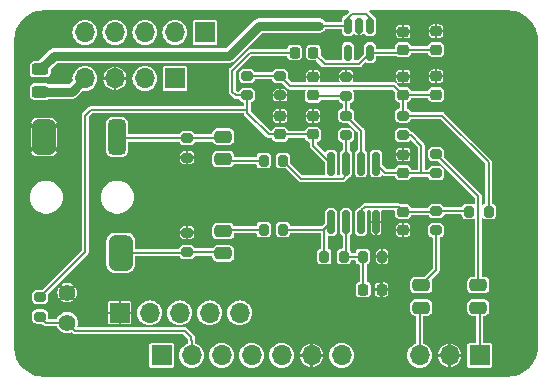
<source format=gtl>
G04 #@! TF.GenerationSoftware,KiCad,Pcbnew,8.0.4*
G04 #@! TF.CreationDate,2024-08-01T22:41:17+02:00*
G04 #@! TF.ProjectId,Headless TEF Audio board,48656164-6c65-4737-9320-544546204175,1*
G04 #@! TF.SameCoordinates,Original*
G04 #@! TF.FileFunction,Copper,L1,Top*
G04 #@! TF.FilePolarity,Positive*
%FSLAX46Y46*%
G04 Gerber Fmt 4.6, Leading zero omitted, Abs format (unit mm)*
G04 Created by KiCad (PCBNEW 8.0.4) date 2024-08-01 22:41:17*
%MOMM*%
%LPD*%
G01*
G04 APERTURE LIST*
G04 Aperture macros list*
%AMRoundRect*
0 Rectangle with rounded corners*
0 $1 Rounding radius*
0 $2 $3 $4 $5 $6 $7 $8 $9 X,Y pos of 4 corners*
0 Add a 4 corners polygon primitive as box body*
4,1,4,$2,$3,$4,$5,$6,$7,$8,$9,$2,$3,0*
0 Add four circle primitives for the rounded corners*
1,1,$1+$1,$2,$3*
1,1,$1+$1,$4,$5*
1,1,$1+$1,$6,$7*
1,1,$1+$1,$8,$9*
0 Add four rect primitives between the rounded corners*
20,1,$1+$1,$2,$3,$4,$5,0*
20,1,$1+$1,$4,$5,$6,$7,0*
20,1,$1+$1,$6,$7,$8,$9,0*
20,1,$1+$1,$8,$9,$2,$3,0*%
G04 Aperture macros list end*
G04 #@! TA.AperFunction,SMDPad,CuDef*
%ADD10RoundRect,0.225000X0.250000X-0.225000X0.250000X0.225000X-0.250000X0.225000X-0.250000X-0.225000X0*%
G04 #@! TD*
G04 #@! TA.AperFunction,SMDPad,CuDef*
%ADD11RoundRect,0.150000X-0.150000X0.512500X-0.150000X-0.512500X0.150000X-0.512500X0.150000X0.512500X0*%
G04 #@! TD*
G04 #@! TA.AperFunction,ComponentPad*
%ADD12C,1.400000*%
G04 #@! TD*
G04 #@! TA.AperFunction,SMDPad,CuDef*
%ADD13RoundRect,0.200000X-0.275000X0.200000X-0.275000X-0.200000X0.275000X-0.200000X0.275000X0.200000X0*%
G04 #@! TD*
G04 #@! TA.AperFunction,SMDPad,CuDef*
%ADD14RoundRect,0.218750X-0.218750X-0.256250X0.218750X-0.256250X0.218750X0.256250X-0.218750X0.256250X0*%
G04 #@! TD*
G04 #@! TA.AperFunction,SMDPad,CuDef*
%ADD15RoundRect,0.200000X0.275000X-0.200000X0.275000X0.200000X-0.275000X0.200000X-0.275000X-0.200000X0*%
G04 #@! TD*
G04 #@! TA.AperFunction,SMDPad,CuDef*
%ADD16RoundRect,0.500000X0.500000X-1.000000X0.500000X1.000000X-0.500000X1.000000X-0.500000X-1.000000X0*%
G04 #@! TD*
G04 #@! TA.AperFunction,SMDPad,CuDef*
%ADD17RoundRect,0.375000X0.375000X-1.125000X0.375000X1.125000X-0.375000X1.125000X-0.375000X-1.125000X0*%
G04 #@! TD*
G04 #@! TA.AperFunction,SMDPad,CuDef*
%ADD18RoundRect,0.200000X0.200000X0.275000X-0.200000X0.275000X-0.200000X-0.275000X0.200000X-0.275000X0*%
G04 #@! TD*
G04 #@! TA.AperFunction,SMDPad,CuDef*
%ADD19RoundRect,0.250000X0.475000X-0.250000X0.475000X0.250000X-0.475000X0.250000X-0.475000X-0.250000X0*%
G04 #@! TD*
G04 #@! TA.AperFunction,SMDPad,CuDef*
%ADD20RoundRect,0.150000X0.150000X-0.825000X0.150000X0.825000X-0.150000X0.825000X-0.150000X-0.825000X0*%
G04 #@! TD*
G04 #@! TA.AperFunction,SMDPad,CuDef*
%ADD21RoundRect,0.243750X-0.456250X0.243750X-0.456250X-0.243750X0.456250X-0.243750X0.456250X0.243750X0*%
G04 #@! TD*
G04 #@! TA.AperFunction,SMDPad,CuDef*
%ADD22RoundRect,0.225000X-0.250000X0.225000X-0.250000X-0.225000X0.250000X-0.225000X0.250000X0.225000X0*%
G04 #@! TD*
G04 #@! TA.AperFunction,SMDPad,CuDef*
%ADD23RoundRect,0.250000X-0.475000X0.250000X-0.475000X-0.250000X0.475000X-0.250000X0.475000X0.250000X0*%
G04 #@! TD*
G04 #@! TA.AperFunction,SMDPad,CuDef*
%ADD24RoundRect,0.225000X-0.225000X-0.250000X0.225000X-0.250000X0.225000X0.250000X-0.225000X0.250000X0*%
G04 #@! TD*
G04 #@! TA.AperFunction,SMDPad,CuDef*
%ADD25RoundRect,0.200000X-0.200000X-0.275000X0.200000X-0.275000X0.200000X0.275000X-0.200000X0.275000X0*%
G04 #@! TD*
G04 #@! TA.AperFunction,ComponentPad*
%ADD26R,1.700000X1.700000*%
G04 #@! TD*
G04 #@! TA.AperFunction,ComponentPad*
%ADD27O,1.700000X1.700000*%
G04 #@! TD*
G04 #@! TA.AperFunction,ViaPad*
%ADD28C,0.600000*%
G04 #@! TD*
G04 #@! TA.AperFunction,Conductor*
%ADD29C,0.200000*%
G04 #@! TD*
G04 #@! TA.AperFunction,Conductor*
%ADD30C,0.800000*%
G04 #@! TD*
G04 APERTURE END LIST*
D10*
G04 #@! TO.P,C5,1*
G04 #@! TO.N,Net-(U1B-+)*
X169312000Y-95024000D03*
G04 #@! TO.P,C5,2*
G04 #@! TO.N,GND*
X169312000Y-93474000D03*
G04 #@! TD*
G04 #@! TO.P,C13,1*
G04 #@! TO.N,Net-(U2-OUT)*
X169312000Y-84610000D03*
G04 #@! TO.P,C13,2*
G04 #@! TO.N,GND*
X169312000Y-83060000D03*
G04 #@! TD*
G04 #@! TO.P,C10,1*
G04 #@! TO.N,Net-(U1C-V+)*
X158898000Y-91772000D03*
G04 #@! TO.P,C10,2*
G04 #@! TO.N,GND*
X158898000Y-90222000D03*
G04 #@! TD*
G04 #@! TO.P,C14,1*
G04 #@! TO.N,Net-(U2-OUT)*
X172106000Y-84584000D03*
G04 #@! TO.P,C14,2*
G04 #@! TO.N,GND*
X172106000Y-83034000D03*
G04 #@! TD*
D11*
G04 #@! TO.P,U2,1,IN*
G04 #@! TO.N,Net-(U2-EN)*
X166518000Y-82563000D03*
G04 #@! TO.P,U2,2,GND*
G04 #@! TO.N,GND*
X165568000Y-82563000D03*
G04 #@! TO.P,U2,3,EN*
G04 #@! TO.N,Net-(U2-EN)*
X164618000Y-82563000D03*
G04 #@! TO.P,U2,4,NC*
G04 #@! TO.N,unconnected-(U2-NC-Pad4)*
X164618000Y-84838000D03*
G04 #@! TO.P,U2,5,OUT*
G04 #@! TO.N,Net-(U2-OUT)*
X166518000Y-84838000D03*
G04 #@! TD*
D10*
G04 #@! TO.P,C6,1*
G04 #@! TO.N,Net-(U1B--)*
X161692000Y-88470000D03*
G04 #@! TO.P,C6,2*
G04 #@! TO.N,GND*
X161692000Y-86920000D03*
G04 #@! TD*
D12*
G04 #@! TO.P,JP1,1,A*
G04 #@! TO.N,GND*
X140864000Y-105158000D03*
G04 #@! TO.P,JP1,2,B*
G04 #@! TO.N,Net-(J5-Pin_2)*
X140864000Y-107698000D03*
G04 #@! TD*
D13*
G04 #@! TO.P,R5,1*
G04 #@! TO.N,Net-(C1-Pad1)*
X169312000Y-90172000D03*
G04 #@! TO.P,R5,2*
G04 #@! TO.N,Net-(U1B-+)*
X169312000Y-91822000D03*
G04 #@! TD*
D14*
G04 #@! TO.P,FB1,1*
G04 #@! TO.N,Net-(U1C-V+)*
X160117000Y-84838000D03*
G04 #@! TO.P,FB1,2*
G04 #@! TO.N,Net-(U2-OUT)*
X161692000Y-84838000D03*
G04 #@! TD*
D15*
G04 #@! TO.P,R4,1*
G04 #@! TO.N,Net-(C4-Pad2)*
X172106000Y-99900000D03*
G04 #@! TO.P,R4,2*
G04 #@! TO.N,Net-(U1A-+)*
X172106000Y-98250000D03*
G04 #@! TD*
D13*
G04 #@! TO.P,R3,1*
G04 #@! TO.N,Net-(C3-Pad2)*
X172106000Y-93424000D03*
G04 #@! TO.P,R3,2*
G04 #@! TO.N,Net-(U1B-+)*
X172106000Y-95074000D03*
G04 #@! TD*
D16*
G04 #@! TO.P,J2,1*
G04 #@! TO.N,GND*
X138892000Y-92005000D03*
G04 #@! TO.P,J2,2*
G04 #@! TO.N,Net-(C12-Pad2)*
X145392000Y-101784000D03*
D17*
G04 #@! TO.P,J2,3*
G04 #@! TO.N,Net-(C11-Pad2)*
X145092000Y-92005000D03*
G04 #@! TD*
D18*
G04 #@! TO.P,R6,1*
G04 #@! TO.N,Net-(C1-Pad1)*
X176550000Y-98300000D03*
G04 #@! TO.P,R6,2*
G04 #@! TO.N,Net-(U1A-+)*
X174900000Y-98300000D03*
G04 #@! TD*
D19*
G04 #@! TO.P,C3,1*
G04 #@! TO.N,Net-(J1-Pin_1)*
X175662000Y-106428000D03*
G04 #@! TO.P,C3,2*
G04 #@! TO.N,Net-(C3-Pad2)*
X175662000Y-104528000D03*
G04 #@! TD*
D15*
G04 #@! TO.P,R1,1*
G04 #@! TO.N,Net-(U1C-V+)*
X156104000Y-88457000D03*
G04 #@! TO.P,R1,2*
G04 #@! TO.N,Net-(C1-Pad1)*
X156104000Y-86807000D03*
G04 #@! TD*
D20*
G04 #@! TO.P,U1,1*
G04 #@! TO.N,Net-(R10-Pad2)*
X163216000Y-99186000D03*
G04 #@! TO.P,U1,2,-*
G04 #@! TO.N,Net-(U1A--)*
X164486000Y-99186000D03*
G04 #@! TO.P,U1,3,+*
G04 #@! TO.N,Net-(U1A-+)*
X165756000Y-99186000D03*
G04 #@! TO.P,U1,4,V-*
G04 #@! TO.N,GND*
X167026000Y-99186000D03*
G04 #@! TO.P,U1,5,+*
G04 #@! TO.N,Net-(U1B-+)*
X167026000Y-94236000D03*
G04 #@! TO.P,U1,6,-*
G04 #@! TO.N,Net-(U1B--)*
X165756000Y-94236000D03*
G04 #@! TO.P,U1,7*
G04 #@! TO.N,Net-(R11-Pad1)*
X164486000Y-94236000D03*
G04 #@! TO.P,U1,8,V+*
G04 #@! TO.N,Net-(U1C-V+)*
X163216000Y-94236000D03*
G04 #@! TD*
D10*
G04 #@! TO.P,C1,1*
G04 #@! TO.N,Net-(C1-Pad1)*
X172106000Y-88394000D03*
G04 #@! TO.P,C1,2*
G04 #@! TO.N,GND*
X172106000Y-86844000D03*
G04 #@! TD*
D21*
G04 #@! TO.P,F1,1*
G04 #@! TO.N,Net-(U2-EN)*
X138578000Y-86265000D03*
G04 #@! TO.P,F1,2*
G04 #@! TO.N,Net-(J6-Pin_4)*
X138578000Y-88140000D03*
G04 #@! TD*
D13*
G04 #@! TO.P,R13,1*
G04 #@! TO.N,Net-(C11-Pad2)*
X151024000Y-92078000D03*
G04 #@! TO.P,R13,2*
G04 #@! TO.N,GND*
X151024000Y-93728000D03*
G04 #@! TD*
D18*
G04 #@! TO.P,R11,1*
G04 #@! TO.N,Net-(R11-Pad1)*
X159152000Y-93982000D03*
G04 #@! TO.P,R11,2*
G04 #@! TO.N,Net-(C11-Pad1)*
X157502000Y-93982000D03*
G04 #@! TD*
D22*
G04 #@! TO.P,C7,1*
G04 #@! TO.N,Net-(U1A-+)*
X169312000Y-98300000D03*
G04 #@! TO.P,C7,2*
G04 #@! TO.N,GND*
X169312000Y-99850000D03*
G04 #@! TD*
D18*
G04 #@! TO.P,R12,1*
G04 #@! TO.N,Net-(R10-Pad2)*
X159152000Y-99824000D03*
G04 #@! TO.P,R12,2*
G04 #@! TO.N,Net-(C12-Pad1)*
X157502000Y-99824000D03*
G04 #@! TD*
D13*
G04 #@! TO.P,R2,1*
G04 #@! TO.N,Net-(C1-Pad1)*
X158898000Y-86807000D03*
G04 #@! TO.P,R2,2*
G04 #@! TO.N,GND*
X158898000Y-88457000D03*
G04 #@! TD*
D10*
G04 #@! TO.P,C9,1*
G04 #@! TO.N,Net-(U1C-V+)*
X161692000Y-91772000D03*
G04 #@! TO.P,C9,2*
G04 #@! TO.N,GND*
X161692000Y-90222000D03*
G04 #@! TD*
D13*
G04 #@! TO.P,R9,1*
G04 #@! TO.N,Net-(U1B--)*
X164486000Y-90172000D03*
G04 #@! TO.P,R9,2*
G04 #@! TO.N,Net-(R11-Pad1)*
X164486000Y-91822000D03*
G04 #@! TD*
G04 #@! TO.P,R15,1*
G04 #@! TO.N,Net-(U1C-V+)*
X138578000Y-105540000D03*
G04 #@! TO.P,R15,2*
G04 #@! TO.N,Net-(J5-Pin_2)*
X138578000Y-107190000D03*
G04 #@! TD*
D23*
G04 #@! TO.P,C12,1*
G04 #@! TO.N,Net-(C12-Pad1)*
X154072000Y-99953000D03*
G04 #@! TO.P,C12,2*
G04 #@! TO.N,Net-(C12-Pad2)*
X154072000Y-101853000D03*
G04 #@! TD*
D24*
G04 #@! TO.P,C8,1*
G04 #@! TO.N,Net-(U1A--)*
X165934000Y-104904000D03*
G04 #@! TO.P,C8,2*
G04 #@! TO.N,GND*
X167484000Y-104904000D03*
G04 #@! TD*
D15*
G04 #@! TO.P,R14,1*
G04 #@! TO.N,Net-(C12-Pad2)*
X151024000Y-101728000D03*
G04 #@! TO.P,R14,2*
G04 #@! TO.N,GND*
X151024000Y-100078000D03*
G04 #@! TD*
D19*
G04 #@! TO.P,C11,1*
G04 #@! TO.N,Net-(C11-Pad1)*
X154072000Y-93853000D03*
G04 #@! TO.P,C11,2*
G04 #@! TO.N,Net-(C11-Pad2)*
X154072000Y-91953000D03*
G04 #@! TD*
D18*
G04 #@! TO.P,R10,1*
G04 #@! TO.N,Net-(U1A--)*
X164295000Y-102110000D03*
G04 #@! TO.P,R10,2*
G04 #@! TO.N,Net-(R10-Pad2)*
X162645000Y-102110000D03*
G04 #@! TD*
D15*
G04 #@! TO.P,R7,1*
G04 #@! TO.N,Net-(U1B--)*
X164486000Y-88520000D03*
G04 #@! TO.P,R7,2*
G04 #@! TO.N,GND*
X164486000Y-86870000D03*
G04 #@! TD*
D10*
G04 #@! TO.P,C2,1*
G04 #@! TO.N,Net-(C1-Pad1)*
X169312000Y-88420000D03*
G04 #@! TO.P,C2,2*
G04 #@! TO.N,GND*
X169312000Y-86870000D03*
G04 #@! TD*
D19*
G04 #@! TO.P,C4,1*
G04 #@! TO.N,Net-(J1-Pin_3)*
X170836000Y-106428000D03*
G04 #@! TO.P,C4,2*
G04 #@! TO.N,Net-(C4-Pad2)*
X170836000Y-104528000D03*
G04 #@! TD*
D25*
G04 #@! TO.P,R8,1*
G04 #@! TO.N,Net-(U1A--)*
X165884000Y-102110000D03*
G04 #@! TO.P,R8,2*
G04 #@! TO.N,GND*
X167534000Y-102110000D03*
G04 #@! TD*
D26*
G04 #@! TO.P,J4,1,Pin_1*
G04 #@! TO.N,unconnected-(J4-Pin_1-Pad1)*
X152532000Y-83134000D03*
D27*
G04 #@! TO.P,J4,2,Pin_2*
G04 #@! TO.N,unconnected-(J4-Pin_2-Pad2)*
X149992000Y-83134000D03*
G04 #@! TO.P,J4,3,Pin_3*
G04 #@! TO.N,unconnected-(J4-Pin_3-Pad3)*
X147452000Y-83134000D03*
G04 #@! TO.P,J4,4,Pin_4*
G04 #@! TO.N,unconnected-(J4-Pin_4-Pad4)*
X144912000Y-83134000D03*
G04 #@! TO.P,J4,5,Pin_5*
G04 #@! TO.N,unconnected-(J4-Pin_5-Pad5)*
X142372000Y-83134000D03*
G04 #@! TD*
D26*
G04 #@! TO.P,J3,1,Pin_1*
G04 #@! TO.N,GND*
X145312000Y-106884000D03*
D27*
G04 #@! TO.P,J3,2,Pin_2*
G04 #@! TO.N,unconnected-(J3-Pin_2-Pad2)*
X147852000Y-106884000D03*
G04 #@! TO.P,J3,3,Pin_3*
G04 #@! TO.N,unconnected-(J3-Pin_3-Pad3)*
X150392000Y-106884000D03*
G04 #@! TO.P,J3,4,Pin_4*
G04 #@! TO.N,unconnected-(J3-Pin_4-Pad4)*
X152932000Y-106884000D03*
G04 #@! TO.P,J3,5,Pin_5*
G04 #@! TO.N,unconnected-(J3-Pin_5-Pad5)*
X155472000Y-106884000D03*
G04 #@! TD*
D26*
G04 #@! TO.P,J6,1,Pin_1*
G04 #@! TO.N,unconnected-(J6-Pin_1-Pad1)*
X149992000Y-87034000D03*
D27*
G04 #@! TO.P,J6,2,Pin_2*
G04 #@! TO.N,unconnected-(J6-Pin_2-Pad2)*
X147452000Y-87034000D03*
G04 #@! TO.P,J6,3,Pin_3*
G04 #@! TO.N,GND*
X144912000Y-87034000D03*
G04 #@! TO.P,J6,4,Pin_4*
G04 #@! TO.N,Net-(J6-Pin_4)*
X142372000Y-87034000D03*
G04 #@! TD*
D26*
G04 #@! TO.P,J1,1,Pin_1*
G04 #@! TO.N,Net-(J1-Pin_1)*
X175789000Y-110484000D03*
D27*
G04 #@! TO.P,J1,2,Pin_2*
G04 #@! TO.N,GND*
X173249000Y-110484000D03*
G04 #@! TO.P,J1,3,Pin_3*
G04 #@! TO.N,Net-(J1-Pin_3)*
X170709000Y-110484000D03*
G04 #@! TD*
D26*
G04 #@! TO.P,J5,1,Pin_1*
G04 #@! TO.N,unconnected-(J5-Pin_1-Pad1)*
X148865000Y-110484000D03*
D27*
G04 #@! TO.P,J5,2,Pin_2*
G04 #@! TO.N,Net-(J5-Pin_2)*
X151405000Y-110484000D03*
G04 #@! TO.P,J5,3,Pin_3*
G04 #@! TO.N,unconnected-(J5-Pin_3-Pad3)*
X153945000Y-110484000D03*
G04 #@! TO.P,J5,4,Pin_4*
G04 #@! TO.N,unconnected-(J5-Pin_4-Pad4)*
X156485000Y-110484000D03*
G04 #@! TO.P,J5,5,Pin_5*
G04 #@! TO.N,unconnected-(J5-Pin_5-Pad5)*
X159025000Y-110484000D03*
G04 #@! TO.P,J5,6,Pin_6*
G04 #@! TO.N,GND*
X161565000Y-110484000D03*
G04 #@! TO.P,J5,7,Pin_7*
G04 #@! TO.N,unconnected-(J5-Pin_7-Pad7)*
X164105000Y-110484000D03*
G04 #@! TD*
D28*
G04 #@! TO.N,GND*
X141319938Y-90969965D03*
X168843974Y-104908598D03*
X169312000Y-81790000D03*
X143275407Y-90969965D03*
X169166722Y-101714731D03*
X165502000Y-83822000D03*
X163082724Y-86458275D03*
X141307925Y-92987358D03*
X157807514Y-89294359D03*
X170675786Y-86283465D03*
X151024864Y-98862086D03*
X172106000Y-81790000D03*
X151031783Y-94861624D03*
X166983430Y-100841414D03*
X163066608Y-89726419D03*
G04 #@! TD*
D29*
G04 #@! TO.N,Net-(J1-Pin_1)*
X175789000Y-110484000D02*
X175789000Y-106555000D01*
X175789000Y-106555000D02*
X175662000Y-106428000D01*
G04 #@! TO.N,Net-(J1-Pin_3)*
X170709000Y-106555000D02*
X170836000Y-106428000D01*
X170709000Y-110484000D02*
X170709000Y-106555000D01*
G04 #@! TO.N,Net-(C4-Pad2)*
X170836000Y-104528000D02*
X172106000Y-103258000D01*
X172106000Y-103258000D02*
X172106000Y-99900000D01*
G04 #@! TO.N,Net-(U1A-+)*
X172106000Y-98250000D02*
X174850000Y-98250000D01*
X169312000Y-98300000D02*
X168923000Y-97911000D01*
X168923000Y-97911000D02*
X166056001Y-97911000D01*
X166056001Y-97911000D02*
X165756000Y-98211001D01*
X165756000Y-98211001D02*
X165756000Y-99186000D01*
X174850000Y-98250000D02*
X174900000Y-98300000D01*
X172056000Y-98300000D02*
X172106000Y-98250000D01*
X169312000Y-98300000D02*
X172056000Y-98300000D01*
G04 #@! TO.N,Net-(U1A--)*
X164295000Y-102110000D02*
X165884000Y-102110000D01*
X164486000Y-99186000D02*
X164486000Y-101919000D01*
X164486000Y-101919000D02*
X164295000Y-102110000D01*
X165884000Y-102492000D02*
X165934000Y-102542000D01*
X165934000Y-102542000D02*
X165934000Y-104904000D01*
X165884000Y-104804000D02*
X165984000Y-104904000D01*
X165884000Y-102110000D02*
X165884000Y-102492000D01*
G04 #@! TO.N,Net-(U1C-V+)*
X160117000Y-84838000D02*
X156358000Y-84838000D01*
X157958000Y-91772000D02*
X158898000Y-91772000D01*
X161692000Y-91772000D02*
X158898000Y-91772000D01*
X138578000Y-105540000D02*
X142388000Y-101730000D01*
X156104000Y-89918000D02*
X157958000Y-91772000D01*
X156104000Y-88457000D02*
X156104000Y-89664000D01*
X155151000Y-88457000D02*
X156104000Y-88457000D01*
X154834000Y-88140000D02*
X155151000Y-88457000D01*
X156104000Y-89664000D02*
X156104000Y-89918000D01*
X142388000Y-101730000D02*
X142388000Y-90172000D01*
X154834000Y-86362000D02*
X154834000Y-88140000D01*
X142896000Y-89664000D02*
X156104000Y-89664000D01*
X161692000Y-91772000D02*
X161692000Y-92712000D01*
X142388000Y-90172000D02*
X142896000Y-89664000D01*
X161692000Y-92712000D02*
X163216000Y-94236000D01*
X156358000Y-84838000D02*
X154834000Y-86362000D01*
G04 #@! TO.N,Net-(C11-Pad1)*
X154203000Y-93982000D02*
X154072000Y-94113000D01*
X157502000Y-93982000D02*
X154201000Y-93982000D01*
X154201000Y-93982000D02*
X154072000Y-93853000D01*
G04 #@! TO.N,Net-(C11-Pad2)*
X153937000Y-92078000D02*
X154072000Y-92213000D01*
X153947000Y-92078000D02*
X154072000Y-91953000D01*
X145165000Y-92078000D02*
X145092000Y-92005000D01*
X151024000Y-92078000D02*
X145165000Y-92078000D01*
X151024000Y-92078000D02*
X153947000Y-92078000D01*
G04 #@! TO.N,Net-(C12-Pad2)*
X153947000Y-101728000D02*
X154072000Y-101853000D01*
X151024000Y-101728000D02*
X150644000Y-101728000D01*
X150588000Y-101784000D02*
X145392000Y-101784000D01*
X151024000Y-101728000D02*
X153947000Y-101728000D01*
X153814000Y-101728000D02*
X154072000Y-101470000D01*
X150644000Y-101728000D02*
X150588000Y-101784000D01*
G04 #@! TO.N,Net-(C12-Pad1)*
X157502000Y-99824000D02*
X154201000Y-99824000D01*
X154326000Y-99824000D02*
X154072000Y-99570000D01*
X154201000Y-99824000D02*
X154072000Y-99953000D01*
G04 #@! TO.N,Net-(U2-OUT)*
X169084000Y-84838000D02*
X169312000Y-84610000D01*
X162654500Y-85800500D02*
X161692000Y-84838000D01*
X165555500Y-85800500D02*
X162654500Y-85800500D01*
X166518000Y-84838000D02*
X165555500Y-85800500D01*
X169618000Y-84584000D02*
X172106000Y-84584000D01*
X169312000Y-84610000D02*
X169592000Y-84610000D01*
X169592000Y-84610000D02*
X169618000Y-84584000D01*
X166518000Y-84838000D02*
X169084000Y-84838000D01*
G04 #@! TO.N,Net-(U2-EN)*
X164618000Y-81900501D02*
X164618000Y-82563000D01*
X166518000Y-82563000D02*
X166518000Y-81900501D01*
X162211000Y-82563000D02*
X164618000Y-82563000D01*
X162200000Y-82552000D02*
X162211000Y-82563000D01*
D30*
X138578000Y-86265000D02*
X139751000Y-85092000D01*
X140102000Y-85092000D02*
X154326000Y-85092000D01*
X139751000Y-85092000D02*
X140102000Y-85092000D01*
X157120000Y-82552000D02*
X162200000Y-82552000D01*
D29*
X166518000Y-81900501D02*
X166153499Y-81536000D01*
D30*
X154580000Y-85092000D02*
X157120000Y-82552000D01*
D29*
X166153499Y-81536000D02*
X164982501Y-81536000D01*
D30*
X154326000Y-85092000D02*
X154580000Y-85092000D01*
D29*
X164982501Y-81536000D02*
X164618000Y-81900501D01*
G04 #@! TO.N,Net-(R11-Pad1)*
X159152000Y-93982000D02*
X160681000Y-95511000D01*
X164185999Y-95511000D02*
X164486000Y-95210999D01*
X164486000Y-95210999D02*
X164486000Y-94236000D01*
X160681000Y-95511000D02*
X164185999Y-95511000D01*
X164486000Y-91822000D02*
X164486000Y-94236000D01*
G04 #@! TO.N,Net-(R10-Pad2)*
X162578000Y-99824000D02*
X163216000Y-99186000D01*
X162645000Y-99757000D02*
X163216000Y-99186000D01*
X159152000Y-99824000D02*
X162578000Y-99824000D01*
X162645000Y-102110000D02*
X162645000Y-99757000D01*
G04 #@! TO.N,Net-(C1-Pad1)*
X169312000Y-88420000D02*
X169312000Y-90172000D01*
X172106000Y-88394000D02*
X169338000Y-88394000D01*
X172614000Y-90172000D02*
X169312000Y-90172000D01*
X158898000Y-86807000D02*
X156104000Y-86807000D01*
X176550000Y-98300000D02*
X176550000Y-94108000D01*
X169338000Y-88394000D02*
X169312000Y-88420000D01*
X176550000Y-94108000D02*
X172614000Y-90172000D01*
X168562000Y-87670000D02*
X169312000Y-88420000D01*
X159761000Y-87670000D02*
X168562000Y-87670000D01*
X158898000Y-86807000D02*
X159761000Y-87670000D01*
G04 #@! TO.N,Net-(C3-Pad2)*
X175662000Y-96980000D02*
X172106000Y-93424000D01*
X175662000Y-104528000D02*
X175662000Y-96980000D01*
G04 #@! TO.N,Net-(U1B-+)*
X169590000Y-95074000D02*
X170836000Y-95074000D01*
X167814000Y-95024000D02*
X167026000Y-94236000D01*
X169312000Y-91822000D02*
X169946000Y-91822000D01*
X169540000Y-95024000D02*
X169590000Y-95074000D01*
X169946000Y-91822000D02*
X170836000Y-92712000D01*
X170836000Y-92712000D02*
X170836000Y-95074000D01*
X170836000Y-95074000D02*
X172106000Y-95074000D01*
X169312000Y-95024000D02*
X169540000Y-95024000D01*
X169312000Y-95024000D02*
X167814000Y-95024000D01*
G04 #@! TO.N,Net-(U1B--)*
X165756000Y-94236000D02*
X165756000Y-91442000D01*
X165756000Y-91442000D02*
X164486000Y-90172000D01*
X161742000Y-88520000D02*
X161692000Y-88470000D01*
X164486000Y-90172000D02*
X164486000Y-88520000D01*
X164486000Y-88520000D02*
X161742000Y-88520000D01*
D30*
G04 #@! TO.N,Net-(J6-Pin_4)*
X138578000Y-88140000D02*
X141266000Y-88140000D01*
X141266000Y-88140000D02*
X142372000Y-87034000D01*
D29*
G04 #@! TO.N,Net-(J5-Pin_2)*
X150816000Y-108398000D02*
X151384000Y-108966000D01*
X140864000Y-107698000D02*
X141564000Y-108398000D01*
X139086000Y-107698000D02*
X138578000Y-107190000D01*
X140864000Y-107698000D02*
X139086000Y-107698000D01*
X151384000Y-109220000D02*
X151405000Y-109241000D01*
X141564000Y-108398000D02*
X150816000Y-108398000D01*
X151405000Y-109241000D02*
X151405000Y-110484000D01*
X151384000Y-108966000D02*
X151384000Y-109220000D01*
G04 #@! TD*
G04 #@! TA.AperFunction,Conductor*
G04 #@! TO.N,GND*
G36*
X164712336Y-81292806D02*
G01*
X164730642Y-81337000D01*
X164712336Y-81381194D01*
X164433489Y-81660040D01*
X164433488Y-81660041D01*
X164401162Y-81692366D01*
X164370947Y-81707527D01*
X164371246Y-81708494D01*
X164366608Y-81709926D01*
X164366607Y-81709927D01*
X164261517Y-81761302D01*
X164261515Y-81761303D01*
X164178803Y-81844015D01*
X164127426Y-81949109D01*
X164117500Y-82017240D01*
X164117500Y-82200000D01*
X164099194Y-82244194D01*
X164055000Y-82262500D01*
X162762340Y-82262500D01*
X162718146Y-82244194D01*
X162708214Y-82231250D01*
X162680521Y-82183285D01*
X162568720Y-82071484D01*
X162568716Y-82071480D01*
X162472464Y-82015909D01*
X162431783Y-81992422D01*
X162431780Y-81992421D01*
X162279063Y-81951501D01*
X162279058Y-81951500D01*
X162279057Y-81951500D01*
X157199057Y-81951500D01*
X157040942Y-81951500D01*
X157040937Y-81951500D01*
X157006839Y-81960637D01*
X157000019Y-81962465D01*
X156888219Y-81992421D01*
X156888216Y-81992422D01*
X156791964Y-82047993D01*
X156751284Y-82071480D01*
X156751283Y-82071481D01*
X156751279Y-82071484D01*
X156639478Y-82183286D01*
X154349571Y-84473194D01*
X154305377Y-84491500D01*
X139833899Y-84491500D01*
X139833883Y-84491499D01*
X139830058Y-84491499D01*
X139671943Y-84491499D01*
X139671937Y-84491499D01*
X139519218Y-84532422D01*
X139519216Y-84532422D01*
X139474951Y-84557979D01*
X139382284Y-84611480D01*
X139382282Y-84611481D01*
X139382280Y-84611483D01*
X139382277Y-84611485D01*
X138435071Y-85558694D01*
X138390877Y-85577000D01*
X138068236Y-85577000D01*
X138060520Y-85577723D01*
X138038228Y-85579813D01*
X138038226Y-85579814D01*
X137911819Y-85624045D01*
X137804070Y-85703570D01*
X137724545Y-85811319D01*
X137680314Y-85937726D01*
X137680313Y-85937728D01*
X137677500Y-85967739D01*
X137677500Y-86562260D01*
X137680313Y-86592271D01*
X137680313Y-86592272D01*
X137680314Y-86592274D01*
X137694100Y-86631672D01*
X137724545Y-86718680D01*
X137743233Y-86744000D01*
X137804070Y-86826430D01*
X137877066Y-86880304D01*
X137911819Y-86905954D01*
X137911820Y-86905954D01*
X137911821Y-86905955D01*
X138038226Y-86950186D01*
X138068236Y-86953000D01*
X138068239Y-86953000D01*
X139087761Y-86953000D01*
X139087764Y-86953000D01*
X139117774Y-86950186D01*
X139244179Y-86905955D01*
X139351930Y-86826430D01*
X139431455Y-86718679D01*
X139475686Y-86592274D01*
X139478500Y-86562264D01*
X139478500Y-86239623D01*
X139496806Y-86195429D01*
X139981430Y-85710806D01*
X140025624Y-85692500D01*
X154246943Y-85692500D01*
X154497102Y-85692500D01*
X154497118Y-85692501D01*
X154500943Y-85692501D01*
X154659055Y-85692501D01*
X154659057Y-85692501D01*
X154811785Y-85651577D01*
X154873425Y-85615989D01*
X154948716Y-85572520D01*
X155060520Y-85460716D01*
X155060520Y-85460714D01*
X155065661Y-85455574D01*
X155065664Y-85455569D01*
X157350429Y-83170806D01*
X157394623Y-83152500D01*
X162279056Y-83152500D01*
X162279057Y-83152500D01*
X162431784Y-83111577D01*
X162568716Y-83032520D01*
X162680520Y-82920716D01*
X162695511Y-82894749D01*
X162733461Y-82865630D01*
X162749638Y-82863500D01*
X164055000Y-82863500D01*
X164099194Y-82881806D01*
X164117500Y-82926000D01*
X164117500Y-83108760D01*
X164117911Y-83111578D01*
X164127426Y-83176890D01*
X164127426Y-83176891D01*
X164127427Y-83176893D01*
X164178802Y-83281983D01*
X164261517Y-83364698D01*
X164366607Y-83416073D01*
X164434740Y-83426000D01*
X164434741Y-83426000D01*
X164801259Y-83426000D01*
X164801260Y-83426000D01*
X164869393Y-83416073D01*
X164974483Y-83364698D01*
X165057198Y-83281983D01*
X165077008Y-83241459D01*
X165112863Y-83209797D01*
X165160606Y-83212760D01*
X165181378Y-83230702D01*
X165181422Y-83230659D01*
X165182018Y-83231255D01*
X165184720Y-83233589D01*
X165185520Y-83234757D01*
X165258744Y-83307981D01*
X165353483Y-83349812D01*
X165376644Y-83352499D01*
X165467999Y-83352499D01*
X165468000Y-83352498D01*
X165468000Y-82525500D01*
X165486306Y-82481306D01*
X165530500Y-82463000D01*
X165605500Y-82463000D01*
X165649694Y-82481306D01*
X165668000Y-82525500D01*
X165668000Y-83352499D01*
X165759355Y-83352499D01*
X165782521Y-83349812D01*
X165782522Y-83349811D01*
X165877252Y-83307983D01*
X165877254Y-83307983D01*
X165950477Y-83234759D01*
X165951275Y-83233595D01*
X165952328Y-83232908D01*
X165954578Y-83230659D01*
X165955052Y-83231133D01*
X165991350Y-83207476D01*
X166038157Y-83217343D01*
X166058991Y-83241460D01*
X166078800Y-83281980D01*
X166078802Y-83281983D01*
X166161517Y-83364698D01*
X166266607Y-83416073D01*
X166334740Y-83426000D01*
X166334741Y-83426000D01*
X166701259Y-83426000D01*
X166701260Y-83426000D01*
X166769393Y-83416073D01*
X166874483Y-83364698D01*
X166920778Y-83318403D01*
X168710001Y-83318403D01*
X168719968Y-83386824D01*
X168719969Y-83386825D01*
X168771565Y-83492368D01*
X168854631Y-83575434D01*
X168960175Y-83627031D01*
X169028588Y-83636998D01*
X169028602Y-83636999D01*
X169211999Y-83636999D01*
X169412000Y-83636999D01*
X169595404Y-83636999D01*
X169663824Y-83627031D01*
X169663825Y-83627030D01*
X169769368Y-83575434D01*
X169852434Y-83492368D01*
X169904031Y-83386824D01*
X169914000Y-83318404D01*
X169914000Y-83292403D01*
X171504001Y-83292403D01*
X171513968Y-83360824D01*
X171513969Y-83360825D01*
X171565565Y-83466368D01*
X171648631Y-83549434D01*
X171754175Y-83601031D01*
X171822588Y-83610998D01*
X171822602Y-83610999D01*
X172005999Y-83610999D01*
X172206000Y-83610999D01*
X172389404Y-83610999D01*
X172457824Y-83601031D01*
X172457825Y-83601030D01*
X172563368Y-83549434D01*
X172646434Y-83466368D01*
X172698031Y-83360824D01*
X172708000Y-83292404D01*
X172708000Y-83134000D01*
X172206000Y-83134000D01*
X172206000Y-83610999D01*
X172005999Y-83610999D01*
X172006000Y-83610998D01*
X172006000Y-83134000D01*
X171504001Y-83134000D01*
X171504001Y-83292403D01*
X169914000Y-83292403D01*
X169914000Y-83160000D01*
X169412000Y-83160000D01*
X169412000Y-83636999D01*
X169211999Y-83636999D01*
X169212000Y-83636998D01*
X169212000Y-83160000D01*
X168710001Y-83160000D01*
X168710001Y-83318403D01*
X166920778Y-83318403D01*
X166957198Y-83281983D01*
X167008573Y-83176893D01*
X167018500Y-83108760D01*
X167018500Y-82801595D01*
X168710000Y-82801595D01*
X168710000Y-82960000D01*
X169212000Y-82960000D01*
X169412000Y-82960000D01*
X169913999Y-82960000D01*
X169913999Y-82801596D01*
X169910211Y-82775595D01*
X171504000Y-82775595D01*
X171504000Y-82934000D01*
X172006000Y-82934000D01*
X172206000Y-82934000D01*
X172707999Y-82934000D01*
X172707999Y-82775596D01*
X172698031Y-82707175D01*
X172698030Y-82707174D01*
X172646434Y-82601631D01*
X172563368Y-82518565D01*
X172457824Y-82466968D01*
X172389404Y-82457000D01*
X172206000Y-82457000D01*
X172206000Y-82934000D01*
X172006000Y-82934000D01*
X172006000Y-82457000D01*
X171822596Y-82457000D01*
X171754175Y-82466968D01*
X171754174Y-82466969D01*
X171648631Y-82518565D01*
X171565565Y-82601631D01*
X171513968Y-82707175D01*
X171504000Y-82775595D01*
X169910211Y-82775595D01*
X169904031Y-82733175D01*
X169904030Y-82733174D01*
X169852434Y-82627631D01*
X169769368Y-82544565D01*
X169663824Y-82492968D01*
X169595404Y-82483000D01*
X169412000Y-82483000D01*
X169412000Y-82960000D01*
X169212000Y-82960000D01*
X169212000Y-82483000D01*
X169028596Y-82483000D01*
X168960175Y-82492968D01*
X168960174Y-82492969D01*
X168854631Y-82544565D01*
X168771565Y-82627631D01*
X168719968Y-82733175D01*
X168710000Y-82801595D01*
X167018500Y-82801595D01*
X167018500Y-82017240D01*
X167008573Y-81949107D01*
X166957198Y-81844017D01*
X166874483Y-81761302D01*
X166769393Y-81709927D01*
X166769389Y-81709926D01*
X166764754Y-81708494D01*
X166765052Y-81707527D01*
X166734835Y-81692365D01*
X166423664Y-81381194D01*
X166405358Y-81337000D01*
X166423664Y-81292806D01*
X166467858Y-81274500D01*
X178132060Y-81274500D01*
X178133827Y-81274614D01*
X178136940Y-81274608D01*
X178136941Y-81274609D01*
X178200951Y-81274502D01*
X178204718Y-81274609D01*
X178500987Y-81292036D01*
X178508447Y-81292929D01*
X178798603Y-81345603D01*
X178805928Y-81347395D01*
X179087608Y-81434657D01*
X179094662Y-81437320D01*
X179363761Y-81557892D01*
X179370441Y-81561384D01*
X179623057Y-81713523D01*
X179629264Y-81717792D01*
X179790932Y-81844017D01*
X179861688Y-81899261D01*
X179867344Y-81904255D01*
X179976124Y-82012673D01*
X180076205Y-82112422D01*
X180081219Y-82118063D01*
X180263462Y-82349883D01*
X180267758Y-82356086D01*
X180420728Y-82608182D01*
X180424240Y-82614846D01*
X180465980Y-82707175D01*
X180545714Y-82883551D01*
X180548402Y-82890604D01*
X180636597Y-83171983D01*
X180638415Y-83179308D01*
X180692049Y-83469255D01*
X180692972Y-83476745D01*
X180707353Y-83708108D01*
X180711380Y-83772884D01*
X180711500Y-83776762D01*
X180711500Y-109775236D01*
X180711380Y-109779114D01*
X180692972Y-110075254D01*
X180692049Y-110082744D01*
X180638415Y-110372691D01*
X180636597Y-110380016D01*
X180548402Y-110661395D01*
X180545714Y-110668448D01*
X180424244Y-110937147D01*
X180420725Y-110943824D01*
X180267759Y-111195912D01*
X180263462Y-111202116D01*
X180081219Y-111433936D01*
X180076205Y-111439577D01*
X179867346Y-111647743D01*
X179861688Y-111652738D01*
X179629270Y-111834203D01*
X179623052Y-111838480D01*
X179370445Y-111990613D01*
X179363756Y-111994109D01*
X179094665Y-112114678D01*
X179087604Y-112117343D01*
X178805929Y-112204603D01*
X178798598Y-112206397D01*
X178555277Y-112250568D01*
X178508463Y-112259067D01*
X178500972Y-112259964D01*
X178204722Y-112277389D01*
X178200948Y-112277497D01*
X178133827Y-112277385D01*
X178132060Y-112277500D01*
X138837238Y-112277500D01*
X138833040Y-112277359D01*
X138801818Y-112275256D01*
X138541436Y-112257721D01*
X138533917Y-112256753D01*
X138248378Y-112202246D01*
X138241031Y-112200376D01*
X137964178Y-112111694D01*
X137957112Y-112108948D01*
X137693035Y-111987398D01*
X137686353Y-111983816D01*
X137438935Y-111831186D01*
X137432736Y-111826821D01*
X137205625Y-111645362D01*
X137200000Y-111640279D01*
X136996528Y-111432653D01*
X136991569Y-111426939D01*
X136814717Y-111196185D01*
X136810487Y-111189910D01*
X136662880Y-110939447D01*
X136659444Y-110932714D01*
X136543250Y-110666226D01*
X136540647Y-110659106D01*
X136528376Y-110617953D01*
X136457574Y-110380510D01*
X136455858Y-110373154D01*
X136407127Y-110086539D01*
X136406313Y-110079009D01*
X136406136Y-110075254D01*
X136392569Y-109787019D01*
X136392500Y-109784080D01*
X136392500Y-109781805D01*
X136392506Y-109780951D01*
X136393353Y-109718945D01*
X136392929Y-109715344D01*
X136392500Y-109708035D01*
X136392500Y-109614251D01*
X147814500Y-109614251D01*
X147814500Y-111353748D01*
X147826132Y-111412230D01*
X147826133Y-111412232D01*
X147870447Y-111478552D01*
X147936767Y-111522866D01*
X147936769Y-111522867D01*
X147995252Y-111534500D01*
X149734748Y-111534500D01*
X149793231Y-111522867D01*
X149859552Y-111478552D01*
X149903867Y-111412231D01*
X149915500Y-111353748D01*
X149915500Y-109614252D01*
X149903867Y-109555769D01*
X149903866Y-109555767D01*
X149859552Y-109489447D01*
X149793232Y-109445133D01*
X149793230Y-109445132D01*
X149734748Y-109433500D01*
X147995252Y-109433500D01*
X147936769Y-109445132D01*
X147936767Y-109445133D01*
X147870447Y-109489447D01*
X147826133Y-109555767D01*
X147826132Y-109555769D01*
X147814500Y-109614251D01*
X136392500Y-109614251D01*
X136392500Y-106958483D01*
X137902500Y-106958483D01*
X137902500Y-107421514D01*
X137902501Y-107421519D01*
X137917354Y-107515304D01*
X137917354Y-107515305D01*
X137974950Y-107628342D01*
X138064658Y-107718050D01*
X138177696Y-107775646D01*
X138177699Y-107775646D01*
X138177701Y-107775647D01*
X138271467Y-107790498D01*
X138271469Y-107790498D01*
X138271481Y-107790500D01*
X138727640Y-107790499D01*
X138771834Y-107808805D01*
X138845540Y-107882511D01*
X138901489Y-107938460D01*
X138970011Y-107978021D01*
X138993396Y-107984287D01*
X139046432Y-107998499D01*
X139046438Y-107998500D01*
X139969388Y-107998500D01*
X140013582Y-108016806D01*
X140028829Y-108041687D01*
X140036818Y-108066278D01*
X140036820Y-108066282D01*
X140036821Y-108066284D01*
X140131467Y-108230216D01*
X140244118Y-108355327D01*
X140258128Y-108370887D01*
X140258129Y-108370888D01*
X140411265Y-108482148D01*
X140411274Y-108482153D01*
X140584185Y-108559139D01*
X140584188Y-108559140D01*
X140584197Y-108559144D01*
X140769354Y-108598500D01*
X140958646Y-108598500D01*
X141143803Y-108559144D01*
X141212760Y-108528441D01*
X141260576Y-108527189D01*
X141282373Y-108541344D01*
X141323540Y-108582511D01*
X141379489Y-108638460D01*
X141448011Y-108678021D01*
X141471396Y-108684287D01*
X141524432Y-108698499D01*
X141524438Y-108698500D01*
X150665641Y-108698500D01*
X150709835Y-108716806D01*
X151065194Y-109072165D01*
X151083500Y-109116359D01*
X151083500Y-109259567D01*
X151102370Y-109329984D01*
X151104500Y-109346161D01*
X151104500Y-109431032D01*
X151086194Y-109475226D01*
X151060145Y-109490839D01*
X151001046Y-109508768D01*
X151001043Y-109508769D01*
X151001041Y-109508770D01*
X150818555Y-109606311D01*
X150818544Y-109606319D01*
X150658591Y-109737588D01*
X150658588Y-109737591D01*
X150527319Y-109897544D01*
X150527311Y-109897555D01*
X150429768Y-110080045D01*
X150429766Y-110080050D01*
X150369700Y-110278064D01*
X150369699Y-110278069D01*
X150349417Y-110483999D01*
X150349417Y-110484000D01*
X150369699Y-110689930D01*
X150369700Y-110689935D01*
X150429766Y-110887949D01*
X150429768Y-110887954D01*
X150527311Y-111070444D01*
X150527319Y-111070455D01*
X150630506Y-111196190D01*
X150658590Y-111230410D01*
X150818550Y-111361685D01*
X150818553Y-111361686D01*
X150818555Y-111361688D01*
X150873385Y-111390995D01*
X151001046Y-111459232D01*
X151199066Y-111519300D01*
X151405000Y-111539583D01*
X151610934Y-111519300D01*
X151808954Y-111459232D01*
X151991450Y-111361685D01*
X152151410Y-111230410D01*
X152282685Y-111070450D01*
X152380232Y-110887954D01*
X152440300Y-110689934D01*
X152460583Y-110484000D01*
X152460583Y-110483999D01*
X152889417Y-110483999D01*
X152889417Y-110484000D01*
X152909699Y-110689930D01*
X152909700Y-110689935D01*
X152969766Y-110887949D01*
X152969768Y-110887954D01*
X153067311Y-111070444D01*
X153067319Y-111070455D01*
X153170506Y-111196190D01*
X153198590Y-111230410D01*
X153358550Y-111361685D01*
X153358553Y-111361686D01*
X153358555Y-111361688D01*
X153413385Y-111390995D01*
X153541046Y-111459232D01*
X153739066Y-111519300D01*
X153945000Y-111539583D01*
X154150934Y-111519300D01*
X154348954Y-111459232D01*
X154531450Y-111361685D01*
X154691410Y-111230410D01*
X154822685Y-111070450D01*
X154920232Y-110887954D01*
X154980300Y-110689934D01*
X155000583Y-110484000D01*
X155000583Y-110483999D01*
X155429417Y-110483999D01*
X155429417Y-110484000D01*
X155449699Y-110689930D01*
X155449700Y-110689935D01*
X155509766Y-110887949D01*
X155509768Y-110887954D01*
X155607311Y-111070444D01*
X155607319Y-111070455D01*
X155710506Y-111196190D01*
X155738590Y-111230410D01*
X155898550Y-111361685D01*
X155898553Y-111361686D01*
X155898555Y-111361688D01*
X155953385Y-111390995D01*
X156081046Y-111459232D01*
X156279066Y-111519300D01*
X156485000Y-111539583D01*
X156690934Y-111519300D01*
X156888954Y-111459232D01*
X157071450Y-111361685D01*
X157231410Y-111230410D01*
X157362685Y-111070450D01*
X157460232Y-110887954D01*
X157520300Y-110689934D01*
X157540583Y-110484000D01*
X157540583Y-110483999D01*
X157969417Y-110483999D01*
X157969417Y-110484000D01*
X157989699Y-110689930D01*
X157989700Y-110689935D01*
X158049766Y-110887949D01*
X158049768Y-110887954D01*
X158147311Y-111070444D01*
X158147319Y-111070455D01*
X158250506Y-111196190D01*
X158278590Y-111230410D01*
X158438550Y-111361685D01*
X158438553Y-111361686D01*
X158438555Y-111361688D01*
X158493385Y-111390995D01*
X158621046Y-111459232D01*
X158819066Y-111519300D01*
X159025000Y-111539583D01*
X159230934Y-111519300D01*
X159428954Y-111459232D01*
X159611450Y-111361685D01*
X159771410Y-111230410D01*
X159902685Y-111070450D01*
X160000232Y-110887954D01*
X160060300Y-110689934D01*
X160080583Y-110484000D01*
X160070734Y-110383999D01*
X160593121Y-110383999D01*
X160593122Y-110384000D01*
X161074157Y-110384000D01*
X161065000Y-110418174D01*
X161065000Y-110549826D01*
X161074157Y-110584000D01*
X160593122Y-110584000D01*
X160602137Y-110675524D01*
X160658004Y-110859692D01*
X160748720Y-111029412D01*
X160748728Y-111029423D01*
X160870812Y-111178184D01*
X160870815Y-111178187D01*
X161019576Y-111300271D01*
X161019587Y-111300279D01*
X161189307Y-111390995D01*
X161373476Y-111446863D01*
X161465000Y-111455876D01*
X161465000Y-110974842D01*
X161499174Y-110984000D01*
X161630826Y-110984000D01*
X161665000Y-110974842D01*
X161665000Y-111455876D01*
X161756523Y-111446863D01*
X161940692Y-111390995D01*
X162110412Y-111300279D01*
X162110423Y-111300271D01*
X162259184Y-111178187D01*
X162259187Y-111178184D01*
X162381271Y-111029423D01*
X162381279Y-111029412D01*
X162471995Y-110859692D01*
X162527862Y-110675524D01*
X162536878Y-110584000D01*
X162055843Y-110584000D01*
X162065000Y-110549826D01*
X162065000Y-110483999D01*
X163049417Y-110483999D01*
X163049417Y-110484000D01*
X163069699Y-110689930D01*
X163069700Y-110689935D01*
X163129766Y-110887949D01*
X163129768Y-110887954D01*
X163227311Y-111070444D01*
X163227319Y-111070455D01*
X163330506Y-111196190D01*
X163358590Y-111230410D01*
X163518550Y-111361685D01*
X163518553Y-111361686D01*
X163518555Y-111361688D01*
X163573385Y-111390995D01*
X163701046Y-111459232D01*
X163899066Y-111519300D01*
X164105000Y-111539583D01*
X164310934Y-111519300D01*
X164508954Y-111459232D01*
X164691450Y-111361685D01*
X164851410Y-111230410D01*
X164982685Y-111070450D01*
X165080232Y-110887954D01*
X165140300Y-110689934D01*
X165160583Y-110484000D01*
X165160583Y-110483999D01*
X169653417Y-110483999D01*
X169653417Y-110484000D01*
X169673699Y-110689930D01*
X169673700Y-110689935D01*
X169733766Y-110887949D01*
X169733768Y-110887954D01*
X169831311Y-111070444D01*
X169831319Y-111070455D01*
X169934506Y-111196190D01*
X169962590Y-111230410D01*
X170122550Y-111361685D01*
X170122553Y-111361686D01*
X170122555Y-111361688D01*
X170177385Y-111390995D01*
X170305046Y-111459232D01*
X170503066Y-111519300D01*
X170709000Y-111539583D01*
X170914934Y-111519300D01*
X171112954Y-111459232D01*
X171295450Y-111361685D01*
X171455410Y-111230410D01*
X171586685Y-111070450D01*
X171684232Y-110887954D01*
X171744300Y-110689934D01*
X171764583Y-110484000D01*
X171754734Y-110383999D01*
X172277121Y-110383999D01*
X172277122Y-110384000D01*
X172758157Y-110384000D01*
X172749000Y-110418174D01*
X172749000Y-110549826D01*
X172758157Y-110584000D01*
X172277122Y-110584000D01*
X172286137Y-110675524D01*
X172342004Y-110859692D01*
X172432720Y-111029412D01*
X172432728Y-111029423D01*
X172554812Y-111178184D01*
X172554815Y-111178187D01*
X172703576Y-111300271D01*
X172703587Y-111300279D01*
X172873307Y-111390995D01*
X173057476Y-111446863D01*
X173149000Y-111455876D01*
X173149000Y-110974842D01*
X173183174Y-110984000D01*
X173314826Y-110984000D01*
X173349000Y-110974842D01*
X173349000Y-111455876D01*
X173440523Y-111446863D01*
X173624692Y-111390995D01*
X173794412Y-111300279D01*
X173794423Y-111300271D01*
X173943184Y-111178187D01*
X173943187Y-111178184D01*
X174065271Y-111029423D01*
X174065279Y-111029412D01*
X174155995Y-110859692D01*
X174211862Y-110675524D01*
X174220878Y-110584000D01*
X173739843Y-110584000D01*
X173749000Y-110549826D01*
X173749000Y-110418174D01*
X173739843Y-110384000D01*
X174220878Y-110384000D01*
X174220878Y-110383999D01*
X174211862Y-110292475D01*
X174155995Y-110108307D01*
X174065279Y-109938587D01*
X174065271Y-109938576D01*
X173943187Y-109789815D01*
X173943184Y-109789812D01*
X173794423Y-109667728D01*
X173794412Y-109667720D01*
X173624692Y-109577004D01*
X173440524Y-109521137D01*
X173349000Y-109512121D01*
X173349000Y-109993157D01*
X173314826Y-109984000D01*
X173183174Y-109984000D01*
X173149000Y-109993157D01*
X173149000Y-109512121D01*
X173148999Y-109512121D01*
X173057475Y-109521137D01*
X172873307Y-109577004D01*
X172703587Y-109667720D01*
X172703576Y-109667728D01*
X172554815Y-109789812D01*
X172554812Y-109789815D01*
X172432728Y-109938576D01*
X172432720Y-109938587D01*
X172342004Y-110108307D01*
X172286137Y-110292475D01*
X172277121Y-110383999D01*
X171754734Y-110383999D01*
X171744300Y-110278066D01*
X171684232Y-110080046D01*
X171586685Y-109897550D01*
X171455410Y-109737590D01*
X171428589Y-109715579D01*
X171295455Y-109606319D01*
X171295453Y-109606318D01*
X171295450Y-109606315D01*
X171295448Y-109606313D01*
X171295444Y-109606311D01*
X171112958Y-109508770D01*
X171112957Y-109508769D01*
X171112954Y-109508768D01*
X171053855Y-109490840D01*
X171016880Y-109460494D01*
X171009500Y-109431032D01*
X171009500Y-107191000D01*
X171027806Y-107146806D01*
X171072000Y-107128500D01*
X171365262Y-107128500D01*
X171365266Y-107128500D01*
X171395699Y-107125646D01*
X171523882Y-107080793D01*
X171633150Y-107000150D01*
X171713793Y-106890882D01*
X171758646Y-106762699D01*
X171761500Y-106732266D01*
X171761500Y-106123737D01*
X174736500Y-106123737D01*
X174736500Y-106732262D01*
X174739353Y-106762696D01*
X174739354Y-106762701D01*
X174784207Y-106890882D01*
X174784207Y-106890883D01*
X174824528Y-106945516D01*
X174864850Y-107000150D01*
X174974118Y-107080793D01*
X175102301Y-107125646D01*
X175132734Y-107128500D01*
X175426000Y-107128500D01*
X175470194Y-107146806D01*
X175488500Y-107191000D01*
X175488500Y-109371000D01*
X175470194Y-109415194D01*
X175426000Y-109433500D01*
X174919252Y-109433500D01*
X174860769Y-109445132D01*
X174860767Y-109445133D01*
X174794447Y-109489447D01*
X174750133Y-109555767D01*
X174750132Y-109555769D01*
X174738500Y-109614251D01*
X174738500Y-111353748D01*
X174750132Y-111412230D01*
X174750133Y-111412232D01*
X174794447Y-111478552D01*
X174860767Y-111522866D01*
X174860769Y-111522867D01*
X174919252Y-111534500D01*
X176658748Y-111534500D01*
X176717231Y-111522867D01*
X176783552Y-111478552D01*
X176827867Y-111412231D01*
X176839500Y-111353748D01*
X176839500Y-109614252D01*
X176827867Y-109555769D01*
X176827866Y-109555767D01*
X176783552Y-109489447D01*
X176717232Y-109445133D01*
X176717230Y-109445132D01*
X176658748Y-109433500D01*
X176152000Y-109433500D01*
X176107806Y-109415194D01*
X176089500Y-109371000D01*
X176089500Y-107191000D01*
X176107806Y-107146806D01*
X176152000Y-107128500D01*
X176191262Y-107128500D01*
X176191266Y-107128500D01*
X176221699Y-107125646D01*
X176349882Y-107080793D01*
X176459150Y-107000150D01*
X176539793Y-106890882D01*
X176584646Y-106762699D01*
X176587500Y-106732266D01*
X176587500Y-106123734D01*
X176584646Y-106093301D01*
X176539793Y-105965118D01*
X176523054Y-105942438D01*
X176498205Y-105908768D01*
X176459150Y-105855850D01*
X176349882Y-105775207D01*
X176221701Y-105730354D01*
X176221696Y-105730353D01*
X176201699Y-105728478D01*
X176191266Y-105727500D01*
X175132734Y-105727500D01*
X175123124Y-105728401D01*
X175102303Y-105730353D01*
X175102298Y-105730354D01*
X174974117Y-105775207D01*
X174974116Y-105775207D01*
X174864850Y-105855850D01*
X174784207Y-105965116D01*
X174784207Y-105965117D01*
X174739354Y-106093298D01*
X174739353Y-106093303D01*
X174736500Y-106123737D01*
X171761500Y-106123737D01*
X171761500Y-106123734D01*
X171758646Y-106093301D01*
X171713793Y-105965118D01*
X171697054Y-105942438D01*
X171672205Y-105908768D01*
X171633150Y-105855850D01*
X171523882Y-105775207D01*
X171395701Y-105730354D01*
X171395696Y-105730353D01*
X171375699Y-105728478D01*
X171365266Y-105727500D01*
X170306734Y-105727500D01*
X170297124Y-105728401D01*
X170276303Y-105730353D01*
X170276298Y-105730354D01*
X170148117Y-105775207D01*
X170148116Y-105775207D01*
X170038850Y-105855850D01*
X169958207Y-105965116D01*
X169958207Y-105965117D01*
X169913354Y-106093298D01*
X169913353Y-106093303D01*
X169910500Y-106123737D01*
X169910500Y-106732262D01*
X169913353Y-106762696D01*
X169913354Y-106762701D01*
X169958207Y-106890882D01*
X169958207Y-106890883D01*
X169998528Y-106945516D01*
X170038850Y-107000150D01*
X170148118Y-107080793D01*
X170276301Y-107125646D01*
X170306734Y-107128500D01*
X170346000Y-107128500D01*
X170390194Y-107146806D01*
X170408500Y-107191000D01*
X170408500Y-109431032D01*
X170390194Y-109475226D01*
X170364145Y-109490839D01*
X170305046Y-109508768D01*
X170305043Y-109508769D01*
X170305041Y-109508770D01*
X170122555Y-109606311D01*
X170122544Y-109606319D01*
X169962591Y-109737588D01*
X169962588Y-109737591D01*
X169831319Y-109897544D01*
X169831311Y-109897555D01*
X169733768Y-110080045D01*
X169733766Y-110080050D01*
X169673700Y-110278064D01*
X169673699Y-110278069D01*
X169653417Y-110483999D01*
X165160583Y-110483999D01*
X165140300Y-110278066D01*
X165080232Y-110080046D01*
X164982685Y-109897550D01*
X164851410Y-109737590D01*
X164824589Y-109715579D01*
X164691455Y-109606319D01*
X164691453Y-109606318D01*
X164691450Y-109606315D01*
X164691448Y-109606313D01*
X164691444Y-109606311D01*
X164508954Y-109508768D01*
X164508949Y-109508766D01*
X164310935Y-109448700D01*
X164310930Y-109448699D01*
X164105000Y-109428417D01*
X163899069Y-109448699D01*
X163899064Y-109448700D01*
X163701050Y-109508766D01*
X163701045Y-109508768D01*
X163518555Y-109606311D01*
X163518544Y-109606319D01*
X163358591Y-109737588D01*
X163358588Y-109737591D01*
X163227319Y-109897544D01*
X163227311Y-109897555D01*
X163129768Y-110080045D01*
X163129766Y-110080050D01*
X163069700Y-110278064D01*
X163069699Y-110278069D01*
X163049417Y-110483999D01*
X162065000Y-110483999D01*
X162065000Y-110418174D01*
X162055843Y-110384000D01*
X162536878Y-110384000D01*
X162536878Y-110383999D01*
X162527862Y-110292475D01*
X162471995Y-110108307D01*
X162381279Y-109938587D01*
X162381271Y-109938576D01*
X162259187Y-109789815D01*
X162259184Y-109789812D01*
X162110423Y-109667728D01*
X162110412Y-109667720D01*
X161940692Y-109577004D01*
X161756524Y-109521137D01*
X161665000Y-109512121D01*
X161665000Y-109993157D01*
X161630826Y-109984000D01*
X161499174Y-109984000D01*
X161465000Y-109993157D01*
X161465000Y-109512121D01*
X161464999Y-109512121D01*
X161373475Y-109521137D01*
X161189307Y-109577004D01*
X161019587Y-109667720D01*
X161019576Y-109667728D01*
X160870815Y-109789812D01*
X160870812Y-109789815D01*
X160748728Y-109938576D01*
X160748720Y-109938587D01*
X160658004Y-110108307D01*
X160602137Y-110292475D01*
X160593121Y-110383999D01*
X160070734Y-110383999D01*
X160060300Y-110278066D01*
X160000232Y-110080046D01*
X159902685Y-109897550D01*
X159771410Y-109737590D01*
X159744589Y-109715579D01*
X159611455Y-109606319D01*
X159611453Y-109606318D01*
X159611450Y-109606315D01*
X159611448Y-109606313D01*
X159611444Y-109606311D01*
X159428954Y-109508768D01*
X159428949Y-109508766D01*
X159230935Y-109448700D01*
X159230930Y-109448699D01*
X159025000Y-109428417D01*
X158819069Y-109448699D01*
X158819064Y-109448700D01*
X158621050Y-109508766D01*
X158621045Y-109508768D01*
X158438555Y-109606311D01*
X158438544Y-109606319D01*
X158278591Y-109737588D01*
X158278588Y-109737591D01*
X158147319Y-109897544D01*
X158147311Y-109897555D01*
X158049768Y-110080045D01*
X158049766Y-110080050D01*
X157989700Y-110278064D01*
X157989699Y-110278069D01*
X157969417Y-110483999D01*
X157540583Y-110483999D01*
X157520300Y-110278066D01*
X157460232Y-110080046D01*
X157362685Y-109897550D01*
X157231410Y-109737590D01*
X157204589Y-109715579D01*
X157071455Y-109606319D01*
X157071453Y-109606318D01*
X157071450Y-109606315D01*
X157071448Y-109606313D01*
X157071444Y-109606311D01*
X156888954Y-109508768D01*
X156888949Y-109508766D01*
X156690935Y-109448700D01*
X156690930Y-109448699D01*
X156485000Y-109428417D01*
X156279069Y-109448699D01*
X156279064Y-109448700D01*
X156081050Y-109508766D01*
X156081045Y-109508768D01*
X155898555Y-109606311D01*
X155898544Y-109606319D01*
X155738591Y-109737588D01*
X155738588Y-109737591D01*
X155607319Y-109897544D01*
X155607311Y-109897555D01*
X155509768Y-110080045D01*
X155509766Y-110080050D01*
X155449700Y-110278064D01*
X155449699Y-110278069D01*
X155429417Y-110483999D01*
X155000583Y-110483999D01*
X154980300Y-110278066D01*
X154920232Y-110080046D01*
X154822685Y-109897550D01*
X154691410Y-109737590D01*
X154664589Y-109715579D01*
X154531455Y-109606319D01*
X154531453Y-109606318D01*
X154531450Y-109606315D01*
X154531448Y-109606313D01*
X154531444Y-109606311D01*
X154348954Y-109508768D01*
X154348949Y-109508766D01*
X154150935Y-109448700D01*
X154150930Y-109448699D01*
X153945000Y-109428417D01*
X153739069Y-109448699D01*
X153739064Y-109448700D01*
X153541050Y-109508766D01*
X153541045Y-109508768D01*
X153358555Y-109606311D01*
X153358544Y-109606319D01*
X153198591Y-109737588D01*
X153198588Y-109737591D01*
X153067319Y-109897544D01*
X153067311Y-109897555D01*
X152969768Y-110080045D01*
X152969766Y-110080050D01*
X152909700Y-110278064D01*
X152909699Y-110278069D01*
X152889417Y-110483999D01*
X152460583Y-110483999D01*
X152440300Y-110278066D01*
X152380232Y-110080046D01*
X152282685Y-109897550D01*
X152151410Y-109737590D01*
X152124589Y-109715579D01*
X151991455Y-109606319D01*
X151991453Y-109606318D01*
X151991450Y-109606315D01*
X151991448Y-109606313D01*
X151991444Y-109606311D01*
X151808958Y-109508770D01*
X151808957Y-109508769D01*
X151808954Y-109508768D01*
X151749855Y-109490840D01*
X151712880Y-109460494D01*
X151705500Y-109431032D01*
X151705500Y-109201438D01*
X151705499Y-109201432D01*
X151686630Y-109131015D01*
X151684500Y-109114838D01*
X151684500Y-108926438D01*
X151684499Y-108926432D01*
X151673616Y-108885822D01*
X151664021Y-108850011D01*
X151624460Y-108781489D01*
X151568511Y-108725540D01*
X151325119Y-108482148D01*
X151000516Y-108157544D01*
X151000512Y-108157541D01*
X151000511Y-108157540D01*
X150931989Y-108117979D01*
X150931988Y-108117978D01*
X150931987Y-108117978D01*
X150855567Y-108097500D01*
X150855562Y-108097500D01*
X141767061Y-108097500D01*
X141722867Y-108079194D01*
X141704561Y-108035000D01*
X141707620Y-108015687D01*
X141749673Y-107886258D01*
X141749674Y-107886256D01*
X141764362Y-107746507D01*
X144334999Y-107746507D01*
X144342369Y-107783553D01*
X144342369Y-107783554D01*
X144370438Y-107825561D01*
X144412446Y-107853630D01*
X144449493Y-107861000D01*
X145212000Y-107861000D01*
X145212000Y-107374842D01*
X145246174Y-107384000D01*
X145377826Y-107384000D01*
X145412000Y-107374842D01*
X145412000Y-107861000D01*
X146174507Y-107861000D01*
X146211553Y-107853630D01*
X146211554Y-107853630D01*
X146253561Y-107825561D01*
X146281630Y-107783554D01*
X146281630Y-107783553D01*
X146289000Y-107746507D01*
X146289000Y-106984000D01*
X145802843Y-106984000D01*
X145812000Y-106949826D01*
X145812000Y-106883999D01*
X146796417Y-106883999D01*
X146796417Y-106884000D01*
X146816699Y-107089930D01*
X146816700Y-107089935D01*
X146876766Y-107287949D01*
X146876768Y-107287954D01*
X146974311Y-107470444D01*
X146974319Y-107470455D01*
X147103892Y-107628342D01*
X147105590Y-107630410D01*
X147265550Y-107761685D01*
X147265553Y-107761686D01*
X147265555Y-107761688D01*
X147340912Y-107801967D01*
X147448046Y-107859232D01*
X147646066Y-107919300D01*
X147852000Y-107939583D01*
X148057934Y-107919300D01*
X148255954Y-107859232D01*
X148438450Y-107761685D01*
X148598410Y-107630410D01*
X148729685Y-107470450D01*
X148827232Y-107287954D01*
X148887300Y-107089934D01*
X148907583Y-106884000D01*
X148907583Y-106883999D01*
X149336417Y-106883999D01*
X149336417Y-106884000D01*
X149356699Y-107089930D01*
X149356700Y-107089935D01*
X149416766Y-107287949D01*
X149416768Y-107287954D01*
X149514311Y-107470444D01*
X149514319Y-107470455D01*
X149643892Y-107628342D01*
X149645590Y-107630410D01*
X149805550Y-107761685D01*
X149805553Y-107761686D01*
X149805555Y-107761688D01*
X149880912Y-107801967D01*
X149988046Y-107859232D01*
X150186066Y-107919300D01*
X150392000Y-107939583D01*
X150597934Y-107919300D01*
X150795954Y-107859232D01*
X150978450Y-107761685D01*
X151138410Y-107630410D01*
X151269685Y-107470450D01*
X151367232Y-107287954D01*
X151427300Y-107089934D01*
X151447583Y-106884000D01*
X151447583Y-106883999D01*
X151876417Y-106883999D01*
X151876417Y-106884000D01*
X151896699Y-107089930D01*
X151896700Y-107089935D01*
X151956766Y-107287949D01*
X151956768Y-107287954D01*
X152054311Y-107470444D01*
X152054319Y-107470455D01*
X152183892Y-107628342D01*
X152185590Y-107630410D01*
X152345550Y-107761685D01*
X152345553Y-107761686D01*
X152345555Y-107761688D01*
X152420912Y-107801967D01*
X152528046Y-107859232D01*
X152726066Y-107919300D01*
X152932000Y-107939583D01*
X153137934Y-107919300D01*
X153335954Y-107859232D01*
X153518450Y-107761685D01*
X153678410Y-107630410D01*
X153809685Y-107470450D01*
X153907232Y-107287954D01*
X153967300Y-107089934D01*
X153987583Y-106884000D01*
X153987583Y-106883999D01*
X154416417Y-106883999D01*
X154416417Y-106884000D01*
X154436699Y-107089930D01*
X154436700Y-107089935D01*
X154496766Y-107287949D01*
X154496768Y-107287954D01*
X154594311Y-107470444D01*
X154594319Y-107470455D01*
X154723892Y-107628342D01*
X154725590Y-107630410D01*
X154885550Y-107761685D01*
X154885553Y-107761686D01*
X154885555Y-107761688D01*
X154960912Y-107801967D01*
X155068046Y-107859232D01*
X155266066Y-107919300D01*
X155472000Y-107939583D01*
X155677934Y-107919300D01*
X155875954Y-107859232D01*
X156058450Y-107761685D01*
X156218410Y-107630410D01*
X156349685Y-107470450D01*
X156447232Y-107287954D01*
X156507300Y-107089934D01*
X156527583Y-106884000D01*
X156525681Y-106864694D01*
X156512638Y-106732262D01*
X156507300Y-106678066D01*
X156447232Y-106480046D01*
X156349685Y-106297550D01*
X156220798Y-106140500D01*
X156218411Y-106137591D01*
X156218408Y-106137588D01*
X156058455Y-106006319D01*
X156058453Y-106006318D01*
X156058450Y-106006315D01*
X156058448Y-106006313D01*
X156058444Y-106006311D01*
X155875954Y-105908768D01*
X155875949Y-105908766D01*
X155677935Y-105848700D01*
X155677930Y-105848699D01*
X155472000Y-105828417D01*
X155266069Y-105848699D01*
X155266064Y-105848700D01*
X155068050Y-105908766D01*
X155068045Y-105908768D01*
X154885555Y-106006311D01*
X154885544Y-106006319D01*
X154725591Y-106137588D01*
X154725588Y-106137591D01*
X154594319Y-106297544D01*
X154594311Y-106297555D01*
X154496768Y-106480045D01*
X154496766Y-106480050D01*
X154436700Y-106678064D01*
X154436699Y-106678069D01*
X154416417Y-106883999D01*
X153987583Y-106883999D01*
X153985681Y-106864694D01*
X153972638Y-106732262D01*
X153967300Y-106678066D01*
X153907232Y-106480046D01*
X153809685Y-106297550D01*
X153680798Y-106140500D01*
X153678411Y-106137591D01*
X153678408Y-106137588D01*
X153518455Y-106006319D01*
X153518453Y-106006318D01*
X153518450Y-106006315D01*
X153518448Y-106006313D01*
X153518444Y-106006311D01*
X153335954Y-105908768D01*
X153335949Y-105908766D01*
X153137935Y-105848700D01*
X153137930Y-105848699D01*
X152932000Y-105828417D01*
X152726069Y-105848699D01*
X152726064Y-105848700D01*
X152528050Y-105908766D01*
X152528045Y-105908768D01*
X152345555Y-106006311D01*
X152345544Y-106006319D01*
X152185591Y-106137588D01*
X152185588Y-106137591D01*
X152054319Y-106297544D01*
X152054311Y-106297555D01*
X151956768Y-106480045D01*
X151956766Y-106480050D01*
X151896700Y-106678064D01*
X151896699Y-106678069D01*
X151876417Y-106883999D01*
X151447583Y-106883999D01*
X151445681Y-106864694D01*
X151432638Y-106732262D01*
X151427300Y-106678066D01*
X151367232Y-106480046D01*
X151269685Y-106297550D01*
X151140798Y-106140500D01*
X151138411Y-106137591D01*
X151138408Y-106137588D01*
X150978455Y-106006319D01*
X150978453Y-106006318D01*
X150978450Y-106006315D01*
X150978448Y-106006313D01*
X150978444Y-106006311D01*
X150795954Y-105908768D01*
X150795949Y-105908766D01*
X150597935Y-105848700D01*
X150597930Y-105848699D01*
X150392000Y-105828417D01*
X150186069Y-105848699D01*
X150186064Y-105848700D01*
X149988050Y-105908766D01*
X149988045Y-105908768D01*
X149805555Y-106006311D01*
X149805544Y-106006319D01*
X149645591Y-106137588D01*
X149645588Y-106137591D01*
X149514319Y-106297544D01*
X149514311Y-106297555D01*
X149416768Y-106480045D01*
X149416766Y-106480050D01*
X149356700Y-106678064D01*
X149356699Y-106678069D01*
X149336417Y-106883999D01*
X148907583Y-106883999D01*
X148905681Y-106864694D01*
X148892638Y-106732262D01*
X148887300Y-106678066D01*
X148827232Y-106480046D01*
X148729685Y-106297550D01*
X148600798Y-106140500D01*
X148598411Y-106137591D01*
X148598408Y-106137588D01*
X148438455Y-106006319D01*
X148438453Y-106006318D01*
X148438450Y-106006315D01*
X148438448Y-106006313D01*
X148438444Y-106006311D01*
X148255954Y-105908768D01*
X148255949Y-105908766D01*
X148057935Y-105848700D01*
X148057930Y-105848699D01*
X147852000Y-105828417D01*
X147646069Y-105848699D01*
X147646064Y-105848700D01*
X147448050Y-105908766D01*
X147448045Y-105908768D01*
X147265555Y-106006311D01*
X147265544Y-106006319D01*
X147105591Y-106137588D01*
X147105588Y-106137591D01*
X146974319Y-106297544D01*
X146974311Y-106297555D01*
X146876768Y-106480045D01*
X146876766Y-106480050D01*
X146816700Y-106678064D01*
X146816699Y-106678069D01*
X146796417Y-106883999D01*
X145812000Y-106883999D01*
X145812000Y-106818174D01*
X145802843Y-106784000D01*
X146289000Y-106784000D01*
X146289000Y-106021492D01*
X146281630Y-105984446D01*
X146281630Y-105984445D01*
X146253561Y-105942438D01*
X146211553Y-105914369D01*
X146174507Y-105907000D01*
X145412000Y-105907000D01*
X145412000Y-106393157D01*
X145377826Y-106384000D01*
X145246174Y-106384000D01*
X145212000Y-106393157D01*
X145212000Y-105907000D01*
X144449493Y-105907000D01*
X144412446Y-105914369D01*
X144412445Y-105914369D01*
X144370438Y-105942438D01*
X144342369Y-105984445D01*
X144342369Y-105984446D01*
X144335000Y-106021492D01*
X144335000Y-106784000D01*
X144821157Y-106784000D01*
X144812000Y-106818174D01*
X144812000Y-106949826D01*
X144821157Y-106984000D01*
X144335000Y-106984000D01*
X144335000Y-107746507D01*
X144334999Y-107746507D01*
X141764362Y-107746507D01*
X141769460Y-107698000D01*
X141749674Y-107509744D01*
X141721008Y-107421519D01*
X141691181Y-107329721D01*
X141691180Y-107329719D01*
X141691179Y-107329716D01*
X141596533Y-107165784D01*
X141469871Y-107025112D01*
X141435514Y-107000150D01*
X141316734Y-106913851D01*
X141316725Y-106913846D01*
X141143814Y-106836860D01*
X141143797Y-106836854D01*
X140958646Y-106797500D01*
X140769354Y-106797500D01*
X140584202Y-106836854D01*
X140584185Y-106836860D01*
X140411274Y-106913846D01*
X140411265Y-106913851D01*
X140258129Y-107025111D01*
X140258128Y-107025112D01*
X140131466Y-107165785D01*
X140036818Y-107329721D01*
X140028829Y-107354313D01*
X139997763Y-107390687D01*
X139969388Y-107397500D01*
X139316000Y-107397500D01*
X139271806Y-107379194D01*
X139253500Y-107335000D01*
X139253499Y-106958485D01*
X139253499Y-106958483D01*
X139253499Y-106958482D01*
X139238646Y-106864696D01*
X139181050Y-106751658D01*
X139091342Y-106661950D01*
X138978305Y-106604354D01*
X138978298Y-106604352D01*
X138884532Y-106589501D01*
X138884520Y-106589500D01*
X138884519Y-106589500D01*
X138884516Y-106589500D01*
X138271485Y-106589500D01*
X138271480Y-106589501D01*
X138177695Y-106604354D01*
X138177694Y-106604354D01*
X138064657Y-106661950D01*
X137974950Y-106751657D01*
X137917354Y-106864694D01*
X137917352Y-106864701D01*
X137902501Y-106958467D01*
X137902500Y-106958483D01*
X136392500Y-106958483D01*
X136392500Y-105308483D01*
X137902500Y-105308483D01*
X137902500Y-105771514D01*
X137902501Y-105771519D01*
X137917354Y-105865304D01*
X137917354Y-105865305D01*
X137938599Y-105907000D01*
X137974950Y-105978342D01*
X138064658Y-106068050D01*
X138177696Y-106125646D01*
X138177699Y-106125646D01*
X138177701Y-106125647D01*
X138271467Y-106140498D01*
X138271469Y-106140498D01*
X138271481Y-106140500D01*
X138884518Y-106140499D01*
X138978304Y-106125646D01*
X139091342Y-106068050D01*
X139181050Y-105978342D01*
X139238646Y-105865304D01*
X139253500Y-105771519D01*
X139253499Y-105315357D01*
X139271804Y-105271165D01*
X139384969Y-105158000D01*
X140032445Y-105158000D01*
X140050616Y-105330892D01*
X140104335Y-105496219D01*
X140191258Y-105646776D01*
X140191259Y-105646777D01*
X140211414Y-105669161D01*
X140211415Y-105669161D01*
X140519414Y-105361161D01*
X140543920Y-105403606D01*
X140618394Y-105478080D01*
X140660836Y-105502584D01*
X140353842Y-105809578D01*
X140448217Y-105878145D01*
X140607031Y-105948854D01*
X140607038Y-105948856D01*
X140777079Y-105985000D01*
X140950921Y-105985000D01*
X141120961Y-105948856D01*
X141120968Y-105948854D01*
X141279783Y-105878144D01*
X141374156Y-105809578D01*
X141067162Y-105502584D01*
X141109606Y-105478080D01*
X141184080Y-105403606D01*
X141208584Y-105361162D01*
X141516583Y-105669161D01*
X141536742Y-105646774D01*
X141623664Y-105496219D01*
X141677383Y-105330892D01*
X141695554Y-105158000D01*
X141677383Y-104985107D01*
X141623664Y-104819780D01*
X141536742Y-104669225D01*
X141516583Y-104646837D01*
X141208583Y-104954836D01*
X141184080Y-104912394D01*
X141109606Y-104837920D01*
X141067161Y-104813414D01*
X141374156Y-104506420D01*
X141279779Y-104437853D01*
X141120968Y-104367145D01*
X141120961Y-104367143D01*
X140950921Y-104331000D01*
X140777079Y-104331000D01*
X140607038Y-104367143D01*
X140607023Y-104367148D01*
X140448224Y-104437851D01*
X140448220Y-104437853D01*
X140353843Y-104506421D01*
X140660837Y-104813415D01*
X140618394Y-104837920D01*
X140543920Y-104912394D01*
X140519415Y-104954836D01*
X140211415Y-104646836D01*
X140211414Y-104646837D01*
X140191260Y-104669220D01*
X140104335Y-104819780D01*
X140050616Y-104985107D01*
X140032445Y-105158000D01*
X139384969Y-105158000D01*
X142628460Y-101914511D01*
X142668022Y-101845988D01*
X142688500Y-101769562D01*
X142688500Y-101690438D01*
X142688500Y-100727374D01*
X144191500Y-100727374D01*
X144191500Y-102840625D01*
X144197913Y-102911194D01*
X144197914Y-102911196D01*
X144248522Y-103073606D01*
X144336528Y-103219185D01*
X144456815Y-103339472D01*
X144602394Y-103427478D01*
X144764804Y-103478086D01*
X144835374Y-103484499D01*
X144835377Y-103484500D01*
X144835384Y-103484500D01*
X145948623Y-103484500D01*
X145948624Y-103484499D01*
X146019196Y-103478086D01*
X146181606Y-103427478D01*
X146327185Y-103339472D01*
X146447472Y-103219185D01*
X146535478Y-103073606D01*
X146586086Y-102911196D01*
X146592499Y-102840624D01*
X146592500Y-102840623D01*
X146592500Y-102147000D01*
X146610806Y-102102806D01*
X146655000Y-102084500D01*
X150340949Y-102084500D01*
X150385143Y-102102806D01*
X150396636Y-102118623D01*
X150420950Y-102166342D01*
X150510658Y-102256050D01*
X150623696Y-102313646D01*
X150623699Y-102313646D01*
X150623701Y-102313647D01*
X150717467Y-102328498D01*
X150717469Y-102328498D01*
X150717481Y-102328500D01*
X151330518Y-102328499D01*
X151424304Y-102313646D01*
X151537342Y-102256050D01*
X151627050Y-102166342D01*
X151679896Y-102062625D01*
X151716270Y-102031559D01*
X151735584Y-102028500D01*
X153084000Y-102028500D01*
X153128194Y-102046806D01*
X153146500Y-102091000D01*
X153146500Y-102157262D01*
X153149353Y-102187696D01*
X153149354Y-102187701D01*
X153194207Y-102315882D01*
X153194207Y-102315883D01*
X153203519Y-102328500D01*
X153274850Y-102425150D01*
X153384118Y-102505793D01*
X153512301Y-102550646D01*
X153542734Y-102553500D01*
X153542738Y-102553500D01*
X154601262Y-102553500D01*
X154601266Y-102553500D01*
X154631699Y-102550646D01*
X154759882Y-102505793D01*
X154869150Y-102425150D01*
X154949793Y-102315882D01*
X154994646Y-102187699D01*
X154997500Y-102157266D01*
X154997500Y-101548734D01*
X154994646Y-101518301D01*
X154993235Y-101514270D01*
X154970520Y-101449354D01*
X154949793Y-101390118D01*
X154936421Y-101372000D01*
X154923783Y-101354875D01*
X154869150Y-101280850D01*
X154759882Y-101200207D01*
X154759148Y-101199950D01*
X154631701Y-101155354D01*
X154631696Y-101155353D01*
X154611699Y-101153478D01*
X154601266Y-101152500D01*
X153542734Y-101152500D01*
X153533124Y-101153401D01*
X153512303Y-101155353D01*
X153512298Y-101155354D01*
X153384117Y-101200207D01*
X153384116Y-101200207D01*
X153274850Y-101280850D01*
X153194206Y-101390118D01*
X153192047Y-101394204D01*
X153155213Y-101424723D01*
X153136790Y-101427500D01*
X151735584Y-101427500D01*
X151691390Y-101409194D01*
X151679896Y-101393374D01*
X151678236Y-101390117D01*
X151627050Y-101289658D01*
X151537342Y-101199950D01*
X151424305Y-101142354D01*
X151424298Y-101142352D01*
X151330532Y-101127501D01*
X151330520Y-101127500D01*
X151330519Y-101127500D01*
X151330516Y-101127500D01*
X150717485Y-101127500D01*
X150717480Y-101127501D01*
X150623695Y-101142354D01*
X150623694Y-101142354D01*
X150510657Y-101199950D01*
X150420950Y-101289657D01*
X150363354Y-101402694D01*
X150363354Y-101402695D01*
X150363354Y-101402696D01*
X150358906Y-101430778D01*
X150333913Y-101471564D01*
X150297176Y-101483500D01*
X146655000Y-101483500D01*
X146610806Y-101465194D01*
X146592500Y-101421000D01*
X146592500Y-100727377D01*
X146592499Y-100727374D01*
X146586086Y-100656805D01*
X146584167Y-100650646D01*
X146535478Y-100494394D01*
X146447472Y-100348815D01*
X146414970Y-100316313D01*
X150422001Y-100316313D01*
X150428270Y-100363942D01*
X150477005Y-100468454D01*
X150558545Y-100549994D01*
X150663060Y-100598731D01*
X150710678Y-100604999D01*
X150923999Y-100604999D01*
X151124000Y-100604999D01*
X151337312Y-100604999D01*
X151337313Y-100604998D01*
X151384942Y-100598729D01*
X151489454Y-100549994D01*
X151489455Y-100549994D01*
X151570994Y-100468455D01*
X151570994Y-100468454D01*
X151619731Y-100363939D01*
X151625999Y-100316327D01*
X151626000Y-100316314D01*
X151626000Y-100178000D01*
X151124000Y-100178000D01*
X151124000Y-100604999D01*
X150923999Y-100604999D01*
X150924000Y-100604998D01*
X150924000Y-100178000D01*
X150422001Y-100178000D01*
X150422001Y-100316313D01*
X146414970Y-100316313D01*
X146327185Y-100228528D01*
X146181606Y-100140522D01*
X146091335Y-100112393D01*
X146019193Y-100089913D01*
X146019195Y-100089913D01*
X145948625Y-100083500D01*
X145948616Y-100083500D01*
X144835384Y-100083500D01*
X144835374Y-100083500D01*
X144764805Y-100089913D01*
X144602393Y-100140522D01*
X144456814Y-100228528D01*
X144336528Y-100348814D01*
X144248522Y-100494393D01*
X144197913Y-100656805D01*
X144191500Y-100727374D01*
X142688500Y-100727374D01*
X142688500Y-99839672D01*
X150422000Y-99839672D01*
X150422000Y-99978000D01*
X150924000Y-99978000D01*
X151124000Y-99978000D01*
X151625999Y-99978000D01*
X151625999Y-99839688D01*
X151625998Y-99839686D01*
X151619729Y-99792057D01*
X151570994Y-99687545D01*
X151532186Y-99648737D01*
X153146500Y-99648737D01*
X153146500Y-100257262D01*
X153149353Y-100287696D01*
X153149354Y-100287701D01*
X153194207Y-100415882D01*
X153194207Y-100415883D01*
X153203187Y-100428050D01*
X153274850Y-100525150D01*
X153384118Y-100605793D01*
X153512301Y-100650646D01*
X153542734Y-100653500D01*
X153542738Y-100653500D01*
X154601262Y-100653500D01*
X154601266Y-100653500D01*
X154631699Y-100650646D01*
X154759882Y-100605793D01*
X154869150Y-100525150D01*
X154949793Y-100415882D01*
X154994646Y-100287699D01*
X154997500Y-100257266D01*
X154997500Y-100187000D01*
X155015806Y-100142806D01*
X155060000Y-100124500D01*
X156847167Y-100124500D01*
X156891361Y-100142806D01*
X156908898Y-100177223D01*
X156916354Y-100224304D01*
X156916354Y-100224305D01*
X156968969Y-100327566D01*
X156973950Y-100337342D01*
X157063658Y-100427050D01*
X157176696Y-100484646D01*
X157176699Y-100484646D01*
X157176701Y-100484647D01*
X157270467Y-100499498D01*
X157270469Y-100499498D01*
X157270481Y-100499500D01*
X157733518Y-100499499D01*
X157827304Y-100484646D01*
X157940342Y-100427050D01*
X158030050Y-100337342D01*
X158087646Y-100224304D01*
X158095166Y-100176824D01*
X158102498Y-100130532D01*
X158102498Y-100130531D01*
X158102500Y-100130519D01*
X158102499Y-99517483D01*
X158551500Y-99517483D01*
X158551500Y-100130514D01*
X158551501Y-100130519D01*
X158566354Y-100224304D01*
X158566354Y-100224305D01*
X158618969Y-100327566D01*
X158623950Y-100337342D01*
X158713658Y-100427050D01*
X158826696Y-100484646D01*
X158826699Y-100484646D01*
X158826701Y-100484647D01*
X158920467Y-100499498D01*
X158920469Y-100499498D01*
X158920481Y-100499500D01*
X159383518Y-100499499D01*
X159477304Y-100484646D01*
X159590342Y-100427050D01*
X159680050Y-100337342D01*
X159737646Y-100224304D01*
X159738726Y-100217484D01*
X159745104Y-100177222D01*
X159770098Y-100136436D01*
X159806834Y-100124500D01*
X162282000Y-100124500D01*
X162326194Y-100142806D01*
X162344500Y-100187000D01*
X162344500Y-101398415D01*
X162326194Y-101442609D01*
X162310375Y-101454103D01*
X162206657Y-101506950D01*
X162116950Y-101596657D01*
X162059354Y-101709694D01*
X162059352Y-101709701D01*
X162044501Y-101803467D01*
X162044500Y-101803483D01*
X162044500Y-102416514D01*
X162044501Y-102416519D01*
X162059354Y-102510304D01*
X162059354Y-102510305D01*
X162092550Y-102575454D01*
X162116950Y-102623342D01*
X162206658Y-102713050D01*
X162319696Y-102770646D01*
X162319699Y-102770646D01*
X162319701Y-102770647D01*
X162413467Y-102785498D01*
X162413469Y-102785498D01*
X162413481Y-102785500D01*
X162876518Y-102785499D01*
X162970304Y-102770646D01*
X163083342Y-102713050D01*
X163173050Y-102623342D01*
X163230646Y-102510304D01*
X163230647Y-102510298D01*
X163245498Y-102416532D01*
X163245498Y-102416531D01*
X163245500Y-102416519D01*
X163245499Y-101803483D01*
X163694500Y-101803483D01*
X163694500Y-102416514D01*
X163694501Y-102416519D01*
X163709354Y-102510304D01*
X163709354Y-102510305D01*
X163742550Y-102575454D01*
X163766950Y-102623342D01*
X163856658Y-102713050D01*
X163969696Y-102770646D01*
X163969699Y-102770646D01*
X163969701Y-102770647D01*
X164063467Y-102785498D01*
X164063469Y-102785498D01*
X164063481Y-102785500D01*
X164526518Y-102785499D01*
X164620304Y-102770646D01*
X164733342Y-102713050D01*
X164823050Y-102623342D01*
X164880646Y-102510304D01*
X164880647Y-102510298D01*
X164888104Y-102463222D01*
X164913098Y-102422436D01*
X164949834Y-102410500D01*
X165229167Y-102410500D01*
X165273361Y-102428806D01*
X165290898Y-102463223D01*
X165298354Y-102510304D01*
X165298354Y-102510305D01*
X165331550Y-102575454D01*
X165355950Y-102623342D01*
X165445658Y-102713050D01*
X165558696Y-102770646D01*
X165580777Y-102774143D01*
X165621563Y-102799135D01*
X165633500Y-102835873D01*
X165633500Y-104181773D01*
X165615194Y-104225967D01*
X165580783Y-104243503D01*
X165575876Y-104244280D01*
X165575869Y-104244282D01*
X165455780Y-104305471D01*
X165360471Y-104400780D01*
X165299282Y-104520869D01*
X165299279Y-104520879D01*
X165283501Y-104620498D01*
X165283500Y-104620514D01*
X165283500Y-105187485D01*
X165283501Y-105187501D01*
X165299279Y-105287120D01*
X165299282Y-105287130D01*
X165360471Y-105407219D01*
X165455780Y-105502528D01*
X165575869Y-105563717D01*
X165575871Y-105563717D01*
X165575874Y-105563719D01*
X165575877Y-105563719D01*
X165575879Y-105563720D01*
X165675498Y-105579498D01*
X165675504Y-105579498D01*
X165675512Y-105579500D01*
X165675514Y-105579500D01*
X166192486Y-105579500D01*
X166192488Y-105579500D01*
X166292126Y-105563719D01*
X166412220Y-105502528D01*
X166507528Y-105407220D01*
X166568719Y-105287126D01*
X166584500Y-105187488D01*
X166584500Y-105187403D01*
X166907001Y-105187403D01*
X166916968Y-105255824D01*
X166916969Y-105255825D01*
X166968565Y-105361368D01*
X167051631Y-105444434D01*
X167157175Y-105496031D01*
X167225588Y-105505998D01*
X167225602Y-105505999D01*
X167383999Y-105505999D01*
X167584000Y-105505999D01*
X167742404Y-105505999D01*
X167810824Y-105496031D01*
X167810825Y-105496030D01*
X167916368Y-105444434D01*
X167999434Y-105361368D01*
X168051031Y-105255824D01*
X168061000Y-105187404D01*
X168061000Y-105004000D01*
X167584000Y-105004000D01*
X167584000Y-105505999D01*
X167383999Y-105505999D01*
X167384000Y-105505998D01*
X167384000Y-105004000D01*
X166907001Y-105004000D01*
X166907001Y-105187403D01*
X166584500Y-105187403D01*
X166584500Y-104620595D01*
X166907000Y-104620595D01*
X166907000Y-104804000D01*
X167384000Y-104804000D01*
X167584000Y-104804000D01*
X168060999Y-104804000D01*
X168060999Y-104620596D01*
X168051031Y-104552175D01*
X168051030Y-104552174D01*
X167999434Y-104446631D01*
X167916368Y-104363565D01*
X167810824Y-104311968D01*
X167742404Y-104302000D01*
X167584000Y-104302000D01*
X167584000Y-104804000D01*
X167384000Y-104804000D01*
X167384000Y-104302000D01*
X167225596Y-104302000D01*
X167157175Y-104311968D01*
X167157174Y-104311969D01*
X167051631Y-104363565D01*
X166968565Y-104446631D01*
X166916968Y-104552175D01*
X166907000Y-104620595D01*
X166584500Y-104620595D01*
X166584500Y-104620512D01*
X166573676Y-104552174D01*
X166568720Y-104520879D01*
X166568719Y-104520877D01*
X166568719Y-104520874D01*
X166568717Y-104520871D01*
X166568717Y-104520869D01*
X166507528Y-104400780D01*
X166412219Y-104305471D01*
X166292130Y-104244282D01*
X166292123Y-104244280D01*
X166287217Y-104243503D01*
X166254970Y-104223737D01*
X169910500Y-104223737D01*
X169910500Y-104832262D01*
X169913353Y-104862696D01*
X169913354Y-104862701D01*
X169958207Y-104990882D01*
X169958207Y-104990883D01*
X169998528Y-105045516D01*
X170038850Y-105100150D01*
X170148118Y-105180793D01*
X170276301Y-105225646D01*
X170306734Y-105228500D01*
X170306738Y-105228500D01*
X171365262Y-105228500D01*
X171365266Y-105228500D01*
X171395699Y-105225646D01*
X171523882Y-105180793D01*
X171633150Y-105100150D01*
X171713793Y-104990882D01*
X171758646Y-104862699D01*
X171761500Y-104832266D01*
X171761500Y-104223734D01*
X171758646Y-104193301D01*
X171729370Y-104109635D01*
X171732052Y-104061877D01*
X171744166Y-104044803D01*
X172346460Y-103442511D01*
X172355139Y-103427478D01*
X172386021Y-103373989D01*
X172406500Y-103297562D01*
X172406500Y-100554832D01*
X172424806Y-100510638D01*
X172459220Y-100493102D01*
X172506304Y-100485646D01*
X172619342Y-100428050D01*
X172709050Y-100338342D01*
X172766646Y-100225304D01*
X172781500Y-100131519D01*
X172781499Y-99668482D01*
X172766646Y-99574696D01*
X172709050Y-99461658D01*
X172619342Y-99371950D01*
X172506305Y-99314354D01*
X172506298Y-99314352D01*
X172412532Y-99299501D01*
X172412520Y-99299500D01*
X172412519Y-99299500D01*
X172412516Y-99299500D01*
X171799485Y-99299500D01*
X171799480Y-99299501D01*
X171705695Y-99314354D01*
X171705694Y-99314354D01*
X171592657Y-99371950D01*
X171502950Y-99461657D01*
X171445354Y-99574694D01*
X171445352Y-99574701D01*
X171430501Y-99668467D01*
X171430500Y-99668483D01*
X171430500Y-100131514D01*
X171430501Y-100131519D01*
X171445354Y-100225304D01*
X171445354Y-100225305D01*
X171488728Y-100310430D01*
X171502950Y-100338342D01*
X171592658Y-100428050D01*
X171705696Y-100485646D01*
X171752778Y-100493103D01*
X171793563Y-100518096D01*
X171805500Y-100554833D01*
X171805500Y-103107641D01*
X171787194Y-103151835D01*
X171129835Y-103809194D01*
X171085641Y-103827500D01*
X170306734Y-103827500D01*
X170297124Y-103828401D01*
X170276303Y-103830353D01*
X170276298Y-103830354D01*
X170148117Y-103875207D01*
X170148116Y-103875207D01*
X170038850Y-103955850D01*
X169958207Y-104065116D01*
X169958207Y-104065117D01*
X169913354Y-104193298D01*
X169913353Y-104193303D01*
X169911233Y-104215908D01*
X169910991Y-104218504D01*
X169910500Y-104223737D01*
X166254970Y-104223737D01*
X166246433Y-104218504D01*
X166234500Y-104181773D01*
X166234500Y-102796107D01*
X166252806Y-102751913D01*
X166268626Y-102740419D01*
X166322342Y-102713050D01*
X166412050Y-102623342D01*
X166469646Y-102510304D01*
X166469647Y-102510298D01*
X166483424Y-102423313D01*
X167007001Y-102423313D01*
X167013270Y-102470942D01*
X167062005Y-102575454D01*
X167143545Y-102656994D01*
X167248060Y-102705731D01*
X167295678Y-102711999D01*
X167433999Y-102711999D01*
X167634000Y-102711999D01*
X167772312Y-102711999D01*
X167772313Y-102711998D01*
X167819942Y-102705729D01*
X167924454Y-102656994D01*
X167924455Y-102656994D01*
X168005994Y-102575455D01*
X168005994Y-102575454D01*
X168054731Y-102470939D01*
X168060999Y-102423327D01*
X168061000Y-102423314D01*
X168061000Y-102210000D01*
X167634000Y-102210000D01*
X167634000Y-102711999D01*
X167433999Y-102711999D01*
X167434000Y-102711998D01*
X167434000Y-102210000D01*
X167007001Y-102210000D01*
X167007001Y-102423313D01*
X166483424Y-102423313D01*
X166484498Y-102416532D01*
X166484498Y-102416531D01*
X166484500Y-102416519D01*
X166484499Y-101803482D01*
X166483420Y-101796672D01*
X167007000Y-101796672D01*
X167007000Y-102010000D01*
X167434000Y-102010000D01*
X167634000Y-102010000D01*
X168060999Y-102010000D01*
X168060999Y-101796688D01*
X168060998Y-101796686D01*
X168054729Y-101749057D01*
X168005994Y-101644545D01*
X167924454Y-101563005D01*
X167819939Y-101514268D01*
X167772327Y-101508000D01*
X167634000Y-101508000D01*
X167634000Y-102010000D01*
X167434000Y-102010000D01*
X167434000Y-101508000D01*
X167295688Y-101508000D01*
X167295686Y-101508001D01*
X167248057Y-101514270D01*
X167143545Y-101563005D01*
X167143545Y-101563006D01*
X167062006Y-101644545D01*
X167062005Y-101644545D01*
X167013268Y-101749060D01*
X167007000Y-101796672D01*
X166483420Y-101796672D01*
X166469646Y-101709696D01*
X166412050Y-101596658D01*
X166322342Y-101506950D01*
X166276319Y-101483500D01*
X166209305Y-101449354D01*
X166209298Y-101449352D01*
X166115532Y-101434501D01*
X166115520Y-101434500D01*
X166115519Y-101434500D01*
X166115516Y-101434500D01*
X165652485Y-101434500D01*
X165652480Y-101434501D01*
X165558695Y-101449354D01*
X165558694Y-101449354D01*
X165445657Y-101506950D01*
X165355950Y-101596657D01*
X165298354Y-101709694D01*
X165298352Y-101709701D01*
X165290896Y-101756778D01*
X165265902Y-101797564D01*
X165229166Y-101809500D01*
X164949833Y-101809500D01*
X164905639Y-101791194D01*
X164888102Y-101756777D01*
X164886880Y-101749060D01*
X164880646Y-101709696D01*
X164823050Y-101596658D01*
X164804806Y-101578414D01*
X164786500Y-101534220D01*
X164786500Y-100366580D01*
X164804806Y-100322386D01*
X164821550Y-100310431D01*
X164842483Y-100300198D01*
X164925198Y-100217483D01*
X164976573Y-100112393D01*
X164986500Y-100044260D01*
X164986500Y-98327740D01*
X164976573Y-98259607D01*
X164925198Y-98154517D01*
X164842483Y-98071802D01*
X164737393Y-98020427D01*
X164737391Y-98020426D01*
X164737390Y-98020426D01*
X164683267Y-98012540D01*
X164669260Y-98010500D01*
X164302740Y-98010500D01*
X164291121Y-98012192D01*
X164234609Y-98020426D01*
X164129515Y-98071803D01*
X164046803Y-98154515D01*
X163995426Y-98259609D01*
X163986680Y-98319644D01*
X163985500Y-98327740D01*
X163985500Y-100044260D01*
X163987540Y-100058267D01*
X163995426Y-100112390D01*
X163995426Y-100112391D01*
X163995427Y-100112393D01*
X164046802Y-100217483D01*
X164129517Y-100300198D01*
X164150448Y-100310430D01*
X164182113Y-100346285D01*
X164185500Y-100366580D01*
X164185500Y-101372000D01*
X164167194Y-101416194D01*
X164123001Y-101434500D01*
X164063486Y-101434500D01*
X164063480Y-101434501D01*
X163969695Y-101449354D01*
X163969694Y-101449354D01*
X163856657Y-101506950D01*
X163766950Y-101596657D01*
X163709354Y-101709694D01*
X163709352Y-101709701D01*
X163694501Y-101803467D01*
X163694500Y-101803483D01*
X163245499Y-101803483D01*
X163245499Y-101803482D01*
X163230646Y-101709696D01*
X163173050Y-101596658D01*
X163083342Y-101506950D01*
X163037319Y-101483500D01*
X162979625Y-101454103D01*
X162948559Y-101417728D01*
X162945500Y-101398415D01*
X162945500Y-100421055D01*
X162963806Y-100376861D01*
X163008000Y-100358555D01*
X163017006Y-100359207D01*
X163032740Y-100361500D01*
X163032742Y-100361500D01*
X163399259Y-100361500D01*
X163399260Y-100361500D01*
X163467393Y-100351573D01*
X163572483Y-100300198D01*
X163655198Y-100217483D01*
X163706573Y-100112393D01*
X163716500Y-100044260D01*
X163716500Y-98327740D01*
X163706573Y-98259607D01*
X163655198Y-98154517D01*
X163572483Y-98071802D01*
X163467393Y-98020427D01*
X163467391Y-98020426D01*
X163467390Y-98020426D01*
X163413267Y-98012540D01*
X163399260Y-98010500D01*
X163032740Y-98010500D01*
X163021121Y-98012192D01*
X162964609Y-98020426D01*
X162859515Y-98071803D01*
X162776803Y-98154515D01*
X162725426Y-98259609D01*
X162715500Y-98327740D01*
X162715500Y-99235641D01*
X162697194Y-99279835D01*
X162471835Y-99505194D01*
X162427641Y-99523500D01*
X159806833Y-99523500D01*
X159762639Y-99505194D01*
X159745102Y-99470777D01*
X159743658Y-99461657D01*
X159737646Y-99423696D01*
X159680050Y-99310658D01*
X159590342Y-99220950D01*
X159477305Y-99163354D01*
X159477298Y-99163352D01*
X159383532Y-99148501D01*
X159383520Y-99148500D01*
X159383519Y-99148500D01*
X159383516Y-99148500D01*
X158920485Y-99148500D01*
X158920480Y-99148501D01*
X158826695Y-99163354D01*
X158826694Y-99163354D01*
X158713657Y-99220950D01*
X158623950Y-99310657D01*
X158566354Y-99423694D01*
X158566352Y-99423701D01*
X158551501Y-99517467D01*
X158551500Y-99517483D01*
X158102499Y-99517483D01*
X158102499Y-99517482D01*
X158087646Y-99423696D01*
X158030050Y-99310658D01*
X157940342Y-99220950D01*
X157827305Y-99163354D01*
X157827298Y-99163352D01*
X157733532Y-99148501D01*
X157733520Y-99148500D01*
X157733519Y-99148500D01*
X157733516Y-99148500D01*
X157270485Y-99148500D01*
X157270480Y-99148501D01*
X157176695Y-99163354D01*
X157176694Y-99163354D01*
X157063657Y-99220950D01*
X156973950Y-99310657D01*
X156916354Y-99423694D01*
X156916352Y-99423701D01*
X156908896Y-99470778D01*
X156883902Y-99511564D01*
X156847166Y-99523500D01*
X155005096Y-99523500D01*
X154960902Y-99505194D01*
X154949839Y-99490204D01*
X154949794Y-99490118D01*
X154900775Y-99423701D01*
X154869150Y-99380850D01*
X154759882Y-99300207D01*
X154719281Y-99286000D01*
X154631701Y-99255354D01*
X154631696Y-99255353D01*
X154611699Y-99253478D01*
X154601266Y-99252500D01*
X153542734Y-99252500D01*
X153533124Y-99253401D01*
X153512303Y-99255353D01*
X153512298Y-99255354D01*
X153384117Y-99300207D01*
X153384116Y-99300207D01*
X153274850Y-99380850D01*
X153194207Y-99490116D01*
X153194207Y-99490117D01*
X153149354Y-99618298D01*
X153149353Y-99618303D01*
X153146500Y-99648737D01*
X151532186Y-99648737D01*
X151489454Y-99606005D01*
X151384939Y-99557268D01*
X151337327Y-99551000D01*
X151124000Y-99551000D01*
X151124000Y-99978000D01*
X150924000Y-99978000D01*
X150924000Y-99551000D01*
X150710688Y-99551000D01*
X150710686Y-99551001D01*
X150663057Y-99557270D01*
X150558545Y-99606005D01*
X150558545Y-99606006D01*
X150477006Y-99687545D01*
X150477005Y-99687545D01*
X150428268Y-99792060D01*
X150422000Y-99839672D01*
X142688500Y-99839672D01*
X142688500Y-97085000D01*
X143703700Y-97085000D01*
X143722866Y-97316305D01*
X143722868Y-97316315D01*
X143779839Y-97541287D01*
X143779841Y-97541295D01*
X143779843Y-97541300D01*
X143834226Y-97665279D01*
X143873077Y-97753851D01*
X143873079Y-97753854D01*
X143894511Y-97786658D01*
X144000021Y-97948153D01*
X144113848Y-98071803D01*
X144157217Y-98118914D01*
X144157220Y-98118917D01*
X144340372Y-98261469D01*
X144340374Y-98261470D01*
X144544497Y-98371936D01*
X144764019Y-98447298D01*
X144992951Y-98485500D01*
X144992954Y-98485500D01*
X145225046Y-98485500D01*
X145225049Y-98485500D01*
X145453981Y-98447298D01*
X145673503Y-98371936D01*
X145877626Y-98261470D01*
X146060784Y-98118913D01*
X146217979Y-97948153D01*
X146344924Y-97753849D01*
X146438157Y-97541300D01*
X146495134Y-97316305D01*
X146514300Y-97085000D01*
X146495134Y-96853695D01*
X146438157Y-96628700D01*
X146344924Y-96416151D01*
X146217979Y-96221847D01*
X146060784Y-96051087D01*
X146060783Y-96051086D01*
X146060782Y-96051085D01*
X146060779Y-96051082D01*
X145877627Y-95908530D01*
X145877625Y-95908529D01*
X145813425Y-95873786D01*
X145673503Y-95798064D01*
X145453981Y-95722702D01*
X145225049Y-95684500D01*
X144992951Y-95684500D01*
X144821252Y-95713151D01*
X144764018Y-95722702D01*
X144565010Y-95791022D01*
X144544497Y-95798064D01*
X144480296Y-95832807D01*
X144340374Y-95908529D01*
X144340372Y-95908530D01*
X144157220Y-96051082D01*
X144157217Y-96051085D01*
X144000024Y-96221843D01*
X144000020Y-96221848D01*
X143873079Y-96416145D01*
X143873077Y-96416148D01*
X143779844Y-96628697D01*
X143779839Y-96628712D01*
X143722868Y-96853684D01*
X143722866Y-96853694D01*
X143703700Y-97085000D01*
X142688500Y-97085000D01*
X142688500Y-93966313D01*
X150422001Y-93966313D01*
X150428270Y-94013942D01*
X150477005Y-94118454D01*
X150558545Y-94199994D01*
X150663060Y-94248731D01*
X150710678Y-94254999D01*
X150923999Y-94254999D01*
X151124000Y-94254999D01*
X151337312Y-94254999D01*
X151337313Y-94254998D01*
X151384942Y-94248729D01*
X151489454Y-94199994D01*
X151489455Y-94199994D01*
X151570994Y-94118455D01*
X151570994Y-94118454D01*
X151619731Y-94013939D01*
X151625999Y-93966327D01*
X151626000Y-93966314D01*
X151626000Y-93828000D01*
X151124000Y-93828000D01*
X151124000Y-94254999D01*
X150923999Y-94254999D01*
X150924000Y-94254998D01*
X150924000Y-93828000D01*
X150422001Y-93828000D01*
X150422001Y-93966313D01*
X142688500Y-93966313D01*
X142688500Y-90842273D01*
X144141500Y-90842273D01*
X144141500Y-93167726D01*
X144156311Y-93280228D01*
X144156314Y-93280239D01*
X144196700Y-93377740D01*
X144214302Y-93420233D01*
X144306549Y-93540451D01*
X144426767Y-93632698D01*
X144566764Y-93690687D01*
X144566770Y-93690687D01*
X144566771Y-93690688D01*
X144583072Y-93692834D01*
X144679280Y-93705500D01*
X144679286Y-93705500D01*
X145504714Y-93705500D01*
X145504720Y-93705500D01*
X145617236Y-93690687D01*
X145757233Y-93632698D01*
X145877451Y-93540451D01*
X145916415Y-93489672D01*
X150422000Y-93489672D01*
X150422000Y-93628000D01*
X150924000Y-93628000D01*
X151124000Y-93628000D01*
X151625999Y-93628000D01*
X151625999Y-93548737D01*
X153146500Y-93548737D01*
X153146500Y-94157262D01*
X153149353Y-94187696D01*
X153149354Y-94187701D01*
X153194207Y-94315882D01*
X153194207Y-94315883D01*
X153208481Y-94335223D01*
X153274850Y-94425150D01*
X153384118Y-94505793D01*
X153512301Y-94550646D01*
X153542734Y-94553500D01*
X153542738Y-94553500D01*
X154601262Y-94553500D01*
X154601266Y-94553500D01*
X154631699Y-94550646D01*
X154759882Y-94505793D01*
X154869150Y-94425150D01*
X154939495Y-94329835D01*
X154949794Y-94315881D01*
X154949839Y-94315796D01*
X154949884Y-94315757D01*
X154952575Y-94312113D01*
X154953478Y-94312780D01*
X154986673Y-94285277D01*
X155005096Y-94282500D01*
X156847167Y-94282500D01*
X156891361Y-94300806D01*
X156908898Y-94335223D01*
X156916354Y-94382304D01*
X156916354Y-94382305D01*
X156938185Y-94425150D01*
X156973950Y-94495342D01*
X157063658Y-94585050D01*
X157176696Y-94642646D01*
X157176699Y-94642646D01*
X157176701Y-94642647D01*
X157270467Y-94657498D01*
X157270469Y-94657498D01*
X157270481Y-94657500D01*
X157733518Y-94657499D01*
X157827304Y-94642646D01*
X157940342Y-94585050D01*
X158030050Y-94495342D01*
X158087646Y-94382304D01*
X158098186Y-94315757D01*
X158102498Y-94288532D01*
X158102498Y-94288531D01*
X158102500Y-94288519D01*
X158102499Y-93675482D01*
X158087646Y-93581696D01*
X158030050Y-93468658D01*
X157940342Y-93378950D01*
X157930627Y-93374000D01*
X157827305Y-93321354D01*
X157827298Y-93321352D01*
X157733532Y-93306501D01*
X157733520Y-93306500D01*
X157733519Y-93306500D01*
X157733516Y-93306500D01*
X157270485Y-93306500D01*
X157270480Y-93306501D01*
X157176695Y-93321354D01*
X157176694Y-93321354D01*
X157063657Y-93378950D01*
X156973950Y-93468657D01*
X156916354Y-93581694D01*
X156916352Y-93581701D01*
X156908896Y-93628778D01*
X156883902Y-93669564D01*
X156847166Y-93681500D01*
X155060000Y-93681500D01*
X155015806Y-93663194D01*
X154997500Y-93619000D01*
X154997500Y-93548737D01*
X154994646Y-93518303D01*
X154994645Y-93518298D01*
X154967967Y-93442057D01*
X154949793Y-93390118D01*
X154937897Y-93374000D01*
X154923783Y-93354875D01*
X154869150Y-93280850D01*
X154759882Y-93200207D01*
X154737805Y-93192482D01*
X154631701Y-93155354D01*
X154631696Y-93155353D01*
X154611699Y-93153478D01*
X154601266Y-93152500D01*
X153542734Y-93152500D01*
X153533124Y-93153401D01*
X153512303Y-93155353D01*
X153512298Y-93155354D01*
X153384117Y-93200207D01*
X153384116Y-93200207D01*
X153274850Y-93280850D01*
X153194207Y-93390116D01*
X153194207Y-93390117D01*
X153149354Y-93518298D01*
X153149353Y-93518303D01*
X153146500Y-93548737D01*
X151625999Y-93548737D01*
X151625999Y-93489688D01*
X151625998Y-93489686D01*
X151619729Y-93442057D01*
X151570994Y-93337545D01*
X151489454Y-93256005D01*
X151384939Y-93207268D01*
X151337327Y-93201000D01*
X151124000Y-93201000D01*
X151124000Y-93628000D01*
X150924000Y-93628000D01*
X150924000Y-93201000D01*
X150710688Y-93201000D01*
X150710686Y-93201001D01*
X150663057Y-93207270D01*
X150558545Y-93256005D01*
X150558545Y-93256006D01*
X150477006Y-93337545D01*
X150477005Y-93337545D01*
X150428268Y-93442060D01*
X150422000Y-93489672D01*
X145916415Y-93489672D01*
X145969698Y-93420233D01*
X146027687Y-93280236D01*
X146042500Y-93167720D01*
X146042500Y-92441000D01*
X146060806Y-92396806D01*
X146105000Y-92378500D01*
X150312416Y-92378500D01*
X150356610Y-92396806D01*
X150368103Y-92412625D01*
X150380242Y-92436448D01*
X150400818Y-92476832D01*
X150420950Y-92516342D01*
X150510658Y-92606050D01*
X150623696Y-92663646D01*
X150623699Y-92663646D01*
X150623701Y-92663647D01*
X150717467Y-92678498D01*
X150717469Y-92678498D01*
X150717481Y-92678500D01*
X151330518Y-92678499D01*
X151424304Y-92663646D01*
X151537342Y-92606050D01*
X151627050Y-92516342D01*
X151679896Y-92412625D01*
X151716270Y-92381559D01*
X151735584Y-92378500D01*
X153136790Y-92378500D01*
X153180984Y-92396806D01*
X153192047Y-92411796D01*
X153194206Y-92415881D01*
X153199091Y-92422500D01*
X153274850Y-92525150D01*
X153384118Y-92605793D01*
X153512301Y-92650646D01*
X153542734Y-92653500D01*
X153542738Y-92653500D01*
X154601262Y-92653500D01*
X154601266Y-92653500D01*
X154631699Y-92650646D01*
X154759882Y-92605793D01*
X154869150Y-92525150D01*
X154949793Y-92415882D01*
X154994646Y-92287699D01*
X154997500Y-92257266D01*
X154997500Y-91648734D01*
X154994646Y-91618301D01*
X154949793Y-91490118D01*
X154940481Y-91477501D01*
X154893526Y-91413879D01*
X154869150Y-91380850D01*
X154759882Y-91300207D01*
X154631701Y-91255354D01*
X154631696Y-91255353D01*
X154611699Y-91253478D01*
X154601266Y-91252500D01*
X153542734Y-91252500D01*
X153533124Y-91253401D01*
X153512303Y-91255353D01*
X153512298Y-91255354D01*
X153384117Y-91300207D01*
X153384116Y-91300207D01*
X153274850Y-91380850D01*
X153194207Y-91490116D01*
X153194207Y-91490117D01*
X153149354Y-91618298D01*
X153149353Y-91618303D01*
X153146500Y-91648737D01*
X153146500Y-91715000D01*
X153128194Y-91759194D01*
X153084000Y-91777500D01*
X151735584Y-91777500D01*
X151691390Y-91759194D01*
X151679896Y-91743374D01*
X151627050Y-91639658D01*
X151537342Y-91549950D01*
X151424305Y-91492354D01*
X151424298Y-91492352D01*
X151330532Y-91477501D01*
X151330520Y-91477500D01*
X151330519Y-91477500D01*
X151330516Y-91477500D01*
X150717485Y-91477500D01*
X150717480Y-91477501D01*
X150623695Y-91492354D01*
X150623694Y-91492354D01*
X150510657Y-91549950D01*
X150420949Y-91639658D01*
X150368104Y-91743374D01*
X150331730Y-91774441D01*
X150312416Y-91777500D01*
X146105000Y-91777500D01*
X146060806Y-91759194D01*
X146042500Y-91715000D01*
X146042500Y-90842286D01*
X146042499Y-90842273D01*
X146027688Y-90729771D01*
X146027687Y-90729770D01*
X146027687Y-90729764D01*
X145969698Y-90589767D01*
X145877451Y-90469549D01*
X145757233Y-90377302D01*
X145757229Y-90377300D01*
X145617239Y-90319314D01*
X145617237Y-90319313D01*
X145617236Y-90319313D01*
X145617234Y-90319312D01*
X145617228Y-90319311D01*
X145504726Y-90304500D01*
X145504720Y-90304500D01*
X144679280Y-90304500D01*
X144679273Y-90304500D01*
X144566771Y-90319311D01*
X144566760Y-90319314D01*
X144426770Y-90377300D01*
X144426767Y-90377301D01*
X144426767Y-90377302D01*
X144392607Y-90403514D01*
X144306549Y-90469549D01*
X144214300Y-90589770D01*
X144156314Y-90729760D01*
X144156311Y-90729771D01*
X144141500Y-90842273D01*
X142688500Y-90842273D01*
X142688500Y-90322359D01*
X142706806Y-90278165D01*
X143002165Y-89982806D01*
X143046359Y-89964500D01*
X155757402Y-89964500D01*
X155801596Y-89982806D01*
X155817770Y-90010820D01*
X155823979Y-90033989D01*
X155823980Y-90033992D01*
X155836693Y-90056012D01*
X155863538Y-90102509D01*
X155863540Y-90102511D01*
X157717540Y-91956511D01*
X157773489Y-92012460D01*
X157842011Y-92052021D01*
X157865396Y-92058287D01*
X157918432Y-92072499D01*
X157918438Y-92072500D01*
X157997562Y-92072500D01*
X158175774Y-92072500D01*
X158219968Y-92090806D01*
X158237504Y-92125221D01*
X158238280Y-92130120D01*
X158238281Y-92130126D01*
X158238282Y-92130130D01*
X158299471Y-92250219D01*
X158394780Y-92345528D01*
X158514869Y-92406717D01*
X158514871Y-92406717D01*
X158514874Y-92406719D01*
X158514877Y-92406719D01*
X158514879Y-92406720D01*
X158614498Y-92422498D01*
X158614504Y-92422498D01*
X158614512Y-92422500D01*
X158614514Y-92422500D01*
X159181486Y-92422500D01*
X159181488Y-92422500D01*
X159223267Y-92415883D01*
X159281120Y-92406720D01*
X159281120Y-92406719D01*
X159281126Y-92406719D01*
X159401220Y-92345528D01*
X159496528Y-92250220D01*
X159557719Y-92130126D01*
X159558495Y-92125221D01*
X159583489Y-92084436D01*
X159620226Y-92072500D01*
X160969774Y-92072500D01*
X161013968Y-92090806D01*
X161031504Y-92125221D01*
X161032280Y-92130120D01*
X161032281Y-92130126D01*
X161032282Y-92130130D01*
X161093471Y-92250219D01*
X161188780Y-92345528D01*
X161308869Y-92406717D01*
X161308870Y-92406717D01*
X161308874Y-92406719D01*
X161338777Y-92411455D01*
X161379563Y-92436448D01*
X161391500Y-92473185D01*
X161391500Y-92751567D01*
X161411978Y-92827986D01*
X161411978Y-92827988D01*
X161451218Y-92895953D01*
X161451540Y-92896511D01*
X162697194Y-94142165D01*
X162715500Y-94186359D01*
X162715500Y-95094259D01*
X162722017Y-95138989D01*
X162710274Y-95185361D01*
X162669181Y-95209847D01*
X162660170Y-95210500D01*
X160831359Y-95210500D01*
X160787165Y-95192194D01*
X159770805Y-94175834D01*
X159752499Y-94131640D01*
X159752499Y-93675485D01*
X159752499Y-93675483D01*
X159752499Y-93675482D01*
X159737646Y-93581696D01*
X159680050Y-93468658D01*
X159590342Y-93378950D01*
X159580627Y-93374000D01*
X159477305Y-93321354D01*
X159477298Y-93321352D01*
X159383532Y-93306501D01*
X159383520Y-93306500D01*
X159383519Y-93306500D01*
X159383516Y-93306500D01*
X158920485Y-93306500D01*
X158920480Y-93306501D01*
X158826695Y-93321354D01*
X158826694Y-93321354D01*
X158713657Y-93378950D01*
X158623950Y-93468657D01*
X158566354Y-93581694D01*
X158566352Y-93581701D01*
X158551501Y-93675467D01*
X158551500Y-93675483D01*
X158551500Y-94288514D01*
X158551501Y-94288519D01*
X158566354Y-94382304D01*
X158566354Y-94382305D01*
X158588185Y-94425150D01*
X158623950Y-94495342D01*
X158713658Y-94585050D01*
X158826696Y-94642646D01*
X158826699Y-94642646D01*
X158826701Y-94642647D01*
X158920467Y-94657498D01*
X158920469Y-94657498D01*
X158920481Y-94657500D01*
X159376640Y-94657499D01*
X159420834Y-94675805D01*
X160496483Y-95751455D01*
X160496492Y-95751462D01*
X160565006Y-95791019D01*
X160565009Y-95791020D01*
X160565012Y-95791022D01*
X160565013Y-95791022D01*
X160565015Y-95791023D01*
X160591293Y-95798064D01*
X160641438Y-95811500D01*
X160641439Y-95811500D01*
X164225561Y-95811500D01*
X164225566Y-95811499D01*
X164248270Y-95805414D01*
X164301988Y-95791021D01*
X164370510Y-95751460D01*
X164426459Y-95695511D01*
X164702835Y-95419133D01*
X164733055Y-95403974D01*
X164732756Y-95403006D01*
X164737396Y-95401572D01*
X164792772Y-95374500D01*
X164842483Y-95350198D01*
X164925198Y-95267483D01*
X164976573Y-95162393D01*
X164986500Y-95094260D01*
X164986500Y-93377740D01*
X164976573Y-93309607D01*
X164925198Y-93204517D01*
X164842483Y-93121802D01*
X164842481Y-93121800D01*
X164821549Y-93111567D01*
X164789886Y-93075710D01*
X164786500Y-93055418D01*
X164786500Y-92476832D01*
X164804806Y-92432638D01*
X164839220Y-92415102D01*
X164886304Y-92407646D01*
X164999342Y-92350050D01*
X165089050Y-92260342D01*
X165146646Y-92147304D01*
X165161500Y-92053519D01*
X165161499Y-91590482D01*
X165146646Y-91496696D01*
X165089050Y-91383658D01*
X164999342Y-91293950D01*
X164927780Y-91257487D01*
X164886305Y-91236354D01*
X164886298Y-91236352D01*
X164792532Y-91221501D01*
X164792520Y-91221500D01*
X164792519Y-91221500D01*
X164792516Y-91221500D01*
X164179485Y-91221500D01*
X164179480Y-91221501D01*
X164085695Y-91236354D01*
X164085694Y-91236354D01*
X163972657Y-91293950D01*
X163882950Y-91383657D01*
X163825354Y-91496694D01*
X163825352Y-91496701D01*
X163810501Y-91590467D01*
X163810500Y-91590483D01*
X163810500Y-92053514D01*
X163810501Y-92053519D01*
X163825354Y-92147304D01*
X163825354Y-92147305D01*
X163867990Y-92230981D01*
X163882950Y-92260342D01*
X163972658Y-92350050D01*
X164085696Y-92407646D01*
X164132778Y-92415103D01*
X164173563Y-92440096D01*
X164185500Y-92476833D01*
X164185500Y-93055418D01*
X164167194Y-93099612D01*
X164150451Y-93111567D01*
X164129518Y-93121800D01*
X164046803Y-93204515D01*
X163995426Y-93309609D01*
X163985500Y-93377740D01*
X163985500Y-95094259D01*
X163992017Y-95138989D01*
X163980274Y-95185361D01*
X163939181Y-95209847D01*
X163930170Y-95210500D01*
X163771830Y-95210500D01*
X163727636Y-95192194D01*
X163709330Y-95148000D01*
X163709983Y-95138989D01*
X163716500Y-95094259D01*
X163716500Y-93377740D01*
X163715955Y-93374000D01*
X163706573Y-93309607D01*
X163655198Y-93204517D01*
X163572483Y-93121802D01*
X163467393Y-93070427D01*
X163467391Y-93070426D01*
X163467390Y-93070426D01*
X163413267Y-93062540D01*
X163399260Y-93060500D01*
X163032740Y-93060500D01*
X163021121Y-93062192D01*
X162964609Y-93070426D01*
X162859515Y-93121803D01*
X162776801Y-93204517D01*
X162760309Y-93238252D01*
X162724452Y-93269915D01*
X162676709Y-93266950D01*
X162659966Y-93254995D01*
X162010806Y-92605835D01*
X161992500Y-92561641D01*
X161992500Y-92473185D01*
X162010806Y-92428991D01*
X162045221Y-92411455D01*
X162075126Y-92406719D01*
X162195220Y-92345528D01*
X162290528Y-92250220D01*
X162351719Y-92130126D01*
X162367500Y-92030488D01*
X162367500Y-91513512D01*
X162364837Y-91496701D01*
X162351720Y-91413879D01*
X162351719Y-91413877D01*
X162351719Y-91413874D01*
X162351717Y-91413871D01*
X162351717Y-91413869D01*
X162290528Y-91293780D01*
X162195219Y-91198471D01*
X162075130Y-91137282D01*
X162075120Y-91137279D01*
X161975501Y-91121501D01*
X161975489Y-91121500D01*
X161975488Y-91121500D01*
X161408512Y-91121500D01*
X161408510Y-91121500D01*
X161408498Y-91121501D01*
X161308879Y-91137279D01*
X161308869Y-91137282D01*
X161188780Y-91198471D01*
X161093471Y-91293780D01*
X161032282Y-91413869D01*
X161032281Y-91413873D01*
X161032281Y-91413874D01*
X161031504Y-91418778D01*
X161006511Y-91459564D01*
X160969774Y-91471500D01*
X159620226Y-91471500D01*
X159576032Y-91453194D01*
X159558495Y-91418778D01*
X159557719Y-91413874D01*
X159557717Y-91413871D01*
X159557717Y-91413869D01*
X159496528Y-91293780D01*
X159401219Y-91198471D01*
X159281130Y-91137282D01*
X159281120Y-91137279D01*
X159181501Y-91121501D01*
X159181489Y-91121500D01*
X159181488Y-91121500D01*
X158614512Y-91121500D01*
X158614510Y-91121500D01*
X158614498Y-91121501D01*
X158514879Y-91137279D01*
X158514869Y-91137282D01*
X158394780Y-91198471D01*
X158299471Y-91293780D01*
X158238282Y-91413869D01*
X158238281Y-91413873D01*
X158238281Y-91413874D01*
X158237504Y-91418778D01*
X158212511Y-91459564D01*
X158175774Y-91471500D01*
X158108359Y-91471500D01*
X158064165Y-91453194D01*
X157091374Y-90480403D01*
X158296001Y-90480403D01*
X158305968Y-90548824D01*
X158305969Y-90548825D01*
X158357565Y-90654368D01*
X158440631Y-90737434D01*
X158546175Y-90789031D01*
X158614588Y-90798998D01*
X158614602Y-90798999D01*
X158797999Y-90798999D01*
X158998000Y-90798999D01*
X159181404Y-90798999D01*
X159249824Y-90789031D01*
X159249825Y-90789030D01*
X159355368Y-90737434D01*
X159438434Y-90654368D01*
X159490031Y-90548824D01*
X159500000Y-90480404D01*
X159500000Y-90480403D01*
X161090001Y-90480403D01*
X161099968Y-90548824D01*
X161099969Y-90548825D01*
X161151565Y-90654368D01*
X161234631Y-90737434D01*
X161340175Y-90789031D01*
X161408588Y-90798998D01*
X161408602Y-90798999D01*
X161591999Y-90798999D01*
X161792000Y-90798999D01*
X161975404Y-90798999D01*
X162043824Y-90789031D01*
X162043825Y-90789030D01*
X162149368Y-90737434D01*
X162232434Y-90654368D01*
X162284031Y-90548824D01*
X162294000Y-90480404D01*
X162294000Y-90322000D01*
X161792000Y-90322000D01*
X161792000Y-90798999D01*
X161591999Y-90798999D01*
X161592000Y-90798998D01*
X161592000Y-90322000D01*
X161090001Y-90322000D01*
X161090001Y-90480403D01*
X159500000Y-90480403D01*
X159500000Y-90322000D01*
X158998000Y-90322000D01*
X158998000Y-90798999D01*
X158797999Y-90798999D01*
X158798000Y-90798998D01*
X158798000Y-90322000D01*
X158296001Y-90322000D01*
X158296001Y-90480403D01*
X157091374Y-90480403D01*
X156574566Y-89963595D01*
X158296000Y-89963595D01*
X158296000Y-90122000D01*
X158798000Y-90122000D01*
X158998000Y-90122000D01*
X159499999Y-90122000D01*
X159499999Y-89963596D01*
X159499999Y-89963595D01*
X161090000Y-89963595D01*
X161090000Y-90122000D01*
X161592000Y-90122000D01*
X161792000Y-90122000D01*
X162293999Y-90122000D01*
X162293999Y-89963596D01*
X162284031Y-89895175D01*
X162284030Y-89895174D01*
X162232434Y-89789631D01*
X162149368Y-89706565D01*
X162043824Y-89654968D01*
X161975404Y-89645000D01*
X161792000Y-89645000D01*
X161792000Y-90122000D01*
X161592000Y-90122000D01*
X161592000Y-89645000D01*
X161408596Y-89645000D01*
X161340175Y-89654968D01*
X161340174Y-89654969D01*
X161234631Y-89706565D01*
X161151565Y-89789631D01*
X161099968Y-89895175D01*
X161090000Y-89963595D01*
X159499999Y-89963595D01*
X159490031Y-89895175D01*
X159490030Y-89895174D01*
X159438434Y-89789631D01*
X159355368Y-89706565D01*
X159249824Y-89654968D01*
X159181404Y-89645000D01*
X158998000Y-89645000D01*
X158998000Y-90122000D01*
X158798000Y-90122000D01*
X158798000Y-89645000D01*
X158614596Y-89645000D01*
X158546175Y-89654968D01*
X158546174Y-89654969D01*
X158440631Y-89706565D01*
X158357565Y-89789631D01*
X158305968Y-89895175D01*
X158296000Y-89963595D01*
X156574566Y-89963595D01*
X156422806Y-89811835D01*
X156404500Y-89767641D01*
X156404500Y-89111832D01*
X156422806Y-89067638D01*
X156457220Y-89050102D01*
X156504304Y-89042646D01*
X156617342Y-88985050D01*
X156707050Y-88895342D01*
X156764646Y-88782304D01*
X156778424Y-88695313D01*
X158296001Y-88695313D01*
X158302270Y-88742942D01*
X158351005Y-88847454D01*
X158432545Y-88928994D01*
X158537060Y-88977731D01*
X158584678Y-88983999D01*
X158797999Y-88983999D01*
X158998000Y-88983999D01*
X159211312Y-88983999D01*
X159211313Y-88983998D01*
X159258942Y-88977729D01*
X159363454Y-88928994D01*
X159363455Y-88928994D01*
X159444994Y-88847455D01*
X159444994Y-88847454D01*
X159493731Y-88742939D01*
X159499999Y-88695327D01*
X159500000Y-88695314D01*
X159500000Y-88557000D01*
X158998000Y-88557000D01*
X158998000Y-88983999D01*
X158797999Y-88983999D01*
X158798000Y-88983998D01*
X158798000Y-88557000D01*
X158296001Y-88557000D01*
X158296001Y-88695313D01*
X156778424Y-88695313D01*
X156779500Y-88688519D01*
X156779499Y-88225482D01*
X156778420Y-88218672D01*
X158296000Y-88218672D01*
X158296000Y-88357000D01*
X158798000Y-88357000D01*
X158998000Y-88357000D01*
X159499999Y-88357000D01*
X159499999Y-88218688D01*
X159499998Y-88218686D01*
X159493729Y-88171057D01*
X159444994Y-88066545D01*
X159363454Y-87985005D01*
X159258939Y-87936268D01*
X159211327Y-87930000D01*
X158998000Y-87930000D01*
X158998000Y-88357000D01*
X158798000Y-88357000D01*
X158798000Y-87930000D01*
X158584688Y-87930000D01*
X158584686Y-87930001D01*
X158537057Y-87936270D01*
X158432545Y-87985005D01*
X158432545Y-87985006D01*
X158351006Y-88066545D01*
X158351005Y-88066545D01*
X158302268Y-88171060D01*
X158296000Y-88218672D01*
X156778420Y-88218672D01*
X156764646Y-88131696D01*
X156707050Y-88018658D01*
X156617342Y-87928950D01*
X156583448Y-87911680D01*
X156504305Y-87871354D01*
X156504298Y-87871352D01*
X156410532Y-87856501D01*
X156410520Y-87856500D01*
X156410519Y-87856500D01*
X156410516Y-87856500D01*
X155797485Y-87856500D01*
X155797480Y-87856501D01*
X155703695Y-87871354D01*
X155703694Y-87871354D01*
X155590657Y-87928950D01*
X155500949Y-88018658D01*
X155448104Y-88122374D01*
X155411730Y-88153441D01*
X155392416Y-88156500D01*
X155301359Y-88156500D01*
X155257165Y-88138194D01*
X155152806Y-88033835D01*
X155134500Y-87989641D01*
X155134500Y-86575483D01*
X155428500Y-86575483D01*
X155428500Y-87038514D01*
X155428501Y-87038519D01*
X155443354Y-87132304D01*
X155443354Y-87132305D01*
X155466843Y-87178404D01*
X155500950Y-87245342D01*
X155590658Y-87335050D01*
X155703696Y-87392646D01*
X155703699Y-87392646D01*
X155703701Y-87392647D01*
X155797467Y-87407498D01*
X155797469Y-87407498D01*
X155797481Y-87407500D01*
X156410518Y-87407499D01*
X156504304Y-87392646D01*
X156617342Y-87335050D01*
X156707050Y-87245342D01*
X156759896Y-87141625D01*
X156796270Y-87110559D01*
X156815584Y-87107500D01*
X158186416Y-87107500D01*
X158230610Y-87125806D01*
X158242104Y-87141626D01*
X158285600Y-87226993D01*
X158294950Y-87245342D01*
X158384658Y-87335050D01*
X158497696Y-87392646D01*
X158497699Y-87392646D01*
X158497701Y-87392647D01*
X158591467Y-87407498D01*
X158591469Y-87407498D01*
X158591481Y-87407500D01*
X159047640Y-87407499D01*
X159091834Y-87425805D01*
X159520540Y-87854511D01*
X159576489Y-87910460D01*
X159645011Y-87950021D01*
X159668396Y-87956287D01*
X159721432Y-87970499D01*
X159721438Y-87970500D01*
X159800562Y-87970500D01*
X161002324Y-87970500D01*
X161046518Y-87988806D01*
X161064824Y-88033000D01*
X161058012Y-88061373D01*
X161053974Y-88069299D01*
X161032281Y-88111872D01*
X161032279Y-88111879D01*
X161016501Y-88211498D01*
X161016500Y-88211514D01*
X161016500Y-88728485D01*
X161016501Y-88728501D01*
X161032279Y-88828120D01*
X161032282Y-88828130D01*
X161093471Y-88948219D01*
X161188780Y-89043528D01*
X161308869Y-89104717D01*
X161308871Y-89104717D01*
X161308874Y-89104719D01*
X161308877Y-89104719D01*
X161308879Y-89104720D01*
X161408498Y-89120498D01*
X161408504Y-89120498D01*
X161408512Y-89120500D01*
X161408514Y-89120500D01*
X161975486Y-89120500D01*
X161975488Y-89120500D01*
X162022198Y-89113102D01*
X162075120Y-89104720D01*
X162075120Y-89104719D01*
X162075126Y-89104719D01*
X162195220Y-89043528D01*
X162290528Y-88948220D01*
X162338217Y-88854624D01*
X162374592Y-88823559D01*
X162393905Y-88820500D01*
X163774416Y-88820500D01*
X163818610Y-88838806D01*
X163830103Y-88854625D01*
X163844413Y-88882710D01*
X163877792Y-88948220D01*
X163882950Y-88958342D01*
X163972658Y-89048050D01*
X164085696Y-89105646D01*
X164132778Y-89113103D01*
X164173563Y-89138096D01*
X164185500Y-89174833D01*
X164185500Y-89517167D01*
X164167194Y-89561361D01*
X164132777Y-89578897D01*
X164102949Y-89583621D01*
X164085695Y-89586354D01*
X164085694Y-89586354D01*
X163972657Y-89643950D01*
X163882950Y-89733657D01*
X163825354Y-89846694D01*
X163825352Y-89846701D01*
X163810501Y-89940467D01*
X163810500Y-89940483D01*
X163810500Y-90403514D01*
X163810501Y-90403519D01*
X163825354Y-90497304D01*
X163825354Y-90497305D01*
X163851605Y-90548824D01*
X163882950Y-90610342D01*
X163972658Y-90700050D01*
X164085696Y-90757646D01*
X164085699Y-90757646D01*
X164085701Y-90757647D01*
X164179467Y-90772498D01*
X164179469Y-90772498D01*
X164179481Y-90772500D01*
X164635640Y-90772499D01*
X164679834Y-90790805D01*
X165437194Y-91548165D01*
X165455500Y-91592359D01*
X165455500Y-93055418D01*
X165437194Y-93099612D01*
X165420451Y-93111567D01*
X165399518Y-93121800D01*
X165316803Y-93204515D01*
X165265426Y-93309609D01*
X165255500Y-93377740D01*
X165255500Y-95094259D01*
X165265426Y-95162390D01*
X165265426Y-95162391D01*
X165265427Y-95162393D01*
X165316802Y-95267483D01*
X165399517Y-95350198D01*
X165504607Y-95401573D01*
X165572740Y-95411500D01*
X165572741Y-95411500D01*
X165939259Y-95411500D01*
X165939260Y-95411500D01*
X166007393Y-95401573D01*
X166112483Y-95350198D01*
X166195198Y-95267483D01*
X166246573Y-95162393D01*
X166256500Y-95094260D01*
X166256500Y-93377740D01*
X166525500Y-93377740D01*
X166525500Y-95094259D01*
X166535426Y-95162390D01*
X166535426Y-95162391D01*
X166535427Y-95162393D01*
X166586802Y-95267483D01*
X166669517Y-95350198D01*
X166774607Y-95401573D01*
X166842740Y-95411500D01*
X166842741Y-95411500D01*
X167209259Y-95411500D01*
X167209260Y-95411500D01*
X167277393Y-95401573D01*
X167382483Y-95350198D01*
X167465198Y-95267483D01*
X167481689Y-95233748D01*
X167517545Y-95202085D01*
X167565288Y-95205048D01*
X167582030Y-95217001D01*
X167629489Y-95264460D01*
X167698011Y-95304021D01*
X167721396Y-95310287D01*
X167774432Y-95324499D01*
X167774438Y-95324500D01*
X168589774Y-95324500D01*
X168633968Y-95342806D01*
X168651504Y-95377221D01*
X168651558Y-95377559D01*
X168652281Y-95382126D01*
X168652282Y-95382130D01*
X168713471Y-95502219D01*
X168808780Y-95597528D01*
X168928869Y-95658717D01*
X168928871Y-95658717D01*
X168928874Y-95658719D01*
X168928877Y-95658719D01*
X168928879Y-95658720D01*
X169028498Y-95674498D01*
X169028504Y-95674498D01*
X169028512Y-95674500D01*
X169028514Y-95674500D01*
X169595486Y-95674500D01*
X169595488Y-95674500D01*
X169689280Y-95659645D01*
X169695120Y-95658720D01*
X169695120Y-95658719D01*
X169695126Y-95658719D01*
X169815220Y-95597528D01*
X169910528Y-95502220D01*
X169958217Y-95408624D01*
X169994592Y-95377559D01*
X170013905Y-95374500D01*
X170796438Y-95374500D01*
X171394416Y-95374500D01*
X171438610Y-95392806D01*
X171450103Y-95408625D01*
X171464413Y-95436710D01*
X171497792Y-95502220D01*
X171502950Y-95512342D01*
X171592658Y-95602050D01*
X171705696Y-95659646D01*
X171705699Y-95659646D01*
X171705701Y-95659647D01*
X171799467Y-95674498D01*
X171799469Y-95674498D01*
X171799481Y-95674500D01*
X172412518Y-95674499D01*
X172506304Y-95659646D01*
X172619342Y-95602050D01*
X172709050Y-95512342D01*
X172766646Y-95399304D01*
X172781500Y-95305519D01*
X172781499Y-94842482D01*
X172766646Y-94748696D01*
X172709050Y-94635658D01*
X172619342Y-94545950D01*
X172619008Y-94545780D01*
X172506305Y-94488354D01*
X172506298Y-94488352D01*
X172412532Y-94473501D01*
X172412520Y-94473500D01*
X172412519Y-94473500D01*
X172412516Y-94473500D01*
X171799485Y-94473500D01*
X171799480Y-94473501D01*
X171705695Y-94488354D01*
X171705694Y-94488354D01*
X171592657Y-94545950D01*
X171502949Y-94635658D01*
X171450104Y-94739374D01*
X171413730Y-94770441D01*
X171394416Y-94773500D01*
X171199000Y-94773500D01*
X171154806Y-94755194D01*
X171136500Y-94711000D01*
X171136500Y-92672438D01*
X171136499Y-92672432D01*
X171118711Y-92606050D01*
X171116021Y-92596011D01*
X171076460Y-92527489D01*
X171020511Y-92471540D01*
X170579456Y-92030485D01*
X170130516Y-91581544D01*
X170130512Y-91581541D01*
X170130511Y-91581540D01*
X170061989Y-91541979D01*
X170061988Y-91541978D01*
X170061987Y-91541978D01*
X170012117Y-91528615D01*
X169974167Y-91499494D01*
X169972618Y-91496641D01*
X169915050Y-91383658D01*
X169825342Y-91293950D01*
X169753780Y-91257487D01*
X169712305Y-91236354D01*
X169712298Y-91236352D01*
X169618532Y-91221501D01*
X169618520Y-91221500D01*
X169618519Y-91221500D01*
X169618516Y-91221500D01*
X169005485Y-91221500D01*
X169005480Y-91221501D01*
X168911695Y-91236354D01*
X168911694Y-91236354D01*
X168798657Y-91293950D01*
X168708950Y-91383657D01*
X168651354Y-91496694D01*
X168651352Y-91496701D01*
X168636501Y-91590467D01*
X168636500Y-91590483D01*
X168636500Y-92053514D01*
X168636501Y-92053519D01*
X168651354Y-92147304D01*
X168651354Y-92147305D01*
X168693990Y-92230981D01*
X168708950Y-92260342D01*
X168798658Y-92350050D01*
X168911696Y-92407646D01*
X168911699Y-92407646D01*
X168911701Y-92407647D01*
X169005467Y-92422498D01*
X169005469Y-92422498D01*
X169005481Y-92422500D01*
X169618518Y-92422499D01*
X169712304Y-92407646D01*
X169825342Y-92350050D01*
X169893017Y-92282374D01*
X169937210Y-92264069D01*
X169981404Y-92282375D01*
X170517194Y-92818165D01*
X170535500Y-92862359D01*
X170535500Y-94711000D01*
X170517194Y-94755194D01*
X170473000Y-94773500D01*
X170042145Y-94773500D01*
X169997951Y-94755194D01*
X169980415Y-94720779D01*
X169971719Y-94665874D01*
X169971717Y-94665871D01*
X169971717Y-94665869D01*
X169910528Y-94545780D01*
X169815219Y-94450471D01*
X169695130Y-94389282D01*
X169695120Y-94389279D01*
X169595501Y-94373501D01*
X169595489Y-94373500D01*
X169595488Y-94373500D01*
X169028512Y-94373500D01*
X169028510Y-94373500D01*
X169028498Y-94373501D01*
X168928879Y-94389279D01*
X168928869Y-94389282D01*
X168808780Y-94450471D01*
X168713471Y-94545780D01*
X168652282Y-94665869D01*
X168652281Y-94665873D01*
X168652281Y-94665874D01*
X168651504Y-94670778D01*
X168626511Y-94711564D01*
X168589774Y-94723500D01*
X167964359Y-94723500D01*
X167920165Y-94705194D01*
X167544806Y-94329835D01*
X167526500Y-94285641D01*
X167526500Y-93732403D01*
X168710001Y-93732403D01*
X168719968Y-93800824D01*
X168719969Y-93800825D01*
X168771565Y-93906368D01*
X168854631Y-93989434D01*
X168960175Y-94041031D01*
X169028588Y-94050998D01*
X169028602Y-94050999D01*
X169211999Y-94050999D01*
X169412000Y-94050999D01*
X169595404Y-94050999D01*
X169663824Y-94041031D01*
X169663825Y-94041030D01*
X169769368Y-93989434D01*
X169852434Y-93906368D01*
X169904031Y-93800824D01*
X169914000Y-93732404D01*
X169914000Y-93574000D01*
X169412000Y-93574000D01*
X169412000Y-94050999D01*
X169211999Y-94050999D01*
X169212000Y-94050998D01*
X169212000Y-93574000D01*
X168710001Y-93574000D01*
X168710001Y-93732403D01*
X167526500Y-93732403D01*
X167526500Y-93377740D01*
X167525955Y-93374000D01*
X167516573Y-93309607D01*
X167470614Y-93215595D01*
X168710000Y-93215595D01*
X168710000Y-93374000D01*
X169212000Y-93374000D01*
X169412000Y-93374000D01*
X169913999Y-93374000D01*
X169913999Y-93215596D01*
X169904031Y-93147175D01*
X169904030Y-93147174D01*
X169852434Y-93041631D01*
X169769368Y-92958565D01*
X169663824Y-92906968D01*
X169595404Y-92897000D01*
X169412000Y-92897000D01*
X169412000Y-93374000D01*
X169212000Y-93374000D01*
X169212000Y-92897000D01*
X169028596Y-92897000D01*
X168960175Y-92906968D01*
X168960174Y-92906969D01*
X168854631Y-92958565D01*
X168771565Y-93041631D01*
X168719968Y-93147175D01*
X168710000Y-93215595D01*
X167470614Y-93215595D01*
X167465198Y-93204517D01*
X167382483Y-93121802D01*
X167277393Y-93070427D01*
X167277391Y-93070426D01*
X167277390Y-93070426D01*
X167223267Y-93062540D01*
X167209260Y-93060500D01*
X166842740Y-93060500D01*
X166831121Y-93062192D01*
X166774609Y-93070426D01*
X166669515Y-93121803D01*
X166586803Y-93204515D01*
X166535426Y-93309609D01*
X166525500Y-93377740D01*
X166256500Y-93377740D01*
X166246573Y-93309607D01*
X166195198Y-93204517D01*
X166112483Y-93121802D01*
X166112481Y-93121800D01*
X166091549Y-93111567D01*
X166059886Y-93075710D01*
X166056500Y-93055418D01*
X166056500Y-91402438D01*
X166056499Y-91402432D01*
X166045616Y-91361822D01*
X166036021Y-91326011D01*
X165996460Y-91257489D01*
X165940511Y-91201540D01*
X165179805Y-90440834D01*
X165161499Y-90396642D01*
X165161499Y-89940482D01*
X165146646Y-89846696D01*
X165089050Y-89733658D01*
X164999342Y-89643950D01*
X164961048Y-89624438D01*
X164886305Y-89586354D01*
X164886298Y-89586352D01*
X164839222Y-89578896D01*
X164798436Y-89553902D01*
X164786500Y-89517166D01*
X164786500Y-89174832D01*
X164804806Y-89130638D01*
X164839220Y-89113102D01*
X164886304Y-89105646D01*
X164999342Y-89048050D01*
X165089050Y-88958342D01*
X165146646Y-88845304D01*
X165161500Y-88751519D01*
X165161499Y-88288482D01*
X165146646Y-88194696D01*
X165089050Y-88081658D01*
X165084586Y-88077194D01*
X165066280Y-88033000D01*
X165084586Y-87988806D01*
X165128780Y-87970500D01*
X168411641Y-87970500D01*
X168455835Y-87988806D01*
X168618194Y-88151165D01*
X168636500Y-88195359D01*
X168636500Y-88678485D01*
X168636501Y-88678501D01*
X168652279Y-88778120D01*
X168652282Y-88778130D01*
X168713471Y-88898219D01*
X168808780Y-88993528D01*
X168928869Y-89054717D01*
X168928870Y-89054717D01*
X168928874Y-89054719D01*
X168958777Y-89059455D01*
X168999563Y-89084448D01*
X169011500Y-89121185D01*
X169011500Y-89517167D01*
X168993194Y-89561361D01*
X168958777Y-89578897D01*
X168928949Y-89583621D01*
X168911695Y-89586354D01*
X168911694Y-89586354D01*
X168798657Y-89643950D01*
X168708950Y-89733657D01*
X168651354Y-89846694D01*
X168651352Y-89846701D01*
X168636501Y-89940467D01*
X168636500Y-89940483D01*
X168636500Y-90403514D01*
X168636501Y-90403519D01*
X168651354Y-90497304D01*
X168651354Y-90497305D01*
X168677605Y-90548824D01*
X168708950Y-90610342D01*
X168798658Y-90700050D01*
X168911696Y-90757646D01*
X168911699Y-90757646D01*
X168911701Y-90757647D01*
X169005467Y-90772498D01*
X169005469Y-90772498D01*
X169005481Y-90772500D01*
X169618518Y-90772499D01*
X169712304Y-90757646D01*
X169825342Y-90700050D01*
X169915050Y-90610342D01*
X169967896Y-90506625D01*
X170004270Y-90475559D01*
X170023584Y-90472500D01*
X172463641Y-90472500D01*
X172507835Y-90490806D01*
X176231194Y-94214165D01*
X176249500Y-94258359D01*
X176249500Y-97588415D01*
X176231194Y-97632609D01*
X176215375Y-97644103D01*
X176111657Y-97696950D01*
X176069194Y-97739414D01*
X176025000Y-97757720D01*
X175980806Y-97739414D01*
X175962500Y-97695220D01*
X175962500Y-96940438D01*
X175962499Y-96940432D01*
X175951616Y-96899822D01*
X175942021Y-96864011D01*
X175902460Y-96795489D01*
X175846511Y-96739540D01*
X172799805Y-93692834D01*
X172781499Y-93648642D01*
X172781499Y-93192482D01*
X172766646Y-93098696D01*
X172709050Y-92985658D01*
X172619342Y-92895950D01*
X172506305Y-92838354D01*
X172506298Y-92838352D01*
X172412532Y-92823501D01*
X172412520Y-92823500D01*
X172412519Y-92823500D01*
X172412516Y-92823500D01*
X171799485Y-92823500D01*
X171799480Y-92823501D01*
X171705695Y-92838354D01*
X171705694Y-92838354D01*
X171592657Y-92895950D01*
X171502950Y-92985657D01*
X171445354Y-93098694D01*
X171445352Y-93098701D01*
X171430501Y-93192467D01*
X171430500Y-93192483D01*
X171430500Y-93655514D01*
X171430501Y-93655519D01*
X171445354Y-93749304D01*
X171445354Y-93749305D01*
X171471605Y-93800824D01*
X171502950Y-93862342D01*
X171592658Y-93952050D01*
X171705696Y-94009646D01*
X171705699Y-94009646D01*
X171705701Y-94009647D01*
X171799467Y-94024498D01*
X171799469Y-94024498D01*
X171799481Y-94024500D01*
X172255640Y-94024499D01*
X172299834Y-94042805D01*
X175343194Y-97086165D01*
X175361500Y-97130359D01*
X175361500Y-97606758D01*
X175343194Y-97650952D01*
X175299000Y-97669258D01*
X175270626Y-97662446D01*
X175225308Y-97639355D01*
X175225298Y-97639352D01*
X175131532Y-97624501D01*
X175131520Y-97624500D01*
X175131519Y-97624500D01*
X175131516Y-97624500D01*
X174668485Y-97624500D01*
X174668480Y-97624501D01*
X174574695Y-97639354D01*
X174574694Y-97639354D01*
X174461657Y-97696950D01*
X174371950Y-97786657D01*
X174314354Y-97899694D01*
X174312835Y-97904373D01*
X174310604Y-97903648D01*
X174289825Y-97937562D01*
X174253086Y-97949500D01*
X172817584Y-97949500D01*
X172773390Y-97931194D01*
X172761896Y-97915374D01*
X172709050Y-97811658D01*
X172619342Y-97721950D01*
X172506305Y-97664354D01*
X172506298Y-97664352D01*
X172412532Y-97649501D01*
X172412520Y-97649500D01*
X172412519Y-97649500D01*
X172412516Y-97649500D01*
X171799485Y-97649500D01*
X171799480Y-97649501D01*
X171705695Y-97664354D01*
X171705694Y-97664354D01*
X171592657Y-97721950D01*
X171502950Y-97811657D01*
X171445353Y-97924697D01*
X171445352Y-97924699D01*
X171441856Y-97946777D01*
X171416862Y-97987564D01*
X171380126Y-97999500D01*
X170034226Y-97999500D01*
X169990032Y-97981194D01*
X169972495Y-97946778D01*
X169971719Y-97941874D01*
X169971717Y-97941871D01*
X169971717Y-97941869D01*
X169910528Y-97821780D01*
X169815219Y-97726471D01*
X169695130Y-97665282D01*
X169695120Y-97665279D01*
X169595501Y-97649501D01*
X169595489Y-97649500D01*
X169595488Y-97649500D01*
X169595486Y-97649500D01*
X169087815Y-97649500D01*
X169056564Y-97641126D01*
X169038990Y-97630979D01*
X168962567Y-97610500D01*
X168962562Y-97610500D01*
X166016439Y-97610500D01*
X166016433Y-97610500D01*
X165940011Y-97630979D01*
X165940006Y-97630981D01*
X165907933Y-97649499D01*
X165907933Y-97649500D01*
X165871489Y-97670540D01*
X165571488Y-97970541D01*
X165539162Y-98002866D01*
X165508947Y-98018027D01*
X165509246Y-98018994D01*
X165504608Y-98020426D01*
X165504607Y-98020427D01*
X165399517Y-98071802D01*
X165399515Y-98071803D01*
X165316803Y-98154515D01*
X165265426Y-98259609D01*
X165256680Y-98319644D01*
X165255500Y-98327740D01*
X165255500Y-100044260D01*
X165257540Y-100058267D01*
X165265426Y-100112390D01*
X165265426Y-100112391D01*
X165265427Y-100112393D01*
X165316802Y-100217483D01*
X165399517Y-100300198D01*
X165504607Y-100351573D01*
X165572740Y-100361500D01*
X165572741Y-100361500D01*
X165939259Y-100361500D01*
X165939260Y-100361500D01*
X166007393Y-100351573D01*
X166112483Y-100300198D01*
X166195198Y-100217483D01*
X166246573Y-100112393D01*
X166255321Y-100052355D01*
X166599001Y-100052355D01*
X166601687Y-100075521D01*
X166601688Y-100075522D01*
X166643516Y-100170252D01*
X166643517Y-100170254D01*
X166716744Y-100243481D01*
X166811483Y-100285312D01*
X166834644Y-100287999D01*
X166925999Y-100287999D01*
X167126000Y-100287999D01*
X167217355Y-100287999D01*
X167240521Y-100285312D01*
X167240522Y-100285311D01*
X167335252Y-100243483D01*
X167335254Y-100243483D01*
X167408481Y-100170255D01*
X167435791Y-100108403D01*
X168710001Y-100108403D01*
X168719968Y-100176824D01*
X168719969Y-100176825D01*
X168771565Y-100282368D01*
X168854631Y-100365434D01*
X168960175Y-100417031D01*
X169028588Y-100426998D01*
X169028602Y-100426999D01*
X169211999Y-100426999D01*
X169412000Y-100426999D01*
X169595404Y-100426999D01*
X169663824Y-100417031D01*
X169663825Y-100417030D01*
X169769368Y-100365434D01*
X169852434Y-100282368D01*
X169904031Y-100176824D01*
X169914000Y-100108404D01*
X169914000Y-99950000D01*
X169412000Y-99950000D01*
X169412000Y-100426999D01*
X169211999Y-100426999D01*
X169212000Y-100426998D01*
X169212000Y-99950000D01*
X168710001Y-99950000D01*
X168710001Y-100108403D01*
X167435791Y-100108403D01*
X167450312Y-100075516D01*
X167453000Y-100052355D01*
X167453000Y-99591595D01*
X168710000Y-99591595D01*
X168710000Y-99750000D01*
X169212000Y-99750000D01*
X169412000Y-99750000D01*
X169913999Y-99750000D01*
X169913999Y-99591596D01*
X169904031Y-99523175D01*
X169904030Y-99523174D01*
X169852434Y-99417631D01*
X169769368Y-99334565D01*
X169663824Y-99282968D01*
X169595404Y-99273000D01*
X169412000Y-99273000D01*
X169412000Y-99750000D01*
X169212000Y-99750000D01*
X169212000Y-99273000D01*
X169028596Y-99273000D01*
X168960175Y-99282968D01*
X168960174Y-99282969D01*
X168854631Y-99334565D01*
X168771565Y-99417631D01*
X168719968Y-99523175D01*
X168710000Y-99591595D01*
X167453000Y-99591595D01*
X167453000Y-99286000D01*
X167126000Y-99286000D01*
X167126000Y-100287999D01*
X166925999Y-100287999D01*
X166926000Y-100287998D01*
X166926000Y-99286000D01*
X166599001Y-99286000D01*
X166599001Y-100052355D01*
X166255321Y-100052355D01*
X166256500Y-100044260D01*
X166256500Y-98327740D01*
X166249983Y-98283011D01*
X166261726Y-98236639D01*
X166302819Y-98212153D01*
X166311830Y-98211500D01*
X166543293Y-98211500D01*
X166587487Y-98229806D01*
X166605793Y-98274000D01*
X166602056Y-98291715D01*
X166602920Y-98291951D01*
X166601687Y-98296479D01*
X166599000Y-98319644D01*
X166599000Y-99086000D01*
X167452999Y-99086000D01*
X167452999Y-98319644D01*
X167450312Y-98296478D01*
X167449078Y-98291941D01*
X167451349Y-98291323D01*
X167450430Y-98251419D01*
X167483466Y-98216824D01*
X167508708Y-98211500D01*
X168574000Y-98211500D01*
X168618194Y-98229806D01*
X168636500Y-98274000D01*
X168636500Y-98558485D01*
X168636501Y-98558501D01*
X168652279Y-98658120D01*
X168652282Y-98658130D01*
X168713471Y-98778219D01*
X168808780Y-98873528D01*
X168928869Y-98934717D01*
X168928871Y-98934717D01*
X168928874Y-98934719D01*
X168928877Y-98934719D01*
X168928879Y-98934720D01*
X169028498Y-98950498D01*
X169028504Y-98950498D01*
X169028512Y-98950500D01*
X169028514Y-98950500D01*
X169595486Y-98950500D01*
X169595488Y-98950500D01*
X169695126Y-98934719D01*
X169815220Y-98873528D01*
X169910528Y-98778220D01*
X169971719Y-98658126D01*
X169972495Y-98653221D01*
X169997489Y-98612436D01*
X170034226Y-98600500D01*
X171419892Y-98600500D01*
X171464086Y-98618806D01*
X171475580Y-98634626D01*
X171502950Y-98688342D01*
X171592658Y-98778050D01*
X171705696Y-98835646D01*
X171705699Y-98835646D01*
X171705701Y-98835647D01*
X171799467Y-98850498D01*
X171799469Y-98850498D01*
X171799481Y-98850500D01*
X172412518Y-98850499D01*
X172506304Y-98835646D01*
X172619342Y-98778050D01*
X172709050Y-98688342D01*
X172761896Y-98584625D01*
X172798270Y-98553559D01*
X172817584Y-98550500D01*
X174237318Y-98550500D01*
X174281512Y-98568806D01*
X174297861Y-98604290D01*
X174299117Y-98604092D01*
X174299501Y-98606516D01*
X174299501Y-98606518D01*
X174306898Y-98653223D01*
X174314354Y-98700304D01*
X174314354Y-98700305D01*
X174353967Y-98778049D01*
X174371950Y-98813342D01*
X174461658Y-98903050D01*
X174574696Y-98960646D01*
X174574699Y-98960646D01*
X174574701Y-98960647D01*
X174668467Y-98975498D01*
X174668469Y-98975498D01*
X174668481Y-98975500D01*
X175131518Y-98975499D01*
X175225304Y-98960646D01*
X175270626Y-98937552D01*
X175318313Y-98933800D01*
X175354688Y-98964866D01*
X175361500Y-98993241D01*
X175361500Y-103765000D01*
X175343194Y-103809194D01*
X175299000Y-103827500D01*
X175132734Y-103827500D01*
X175123124Y-103828401D01*
X175102303Y-103830353D01*
X175102298Y-103830354D01*
X174974117Y-103875207D01*
X174974116Y-103875207D01*
X174864850Y-103955850D01*
X174784207Y-104065116D01*
X174784207Y-104065117D01*
X174739354Y-104193298D01*
X174739353Y-104193303D01*
X174737233Y-104215908D01*
X174736991Y-104218504D01*
X174736500Y-104223737D01*
X174736500Y-104832262D01*
X174739353Y-104862696D01*
X174739354Y-104862701D01*
X174784207Y-104990882D01*
X174784207Y-104990883D01*
X174824528Y-105045516D01*
X174864850Y-105100150D01*
X174974118Y-105180793D01*
X175102301Y-105225646D01*
X175132734Y-105228500D01*
X175132738Y-105228500D01*
X176191262Y-105228500D01*
X176191266Y-105228500D01*
X176221699Y-105225646D01*
X176349882Y-105180793D01*
X176459150Y-105100150D01*
X176539793Y-104990882D01*
X176584646Y-104862699D01*
X176587500Y-104832266D01*
X176587500Y-104223734D01*
X176584646Y-104193301D01*
X176539793Y-104065118D01*
X176459150Y-103955850D01*
X176349882Y-103875207D01*
X176221701Y-103830354D01*
X176221696Y-103830353D01*
X176201699Y-103828478D01*
X176191266Y-103827500D01*
X176191262Y-103827500D01*
X176025000Y-103827500D01*
X175980806Y-103809194D01*
X175962500Y-103765000D01*
X175962500Y-98904780D01*
X175980806Y-98860586D01*
X176025000Y-98842280D01*
X176069194Y-98860586D01*
X176111658Y-98903050D01*
X176224696Y-98960646D01*
X176224699Y-98960646D01*
X176224701Y-98960647D01*
X176318467Y-98975498D01*
X176318469Y-98975498D01*
X176318481Y-98975500D01*
X176781518Y-98975499D01*
X176875304Y-98960646D01*
X176988342Y-98903050D01*
X177078050Y-98813342D01*
X177135646Y-98700304D01*
X177150500Y-98606519D01*
X177150499Y-97993482D01*
X177135646Y-97899696D01*
X177078050Y-97786658D01*
X176988342Y-97696950D01*
X176933994Y-97669258D01*
X176884625Y-97644103D01*
X176853559Y-97607728D01*
X176850500Y-97588415D01*
X176850500Y-94068439D01*
X176850498Y-94068431D01*
X176830023Y-93992015D01*
X176830019Y-93992006D01*
X176790462Y-93923492D01*
X176790455Y-93923483D01*
X172798516Y-89931544D01*
X172798512Y-89931541D01*
X172798511Y-89931540D01*
X172729989Y-89891979D01*
X172729988Y-89891978D01*
X172729987Y-89891978D01*
X172653567Y-89871500D01*
X172653562Y-89871500D01*
X170023584Y-89871500D01*
X169979390Y-89853194D01*
X169967896Y-89837374D01*
X169915050Y-89733658D01*
X169825342Y-89643950D01*
X169712305Y-89586354D01*
X169712298Y-89586352D01*
X169665222Y-89578896D01*
X169624436Y-89553902D01*
X169612500Y-89517166D01*
X169612500Y-89121185D01*
X169630806Y-89076991D01*
X169665221Y-89059455D01*
X169695126Y-89054719D01*
X169815220Y-88993528D01*
X169910528Y-88898220D01*
X169971719Y-88778126D01*
X169976613Y-88747221D01*
X170001607Y-88706436D01*
X170038344Y-88694500D01*
X171383774Y-88694500D01*
X171427968Y-88712806D01*
X171445504Y-88747221D01*
X171446184Y-88751516D01*
X171446281Y-88752126D01*
X171446282Y-88752130D01*
X171507471Y-88872219D01*
X171602780Y-88967528D01*
X171722869Y-89028717D01*
X171722871Y-89028717D01*
X171722874Y-89028719D01*
X171722877Y-89028719D01*
X171722879Y-89028720D01*
X171822498Y-89044498D01*
X171822504Y-89044498D01*
X171822512Y-89044500D01*
X171822514Y-89044500D01*
X172389486Y-89044500D01*
X172389488Y-89044500D01*
X172489126Y-89028719D01*
X172609220Y-88967528D01*
X172704528Y-88872220D01*
X172765719Y-88752126D01*
X172781500Y-88652488D01*
X172781500Y-88135512D01*
X172780895Y-88131695D01*
X172765720Y-88035879D01*
X172765719Y-88035877D01*
X172765719Y-88035874D01*
X172765717Y-88035871D01*
X172765717Y-88035869D01*
X172704528Y-87915780D01*
X172609219Y-87820471D01*
X172489130Y-87759282D01*
X172489120Y-87759279D01*
X172389501Y-87743501D01*
X172389489Y-87743500D01*
X172389488Y-87743500D01*
X171822512Y-87743500D01*
X171822510Y-87743500D01*
X171822498Y-87743501D01*
X171722879Y-87759279D01*
X171722869Y-87759282D01*
X171602780Y-87820471D01*
X171507471Y-87915780D01*
X171446282Y-88035869D01*
X171446281Y-88035873D01*
X171446281Y-88035874D01*
X171445504Y-88040778D01*
X171420511Y-88081564D01*
X171383774Y-88093500D01*
X170026133Y-88093500D01*
X169981939Y-88075194D01*
X169970445Y-88059374D01*
X169960969Y-88040777D01*
X169910528Y-87941780D01*
X169815220Y-87846472D01*
X169815219Y-87846471D01*
X169695130Y-87785282D01*
X169695120Y-87785279D01*
X169595501Y-87769501D01*
X169595489Y-87769500D01*
X169595488Y-87769500D01*
X169595486Y-87769500D01*
X169112359Y-87769500D01*
X169068165Y-87751194D01*
X168821650Y-87504679D01*
X168803344Y-87460485D01*
X168821650Y-87416291D01*
X168865844Y-87397985D01*
X168893294Y-87404336D01*
X168960172Y-87437030D01*
X169028588Y-87446998D01*
X169028602Y-87446999D01*
X169211999Y-87446999D01*
X169412000Y-87446999D01*
X169595404Y-87446999D01*
X169663824Y-87437031D01*
X169663825Y-87437030D01*
X169769368Y-87385434D01*
X169852434Y-87302368D01*
X169904031Y-87196824D01*
X169914000Y-87128404D01*
X169914000Y-87102403D01*
X171504001Y-87102403D01*
X171513968Y-87170824D01*
X171513969Y-87170825D01*
X171565565Y-87276368D01*
X171648631Y-87359434D01*
X171754175Y-87411031D01*
X171822588Y-87420998D01*
X171822602Y-87420999D01*
X172005999Y-87420999D01*
X172206000Y-87420999D01*
X172389404Y-87420999D01*
X172457824Y-87411031D01*
X172457825Y-87411030D01*
X172563368Y-87359434D01*
X172646434Y-87276368D01*
X172698031Y-87170824D01*
X172708000Y-87102404D01*
X172708000Y-86944000D01*
X172206000Y-86944000D01*
X172206000Y-87420999D01*
X172005999Y-87420999D01*
X172006000Y-87420998D01*
X172006000Y-86944000D01*
X171504001Y-86944000D01*
X171504001Y-87102403D01*
X169914000Y-87102403D01*
X169914000Y-86970000D01*
X169412000Y-86970000D01*
X169412000Y-87446999D01*
X169211999Y-87446999D01*
X169212000Y-87446998D01*
X169212000Y-86970000D01*
X168710001Y-86970000D01*
X168710001Y-87128403D01*
X168719968Y-87196824D01*
X168719969Y-87196825D01*
X168771566Y-87302369D01*
X168774573Y-87306581D01*
X168773340Y-87307460D01*
X168789301Y-87345992D01*
X168770995Y-87390186D01*
X168726801Y-87408492D01*
X168695550Y-87400118D01*
X168677990Y-87389979D01*
X168601567Y-87369500D01*
X168601562Y-87369500D01*
X165074837Y-87369500D01*
X165030643Y-87351194D01*
X165012337Y-87307000D01*
X165030643Y-87262806D01*
X165032994Y-87260455D01*
X165032994Y-87260454D01*
X165081731Y-87155939D01*
X165087999Y-87108327D01*
X165088000Y-87108314D01*
X165088000Y-86970000D01*
X163884001Y-86970000D01*
X163884001Y-87108313D01*
X163890270Y-87155942D01*
X163939005Y-87260454D01*
X163941357Y-87262806D01*
X163959663Y-87307000D01*
X163941357Y-87351194D01*
X163897163Y-87369500D01*
X162324183Y-87369500D01*
X162279989Y-87351194D01*
X162261683Y-87307000D01*
X162268033Y-87279551D01*
X162284030Y-87246826D01*
X162294000Y-87178404D01*
X162294000Y-87020000D01*
X161090001Y-87020000D01*
X161090001Y-87178403D01*
X161099968Y-87246824D01*
X161099970Y-87246828D01*
X161115967Y-87279551D01*
X161118930Y-87327294D01*
X161087266Y-87363150D01*
X161059817Y-87369500D01*
X159911359Y-87369500D01*
X159867165Y-87351194D01*
X159591805Y-87075834D01*
X159573499Y-87031642D01*
X159573499Y-86661595D01*
X161090000Y-86661595D01*
X161090000Y-86820000D01*
X161592000Y-86820000D01*
X161792000Y-86820000D01*
X162293999Y-86820000D01*
X162293999Y-86661596D01*
X162289639Y-86631672D01*
X163884000Y-86631672D01*
X163884000Y-86770000D01*
X164386000Y-86770000D01*
X164586000Y-86770000D01*
X165087999Y-86770000D01*
X165087999Y-86631688D01*
X165087998Y-86631686D01*
X165085354Y-86611595D01*
X168710000Y-86611595D01*
X168710000Y-86770000D01*
X169212000Y-86770000D01*
X169412000Y-86770000D01*
X169913999Y-86770000D01*
X169913999Y-86611596D01*
X169910211Y-86585595D01*
X171504000Y-86585595D01*
X171504000Y-86744000D01*
X172006000Y-86744000D01*
X172206000Y-86744000D01*
X172707999Y-86744000D01*
X172707999Y-86585596D01*
X172698031Y-86517175D01*
X172698030Y-86517174D01*
X172646434Y-86411631D01*
X172563368Y-86328565D01*
X172457824Y-86276968D01*
X172389404Y-86267000D01*
X172206000Y-86267000D01*
X172206000Y-86744000D01*
X172006000Y-86744000D01*
X172006000Y-86267000D01*
X171822596Y-86267000D01*
X171754175Y-86276968D01*
X171754174Y-86276969D01*
X171648631Y-86328565D01*
X171565565Y-86411631D01*
X171513968Y-86517175D01*
X171504000Y-86585595D01*
X169910211Y-86585595D01*
X169904031Y-86543175D01*
X169904030Y-86543174D01*
X169852434Y-86437631D01*
X169769368Y-86354565D01*
X169663824Y-86302968D01*
X169595404Y-86293000D01*
X169412000Y-86293000D01*
X169412000Y-86770000D01*
X169212000Y-86770000D01*
X169212000Y-86293000D01*
X169028596Y-86293000D01*
X168960175Y-86302968D01*
X168960174Y-86302969D01*
X168854631Y-86354565D01*
X168771565Y-86437631D01*
X168719968Y-86543175D01*
X168710000Y-86611595D01*
X165085354Y-86611595D01*
X165081729Y-86584057D01*
X165032994Y-86479545D01*
X164951454Y-86398005D01*
X164846939Y-86349268D01*
X164799327Y-86343000D01*
X164586000Y-86343000D01*
X164586000Y-86770000D01*
X164386000Y-86770000D01*
X164386000Y-86343000D01*
X164172688Y-86343000D01*
X164172686Y-86343001D01*
X164125057Y-86349270D01*
X164020545Y-86398005D01*
X164020545Y-86398006D01*
X163939006Y-86479545D01*
X163939005Y-86479545D01*
X163890268Y-86584060D01*
X163884000Y-86631672D01*
X162289639Y-86631672D01*
X162284031Y-86593175D01*
X162284030Y-86593174D01*
X162232434Y-86487631D01*
X162149368Y-86404565D01*
X162043824Y-86352968D01*
X161975404Y-86343000D01*
X161792000Y-86343000D01*
X161792000Y-86820000D01*
X161592000Y-86820000D01*
X161592000Y-86343000D01*
X161408596Y-86343000D01*
X161340175Y-86352968D01*
X161340174Y-86352969D01*
X161234631Y-86404565D01*
X161151565Y-86487631D01*
X161099968Y-86593175D01*
X161090000Y-86661595D01*
X159573499Y-86661595D01*
X159573499Y-86575482D01*
X159558646Y-86481696D01*
X159501050Y-86368658D01*
X159411342Y-86278950D01*
X159334159Y-86239623D01*
X159298305Y-86221354D01*
X159298298Y-86221352D01*
X159204532Y-86206501D01*
X159204520Y-86206500D01*
X159204519Y-86206500D01*
X159204516Y-86206500D01*
X158591485Y-86206500D01*
X158591480Y-86206501D01*
X158497695Y-86221354D01*
X158497694Y-86221354D01*
X158384657Y-86278950D01*
X158294949Y-86368658D01*
X158279996Y-86398006D01*
X158244249Y-86468165D01*
X158242104Y-86472374D01*
X158205730Y-86503441D01*
X158186416Y-86506500D01*
X156815584Y-86506500D01*
X156771390Y-86488194D01*
X156759896Y-86472374D01*
X156757751Y-86468165D01*
X156707050Y-86368658D01*
X156617342Y-86278950D01*
X156540159Y-86239623D01*
X156504305Y-86221354D01*
X156504298Y-86221352D01*
X156410532Y-86206501D01*
X156410520Y-86206500D01*
X156410519Y-86206500D01*
X156410516Y-86206500D01*
X155797485Y-86206500D01*
X155797480Y-86206501D01*
X155703695Y-86221354D01*
X155703694Y-86221354D01*
X155590657Y-86278950D01*
X155500950Y-86368657D01*
X155443354Y-86481694D01*
X155443352Y-86481701D01*
X155428501Y-86575467D01*
X155428500Y-86575483D01*
X155134500Y-86575483D01*
X155134500Y-86512359D01*
X155152806Y-86468165D01*
X156464165Y-85156806D01*
X156508359Y-85138500D01*
X159427402Y-85138500D01*
X159471596Y-85156806D01*
X159489132Y-85191223D01*
X159494547Y-85225416D01*
X159494548Y-85225418D01*
X159494548Y-85225419D01*
X159494549Y-85225420D01*
X159554842Y-85343751D01*
X159648749Y-85437658D01*
X159767080Y-85497951D01*
X159767083Y-85497951D01*
X159767085Y-85497952D01*
X159865240Y-85513498D01*
X159865246Y-85513498D01*
X159865254Y-85513500D01*
X159865256Y-85513500D01*
X160368744Y-85513500D01*
X160368746Y-85513500D01*
X160466920Y-85497951D01*
X160585251Y-85437658D01*
X160679158Y-85343751D01*
X160739451Y-85225420D01*
X160755000Y-85127246D01*
X160755000Y-84548756D01*
X161054000Y-84548756D01*
X161054000Y-85127243D01*
X161054001Y-85127259D01*
X161069547Y-85225414D01*
X161069549Y-85225421D01*
X161087422Y-85260498D01*
X161129842Y-85343751D01*
X161223749Y-85437658D01*
X161342080Y-85497951D01*
X161342083Y-85497951D01*
X161342085Y-85497952D01*
X161440240Y-85513498D01*
X161440246Y-85513498D01*
X161440254Y-85513500D01*
X161916641Y-85513500D01*
X161960835Y-85531806D01*
X162469983Y-86040955D01*
X162469992Y-86040962D01*
X162538506Y-86080519D01*
X162538509Y-86080520D01*
X162538512Y-86080522D01*
X162538513Y-86080522D01*
X162538515Y-86080523D01*
X162585279Y-86093053D01*
X162614938Y-86101000D01*
X162614939Y-86101000D01*
X165595062Y-86101000D01*
X165595067Y-86100999D01*
X165617771Y-86094914D01*
X165671489Y-86080521D01*
X165740011Y-86040960D01*
X165795960Y-85985011D01*
X166116367Y-85664603D01*
X166160560Y-85646298D01*
X166188007Y-85652648D01*
X166266607Y-85691073D01*
X166334740Y-85701000D01*
X166334741Y-85701000D01*
X166701259Y-85701000D01*
X166701260Y-85701000D01*
X166769393Y-85691073D01*
X166874483Y-85639698D01*
X166957198Y-85556983D01*
X167008573Y-85451893D01*
X167018500Y-85383760D01*
X167018500Y-85201000D01*
X167036806Y-85156806D01*
X167081000Y-85138500D01*
X168737864Y-85138500D01*
X168782058Y-85156806D01*
X168808780Y-85183528D01*
X168928869Y-85244717D01*
X168928871Y-85244717D01*
X168928874Y-85244719D01*
X168928877Y-85244719D01*
X168928879Y-85244720D01*
X169028498Y-85260498D01*
X169028504Y-85260498D01*
X169028512Y-85260500D01*
X169028514Y-85260500D01*
X169595486Y-85260500D01*
X169595488Y-85260500D01*
X169695126Y-85244719D01*
X169815220Y-85183528D01*
X169910528Y-85088220D01*
X169971719Y-84968126D01*
X169976613Y-84937221D01*
X170001607Y-84896436D01*
X170038344Y-84884500D01*
X171383774Y-84884500D01*
X171427968Y-84902806D01*
X171445504Y-84937221D01*
X171446280Y-84942120D01*
X171446281Y-84942126D01*
X171446282Y-84942130D01*
X171507471Y-85062219D01*
X171602780Y-85157528D01*
X171722869Y-85218717D01*
X171722871Y-85218717D01*
X171722874Y-85218719D01*
X171722877Y-85218719D01*
X171722879Y-85218720D01*
X171822498Y-85234498D01*
X171822504Y-85234498D01*
X171822512Y-85234500D01*
X171822514Y-85234500D01*
X172389486Y-85234500D01*
X172389488Y-85234500D01*
X172446818Y-85225420D01*
X172489120Y-85218720D01*
X172489120Y-85218719D01*
X172489126Y-85218719D01*
X172609220Y-85157528D01*
X172704528Y-85062220D01*
X172765719Y-84942126D01*
X172781500Y-84842488D01*
X172781500Y-84325512D01*
X172765719Y-84225874D01*
X172765717Y-84225871D01*
X172765717Y-84225869D01*
X172704528Y-84105780D01*
X172609219Y-84010471D01*
X172489130Y-83949282D01*
X172489120Y-83949279D01*
X172389501Y-83933501D01*
X172389489Y-83933500D01*
X172389488Y-83933500D01*
X171822512Y-83933500D01*
X171822510Y-83933500D01*
X171822498Y-83933501D01*
X171722879Y-83949279D01*
X171722869Y-83949282D01*
X171602780Y-84010471D01*
X171507471Y-84105780D01*
X171446282Y-84225869D01*
X171446281Y-84225873D01*
X171446281Y-84225874D01*
X171445504Y-84230778D01*
X171420511Y-84271564D01*
X171383774Y-84283500D01*
X170026133Y-84283500D01*
X169981939Y-84265194D01*
X169970445Y-84249374D01*
X169960969Y-84230777D01*
X169910528Y-84131780D01*
X169815220Y-84036472D01*
X169815219Y-84036471D01*
X169695130Y-83975282D01*
X169695120Y-83975279D01*
X169595501Y-83959501D01*
X169595489Y-83959500D01*
X169595488Y-83959500D01*
X169028512Y-83959500D01*
X169028510Y-83959500D01*
X169028498Y-83959501D01*
X168928879Y-83975279D01*
X168928869Y-83975282D01*
X168808780Y-84036471D01*
X168713471Y-84131780D01*
X168652282Y-84251869D01*
X168652279Y-84251879D01*
X168636501Y-84351498D01*
X168636500Y-84351514D01*
X168636500Y-84475000D01*
X168618194Y-84519194D01*
X168574000Y-84537500D01*
X167081000Y-84537500D01*
X167036806Y-84519194D01*
X167018500Y-84475000D01*
X167018500Y-84292240D01*
X167017227Y-84283500D01*
X167008573Y-84224107D01*
X166957198Y-84119017D01*
X166874483Y-84036302D01*
X166769393Y-83984927D01*
X166769391Y-83984926D01*
X166769390Y-83984926D01*
X166703195Y-83975282D01*
X166701260Y-83975000D01*
X166334740Y-83975000D01*
X166332805Y-83975282D01*
X166266609Y-83984926D01*
X166161515Y-84036303D01*
X166078803Y-84119015D01*
X166027426Y-84224109D01*
X166017500Y-84292240D01*
X166017500Y-84887641D01*
X165999194Y-84931835D01*
X165449335Y-85481694D01*
X165405141Y-85500000D01*
X165173830Y-85500000D01*
X165129636Y-85481694D01*
X165111330Y-85437500D01*
X165111983Y-85428489D01*
X165118500Y-85383759D01*
X165118500Y-84292240D01*
X165117227Y-84283500D01*
X165108573Y-84224107D01*
X165057198Y-84119017D01*
X164974483Y-84036302D01*
X164869393Y-83984927D01*
X164869391Y-83984926D01*
X164869390Y-83984926D01*
X164803195Y-83975282D01*
X164801260Y-83975000D01*
X164434740Y-83975000D01*
X164432805Y-83975282D01*
X164366609Y-83984926D01*
X164261515Y-84036303D01*
X164178803Y-84119015D01*
X164127426Y-84224109D01*
X164117500Y-84292240D01*
X164117500Y-85383759D01*
X164124017Y-85428489D01*
X164112274Y-85474861D01*
X164071181Y-85499347D01*
X164062170Y-85500000D01*
X162804859Y-85500000D01*
X162760665Y-85481694D01*
X162348306Y-85069335D01*
X162330000Y-85025141D01*
X162330000Y-84548756D01*
X162329998Y-84548740D01*
X162314452Y-84450585D01*
X162314450Y-84450578D01*
X162254157Y-84332248D01*
X162160251Y-84238342D01*
X162041921Y-84178049D01*
X162041914Y-84178047D01*
X161943759Y-84162501D01*
X161943747Y-84162500D01*
X161943746Y-84162500D01*
X161440254Y-84162500D01*
X161440252Y-84162500D01*
X161440240Y-84162501D01*
X161342085Y-84178047D01*
X161342078Y-84178049D01*
X161223748Y-84238342D01*
X161129842Y-84332248D01*
X161069549Y-84450578D01*
X161069547Y-84450585D01*
X161054001Y-84548740D01*
X161054000Y-84548756D01*
X160755000Y-84548756D01*
X160755000Y-84548754D01*
X160752413Y-84532423D01*
X160739452Y-84450585D01*
X160739450Y-84450578D01*
X160679157Y-84332248D01*
X160585251Y-84238342D01*
X160466921Y-84178049D01*
X160466914Y-84178047D01*
X160368759Y-84162501D01*
X160368747Y-84162500D01*
X160368746Y-84162500D01*
X159865254Y-84162500D01*
X159865252Y-84162500D01*
X159865240Y-84162501D01*
X159767085Y-84178047D01*
X159767078Y-84178049D01*
X159648748Y-84238342D01*
X159554842Y-84332248D01*
X159494548Y-84450581D01*
X159494547Y-84450583D01*
X159489132Y-84484777D01*
X159464138Y-84525564D01*
X159427402Y-84537500D01*
X156318432Y-84537500D01*
X156242013Y-84557978D01*
X156242011Y-84557978D01*
X156173487Y-84597541D01*
X156173483Y-84597544D01*
X154959710Y-85811319D01*
X154649489Y-86121540D01*
X154621515Y-86149514D01*
X154593541Y-86177487D01*
X154553978Y-86246011D01*
X154553978Y-86246013D01*
X154533500Y-86322432D01*
X154533500Y-88179567D01*
X154545804Y-88225482D01*
X154553979Y-88255989D01*
X154581705Y-88304012D01*
X154593540Y-88324511D01*
X154593544Y-88324515D01*
X154966483Y-88697455D01*
X154966492Y-88697462D01*
X155035006Y-88737019D01*
X155035009Y-88737020D01*
X155035012Y-88737022D01*
X155035013Y-88737022D01*
X155035015Y-88737023D01*
X155057106Y-88742942D01*
X155111438Y-88757500D01*
X155190562Y-88757500D01*
X155392416Y-88757500D01*
X155436610Y-88775806D01*
X155448104Y-88791626D01*
X155489168Y-88872220D01*
X155500950Y-88895342D01*
X155590658Y-88985050D01*
X155703696Y-89042646D01*
X155750778Y-89050103D01*
X155791563Y-89075096D01*
X155803500Y-89111833D01*
X155803500Y-89301000D01*
X155785194Y-89345194D01*
X155741000Y-89363500D01*
X142856432Y-89363500D01*
X142780013Y-89383978D01*
X142780011Y-89383978D01*
X142711487Y-89423541D01*
X142711483Y-89423544D01*
X142323194Y-89811835D01*
X142203489Y-89931540D01*
X142175515Y-89959514D01*
X142147541Y-89987487D01*
X142107978Y-90056011D01*
X142107979Y-90056012D01*
X142087500Y-90132432D01*
X142087500Y-101579640D01*
X142069194Y-101623834D01*
X138771833Y-104921194D01*
X138727639Y-104939500D01*
X138271485Y-104939500D01*
X138271480Y-104939501D01*
X138177695Y-104954354D01*
X138177694Y-104954354D01*
X138064657Y-105011950D01*
X137974950Y-105101657D01*
X137917354Y-105214694D01*
X137917352Y-105214701D01*
X137902501Y-105308467D01*
X137902500Y-105308483D01*
X136392500Y-105308483D01*
X136392500Y-97085000D01*
X137686700Y-97085000D01*
X137705866Y-97316305D01*
X137705868Y-97316315D01*
X137762839Y-97541287D01*
X137762841Y-97541295D01*
X137762843Y-97541300D01*
X137817226Y-97665279D01*
X137856077Y-97753851D01*
X137856079Y-97753854D01*
X137877511Y-97786658D01*
X137983021Y-97948153D01*
X138096848Y-98071803D01*
X138140217Y-98118914D01*
X138140220Y-98118917D01*
X138323372Y-98261469D01*
X138323374Y-98261470D01*
X138527497Y-98371936D01*
X138747019Y-98447298D01*
X138975951Y-98485500D01*
X138975954Y-98485500D01*
X139208046Y-98485500D01*
X139208049Y-98485500D01*
X139436981Y-98447298D01*
X139656503Y-98371936D01*
X139860626Y-98261470D01*
X140043784Y-98118913D01*
X140200979Y-97948153D01*
X140327924Y-97753849D01*
X140421157Y-97541300D01*
X140478134Y-97316305D01*
X140497300Y-97085000D01*
X140478134Y-96853695D01*
X140421157Y-96628700D01*
X140327924Y-96416151D01*
X140200979Y-96221847D01*
X140043784Y-96051087D01*
X140043783Y-96051086D01*
X140043782Y-96051085D01*
X140043779Y-96051082D01*
X139860627Y-95908530D01*
X139860625Y-95908529D01*
X139796425Y-95873786D01*
X139656503Y-95798064D01*
X139436981Y-95722702D01*
X139208049Y-95684500D01*
X138975951Y-95684500D01*
X138804252Y-95713151D01*
X138747018Y-95722702D01*
X138548010Y-95791022D01*
X138527497Y-95798064D01*
X138463296Y-95832807D01*
X138323374Y-95908529D01*
X138323372Y-95908530D01*
X138140220Y-96051082D01*
X138140217Y-96051085D01*
X137983024Y-96221843D01*
X137983020Y-96221848D01*
X137856079Y-96416145D01*
X137856077Y-96416148D01*
X137762844Y-96628697D01*
X137762839Y-96628712D01*
X137705868Y-96853684D01*
X137705866Y-96853694D01*
X137686700Y-97085000D01*
X136392500Y-97085000D01*
X136392500Y-93233081D01*
X137805338Y-93233081D01*
X137811994Y-93255988D01*
X137892636Y-93392349D01*
X138004650Y-93504363D01*
X138141011Y-93585005D01*
X138293138Y-93629202D01*
X138328678Y-93631999D01*
X139455319Y-93631999D01*
X139455323Y-93631998D01*
X139490861Y-93629202D01*
X139642988Y-93585005D01*
X139779349Y-93504363D01*
X139891363Y-93392349D01*
X139972006Y-93255987D01*
X139978659Y-93233080D01*
X138892000Y-92146421D01*
X137805338Y-93233081D01*
X136392500Y-93233081D01*
X136392500Y-92990578D01*
X137765000Y-92990578D01*
X138750579Y-92005000D01*
X138750579Y-92004999D01*
X139033421Y-92004999D01*
X139033421Y-92005000D01*
X140018998Y-92990578D01*
X140018999Y-92990578D01*
X140018999Y-91019420D01*
X140018998Y-91019420D01*
X139033421Y-92004999D01*
X138750579Y-92004999D01*
X137765000Y-91019420D01*
X137765000Y-92990578D01*
X136392500Y-92990578D01*
X136392500Y-90776917D01*
X137805338Y-90776917D01*
X138891999Y-91863578D01*
X139978659Y-90776918D01*
X139972006Y-90754013D01*
X139891363Y-90617650D01*
X139779349Y-90505636D01*
X139642988Y-90424994D01*
X139490861Y-90380797D01*
X139455321Y-90378000D01*
X138328680Y-90378000D01*
X138328676Y-90378001D01*
X138293138Y-90380797D01*
X138141011Y-90424994D01*
X138004650Y-90505636D01*
X137892636Y-90617650D01*
X137811995Y-90754009D01*
X137805338Y-90776917D01*
X136392500Y-90776917D01*
X136392500Y-87842739D01*
X137677500Y-87842739D01*
X137677500Y-88437260D01*
X137680313Y-88467271D01*
X137680313Y-88467272D01*
X137680314Y-88467274D01*
X137693016Y-88503574D01*
X137724545Y-88593680D01*
X137764307Y-88647554D01*
X137804070Y-88701430D01*
X137871933Y-88751516D01*
X137911819Y-88780954D01*
X137911820Y-88780954D01*
X137911821Y-88780955D01*
X138038226Y-88825186D01*
X138068236Y-88828000D01*
X138068239Y-88828000D01*
X139087761Y-88828000D01*
X139087764Y-88828000D01*
X139117774Y-88825186D01*
X139244179Y-88780955D01*
X139282445Y-88752712D01*
X139319559Y-88740500D01*
X141183102Y-88740500D01*
X141183118Y-88740501D01*
X141186943Y-88740501D01*
X141345055Y-88740501D01*
X141345057Y-88740501D01*
X141497785Y-88699577D01*
X141579345Y-88652488D01*
X141634716Y-88620520D01*
X141746520Y-88508716D01*
X141746520Y-88508714D01*
X141751661Y-88503574D01*
X141751665Y-88503569D01*
X142163251Y-88091982D01*
X142207444Y-88073677D01*
X142213561Y-88073977D01*
X142342413Y-88086668D01*
X142371999Y-88089583D01*
X142372000Y-88089583D01*
X142577934Y-88069300D01*
X142775954Y-88009232D01*
X142958450Y-87911685D01*
X143118410Y-87780410D01*
X143249685Y-87620450D01*
X143347232Y-87437954D01*
X143407300Y-87239934D01*
X143427583Y-87034000D01*
X143417734Y-86933999D01*
X143940121Y-86933999D01*
X143940122Y-86934000D01*
X144421157Y-86934000D01*
X144412000Y-86968174D01*
X144412000Y-87099826D01*
X144421157Y-87134000D01*
X143940122Y-87134000D01*
X143949137Y-87225524D01*
X144005004Y-87409692D01*
X144095720Y-87579412D01*
X144095728Y-87579423D01*
X144217812Y-87728184D01*
X144217815Y-87728187D01*
X144366576Y-87850271D01*
X144366587Y-87850279D01*
X144536307Y-87940995D01*
X144720476Y-87996863D01*
X144812000Y-88005876D01*
X144812000Y-87524842D01*
X144846174Y-87534000D01*
X144977826Y-87534000D01*
X145012000Y-87524842D01*
X145012000Y-88005876D01*
X145103523Y-87996863D01*
X145287692Y-87940995D01*
X145457412Y-87850279D01*
X145457423Y-87850271D01*
X145606184Y-87728187D01*
X145606187Y-87728184D01*
X145728271Y-87579423D01*
X145728279Y-87579412D01*
X145818995Y-87409692D01*
X145874862Y-87225524D01*
X145883878Y-87134000D01*
X145402843Y-87134000D01*
X145412000Y-87099826D01*
X145412000Y-87033999D01*
X146396417Y-87033999D01*
X146396417Y-87034000D01*
X146416699Y-87239930D01*
X146416700Y-87239935D01*
X146476766Y-87437949D01*
X146476768Y-87437954D01*
X146574311Y-87620444D01*
X146574319Y-87620455D01*
X146705588Y-87780408D01*
X146705591Y-87780411D01*
X146786086Y-87846471D01*
X146865550Y-87911685D01*
X146865553Y-87911686D01*
X146865555Y-87911688D01*
X146911541Y-87936268D01*
X147048046Y-88009232D01*
X147246066Y-88069300D01*
X147452000Y-88089583D01*
X147657934Y-88069300D01*
X147855954Y-88009232D01*
X148038450Y-87911685D01*
X148198410Y-87780410D01*
X148329685Y-87620450D01*
X148427232Y-87437954D01*
X148487300Y-87239934D01*
X148507583Y-87034000D01*
X148487300Y-86828066D01*
X148427232Y-86630046D01*
X148329685Y-86447550D01*
X148198410Y-86287590D01*
X148185468Y-86276969D01*
X148048120Y-86164251D01*
X148941500Y-86164251D01*
X148941500Y-87903748D01*
X148953132Y-87962230D01*
X148953133Y-87962232D01*
X148997447Y-88028552D01*
X149063767Y-88072866D01*
X149063769Y-88072867D01*
X149122252Y-88084500D01*
X150861748Y-88084500D01*
X150920231Y-88072867D01*
X150986552Y-88028552D01*
X151030867Y-87962231D01*
X151042500Y-87903748D01*
X151042500Y-86164252D01*
X151030867Y-86105769D01*
X151030866Y-86105767D01*
X150986552Y-86039447D01*
X150920232Y-85995133D01*
X150920230Y-85995132D01*
X150861748Y-85983500D01*
X149122252Y-85983500D01*
X149063769Y-85995132D01*
X149063767Y-85995133D01*
X148997447Y-86039447D01*
X148953133Y-86105767D01*
X148953132Y-86105769D01*
X148941500Y-86164251D01*
X148048120Y-86164251D01*
X148038455Y-86156319D01*
X148038453Y-86156318D01*
X148038450Y-86156315D01*
X148038448Y-86156313D01*
X148038444Y-86156311D01*
X147855954Y-86058768D01*
X147855949Y-86058766D01*
X147657935Y-85998700D01*
X147657930Y-85998699D01*
X147452000Y-85978417D01*
X147246069Y-85998699D01*
X147246064Y-85998700D01*
X147048050Y-86058766D01*
X147048045Y-86058768D01*
X146865555Y-86156311D01*
X146865544Y-86156319D01*
X146705591Y-86287588D01*
X146705588Y-86287591D01*
X146574319Y-86447544D01*
X146574311Y-86447555D01*
X146476768Y-86630045D01*
X146476766Y-86630050D01*
X146416700Y-86828064D01*
X146416699Y-86828069D01*
X146396417Y-87033999D01*
X145412000Y-87033999D01*
X145412000Y-86968174D01*
X145402843Y-86934000D01*
X145883878Y-86934000D01*
X145883878Y-86933999D01*
X145874862Y-86842475D01*
X145818995Y-86658307D01*
X145728279Y-86488587D01*
X145728271Y-86488576D01*
X145606187Y-86339815D01*
X145606184Y-86339812D01*
X145457423Y-86217728D01*
X145457412Y-86217720D01*
X145287692Y-86127004D01*
X145103524Y-86071137D01*
X145012000Y-86062121D01*
X145012000Y-86543157D01*
X144977826Y-86534000D01*
X144846174Y-86534000D01*
X144812000Y-86543157D01*
X144812000Y-86062121D01*
X144811999Y-86062121D01*
X144720475Y-86071137D01*
X144536307Y-86127004D01*
X144366587Y-86217720D01*
X144366576Y-86217728D01*
X144217815Y-86339812D01*
X144217812Y-86339815D01*
X144095728Y-86488576D01*
X144095720Y-86488587D01*
X144005004Y-86658307D01*
X143949137Y-86842475D01*
X143940121Y-86933999D01*
X143417734Y-86933999D01*
X143407300Y-86828066D01*
X143347232Y-86630046D01*
X143249685Y-86447550D01*
X143118410Y-86287590D01*
X143105468Y-86276969D01*
X142958455Y-86156319D01*
X142958453Y-86156318D01*
X142958450Y-86156315D01*
X142958448Y-86156313D01*
X142958444Y-86156311D01*
X142775954Y-86058768D01*
X142775949Y-86058766D01*
X142577935Y-85998700D01*
X142577930Y-85998699D01*
X142372000Y-85978417D01*
X142166069Y-85998699D01*
X142166064Y-85998700D01*
X141968050Y-86058766D01*
X141968045Y-86058768D01*
X141785555Y-86156311D01*
X141785544Y-86156319D01*
X141625591Y-86287588D01*
X141625588Y-86287591D01*
X141494319Y-86447544D01*
X141494311Y-86447555D01*
X141396768Y-86630045D01*
X141396766Y-86630050D01*
X141336700Y-86828064D01*
X141336699Y-86828069D01*
X141316417Y-87033999D01*
X141316417Y-87034000D01*
X141332020Y-87192428D01*
X141318134Y-87238204D01*
X141314015Y-87242748D01*
X141035571Y-87521194D01*
X140991377Y-87539500D01*
X139319559Y-87539500D01*
X139282445Y-87527287D01*
X139244180Y-87499045D01*
X139180976Y-87476929D01*
X139117774Y-87454814D01*
X139117772Y-87454813D01*
X139117771Y-87454813D01*
X139096203Y-87452791D01*
X139087764Y-87452000D01*
X138068236Y-87452000D01*
X138060520Y-87452723D01*
X138038228Y-87454813D01*
X138038226Y-87454814D01*
X137911819Y-87499045D01*
X137804070Y-87578570D01*
X137724545Y-87686319D01*
X137680314Y-87812726D01*
X137680313Y-87812728D01*
X137677500Y-87842739D01*
X136392500Y-87842739D01*
X136392500Y-83775889D01*
X136392614Y-83772116D01*
X136395739Y-83720450D01*
X136410496Y-83476477D01*
X136411403Y-83469012D01*
X136464450Y-83179545D01*
X136466255Y-83172222D01*
X136478166Y-83133999D01*
X141316417Y-83133999D01*
X141316417Y-83134000D01*
X141336699Y-83339930D01*
X141336700Y-83339935D01*
X141396766Y-83537949D01*
X141396768Y-83537954D01*
X141494311Y-83720444D01*
X141494313Y-83720448D01*
X141494315Y-83720450D01*
X141625590Y-83880410D01*
X141785550Y-84011685D01*
X141785553Y-84011686D01*
X141785555Y-84011688D01*
X141831921Y-84036471D01*
X141968046Y-84109232D01*
X142166066Y-84169300D01*
X142372000Y-84189583D01*
X142577934Y-84169300D01*
X142775954Y-84109232D01*
X142958450Y-84011685D01*
X143118410Y-83880410D01*
X143249685Y-83720450D01*
X143347232Y-83537954D01*
X143407300Y-83339934D01*
X143427583Y-83134000D01*
X143427583Y-83133999D01*
X143856417Y-83133999D01*
X143856417Y-83134000D01*
X143876699Y-83339930D01*
X143876700Y-83339935D01*
X143936766Y-83537949D01*
X143936768Y-83537954D01*
X144034311Y-83720444D01*
X144034313Y-83720448D01*
X144034315Y-83720450D01*
X144165590Y-83880410D01*
X144325550Y-84011685D01*
X144325553Y-84011686D01*
X144325555Y-84011688D01*
X144371921Y-84036471D01*
X144508046Y-84109232D01*
X144706066Y-84169300D01*
X144912000Y-84189583D01*
X145117934Y-84169300D01*
X145315954Y-84109232D01*
X145498450Y-84011685D01*
X145658410Y-83880410D01*
X145789685Y-83720450D01*
X145887232Y-83537954D01*
X145947300Y-83339934D01*
X145967583Y-83134000D01*
X145967583Y-83133999D01*
X146396417Y-83133999D01*
X146396417Y-83134000D01*
X146416699Y-83339930D01*
X146416700Y-83339935D01*
X146476766Y-83537949D01*
X146476768Y-83537954D01*
X146574311Y-83720444D01*
X146574313Y-83720448D01*
X146574315Y-83720450D01*
X146705590Y-83880410D01*
X146865550Y-84011685D01*
X146865553Y-84011686D01*
X146865555Y-84011688D01*
X146911921Y-84036471D01*
X147048046Y-84109232D01*
X147246066Y-84169300D01*
X147452000Y-84189583D01*
X147657934Y-84169300D01*
X147855954Y-84109232D01*
X148038450Y-84011685D01*
X148198410Y-83880410D01*
X148329685Y-83720450D01*
X148427232Y-83537954D01*
X148487300Y-83339934D01*
X148507583Y-83134000D01*
X148507583Y-83133999D01*
X148936417Y-83133999D01*
X148936417Y-83134000D01*
X148956699Y-83339930D01*
X148956700Y-83339935D01*
X149016766Y-83537949D01*
X149016768Y-83537954D01*
X149114311Y-83720444D01*
X149114313Y-83720448D01*
X149114315Y-83720450D01*
X149245590Y-83880410D01*
X149405550Y-84011685D01*
X149405553Y-84011686D01*
X149405555Y-84011688D01*
X149451921Y-84036471D01*
X149588046Y-84109232D01*
X149786066Y-84169300D01*
X149992000Y-84189583D01*
X150197934Y-84169300D01*
X150395954Y-84109232D01*
X150578450Y-84011685D01*
X150738410Y-83880410D01*
X150869685Y-83720450D01*
X150967232Y-83537954D01*
X151027300Y-83339934D01*
X151047583Y-83134000D01*
X151045374Y-83111577D01*
X151027300Y-82928069D01*
X151027300Y-82928066D01*
X150967232Y-82730046D01*
X150898592Y-82601631D01*
X150869688Y-82547555D01*
X150869686Y-82547553D01*
X150869685Y-82547550D01*
X150824891Y-82492968D01*
X150738411Y-82387591D01*
X150738408Y-82387588D01*
X150588120Y-82264251D01*
X151481500Y-82264251D01*
X151481500Y-84003748D01*
X151493132Y-84062230D01*
X151493133Y-84062232D01*
X151537447Y-84128552D01*
X151603767Y-84172866D01*
X151603769Y-84172867D01*
X151662252Y-84184500D01*
X153401748Y-84184500D01*
X153460231Y-84172867D01*
X153526552Y-84128552D01*
X153570867Y-84062231D01*
X153582500Y-84003748D01*
X153582500Y-82264252D01*
X153570867Y-82205769D01*
X153570866Y-82205767D01*
X153526552Y-82139447D01*
X153460232Y-82095133D01*
X153460230Y-82095132D01*
X153401748Y-82083500D01*
X151662252Y-82083500D01*
X151603769Y-82095132D01*
X151603767Y-82095133D01*
X151537447Y-82139447D01*
X151493133Y-82205767D01*
X151493132Y-82205769D01*
X151481500Y-82264251D01*
X150588120Y-82264251D01*
X150578455Y-82256319D01*
X150578453Y-82256318D01*
X150578450Y-82256315D01*
X150578448Y-82256313D01*
X150578444Y-82256311D01*
X150395954Y-82158768D01*
X150395949Y-82158766D01*
X150197935Y-82098700D01*
X150197930Y-82098699D01*
X149992000Y-82078417D01*
X149786069Y-82098699D01*
X149786064Y-82098700D01*
X149588050Y-82158766D01*
X149588045Y-82158768D01*
X149405555Y-82256311D01*
X149405544Y-82256319D01*
X149245591Y-82387588D01*
X149245588Y-82387591D01*
X149114319Y-82547544D01*
X149114311Y-82547555D01*
X149016768Y-82730045D01*
X149016766Y-82730050D01*
X148956700Y-82928064D01*
X148956699Y-82928069D01*
X148936417Y-83133999D01*
X148507583Y-83133999D01*
X148505374Y-83111577D01*
X148487300Y-82928069D01*
X148487300Y-82928066D01*
X148427232Y-82730046D01*
X148358592Y-82601631D01*
X148329688Y-82547555D01*
X148329686Y-82547553D01*
X148329685Y-82547550D01*
X148284891Y-82492968D01*
X148198411Y-82387591D01*
X148198408Y-82387588D01*
X148038455Y-82256319D01*
X148038453Y-82256318D01*
X148038450Y-82256315D01*
X148038448Y-82256313D01*
X148038444Y-82256311D01*
X147855954Y-82158768D01*
X147855949Y-82158766D01*
X147657935Y-82098700D01*
X147657930Y-82098699D01*
X147452000Y-82078417D01*
X147246069Y-82098699D01*
X147246064Y-82098700D01*
X147048050Y-82158766D01*
X147048045Y-82158768D01*
X146865555Y-82256311D01*
X146865544Y-82256319D01*
X146705591Y-82387588D01*
X146705588Y-82387591D01*
X146574319Y-82547544D01*
X146574311Y-82547555D01*
X146476768Y-82730045D01*
X146476766Y-82730050D01*
X146416700Y-82928064D01*
X146416699Y-82928069D01*
X146396417Y-83133999D01*
X145967583Y-83133999D01*
X145965374Y-83111577D01*
X145947300Y-82928069D01*
X145947300Y-82928066D01*
X145887232Y-82730046D01*
X145818592Y-82601631D01*
X145789688Y-82547555D01*
X145789686Y-82547553D01*
X145789685Y-82547550D01*
X145744891Y-82492968D01*
X145658411Y-82387591D01*
X145658408Y-82387588D01*
X145498455Y-82256319D01*
X145498453Y-82256318D01*
X145498450Y-82256315D01*
X145498448Y-82256313D01*
X145498444Y-82256311D01*
X145315954Y-82158768D01*
X145315949Y-82158766D01*
X145117935Y-82098700D01*
X145117930Y-82098699D01*
X144912000Y-82078417D01*
X144706069Y-82098699D01*
X144706064Y-82098700D01*
X144508050Y-82158766D01*
X144508045Y-82158768D01*
X144325555Y-82256311D01*
X144325544Y-82256319D01*
X144165591Y-82387588D01*
X144165588Y-82387591D01*
X144034319Y-82547544D01*
X144034311Y-82547555D01*
X143936768Y-82730045D01*
X143936766Y-82730050D01*
X143876700Y-82928064D01*
X143876699Y-82928069D01*
X143856417Y-83133999D01*
X143427583Y-83133999D01*
X143425374Y-83111577D01*
X143407300Y-82928069D01*
X143407300Y-82928066D01*
X143347232Y-82730046D01*
X143278592Y-82601631D01*
X143249688Y-82547555D01*
X143249686Y-82547553D01*
X143249685Y-82547550D01*
X143204891Y-82492968D01*
X143118411Y-82387591D01*
X143118408Y-82387588D01*
X142958455Y-82256319D01*
X142958453Y-82256318D01*
X142958450Y-82256315D01*
X142958448Y-82256313D01*
X142958444Y-82256311D01*
X142775954Y-82158768D01*
X142775949Y-82158766D01*
X142577935Y-82098700D01*
X142577930Y-82098699D01*
X142372000Y-82078417D01*
X142166069Y-82098699D01*
X142166064Y-82098700D01*
X141968050Y-82158766D01*
X141968045Y-82158768D01*
X141785555Y-82256311D01*
X141785544Y-82256319D01*
X141625591Y-82387588D01*
X141625588Y-82387591D01*
X141494319Y-82547544D01*
X141494311Y-82547555D01*
X141396768Y-82730045D01*
X141396766Y-82730050D01*
X141336700Y-82928064D01*
X141336699Y-82928069D01*
X141316417Y-83133999D01*
X136478166Y-83133999D01*
X136553803Y-82891270D01*
X136556477Y-82884220D01*
X136677258Y-82615854D01*
X136680753Y-82609198D01*
X136833006Y-82357340D01*
X136837270Y-82351162D01*
X137018773Y-82119490D01*
X137023764Y-82113857D01*
X137231857Y-81905764D01*
X137237490Y-81900773D01*
X137469162Y-81719270D01*
X137475340Y-81715006D01*
X137727198Y-81562753D01*
X137733854Y-81559258D01*
X138002226Y-81438474D01*
X138009270Y-81435803D01*
X138290226Y-81348253D01*
X138297545Y-81346450D01*
X138587012Y-81293403D01*
X138594477Y-81292496D01*
X138876680Y-81275426D01*
X138890116Y-81274614D01*
X138893889Y-81274500D01*
X138957892Y-81274500D01*
X164668142Y-81274500D01*
X164712336Y-81292806D01*
G37*
G04 #@! TD.AperFunction*
G04 #@! TD*
M02*

</source>
